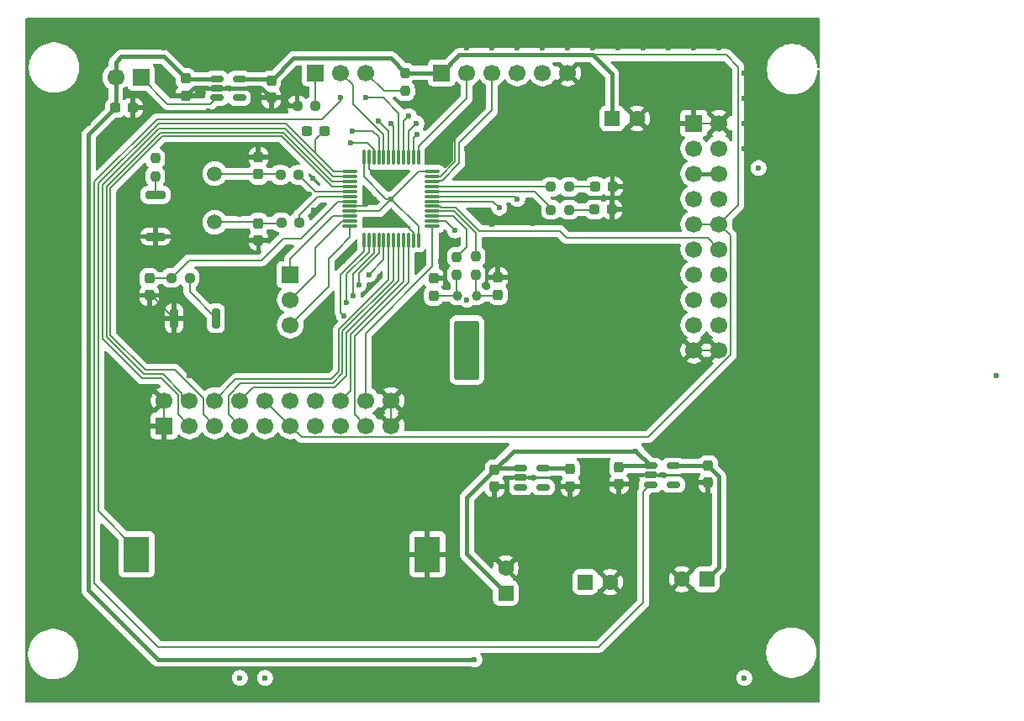
<source format=gbr>
%TF.GenerationSoftware,KiCad,Pcbnew,9.0.4*%
%TF.CreationDate,2025-09-21T18:36:08+05:30*%
%TF.ProjectId,l4_dev_board,6c345f64-6576-45f6-926f-6172642e6b69,rev?*%
%TF.SameCoordinates,Original*%
%TF.FileFunction,Copper,L1,Top*%
%TF.FilePolarity,Positive*%
%FSLAX46Y46*%
G04 Gerber Fmt 4.6, Leading zero omitted, Abs format (unit mm)*
G04 Created by KiCad (PCBNEW 9.0.4) date 2025-09-21 18:36:08*
%MOMM*%
%LPD*%
G01*
G04 APERTURE LIST*
G04 Aperture macros list*
%AMRoundRect*
0 Rectangle with rounded corners*
0 $1 Rounding radius*
0 $2 $3 $4 $5 $6 $7 $8 $9 X,Y pos of 4 corners*
0 Add a 4 corners polygon primitive as box body*
4,1,4,$2,$3,$4,$5,$6,$7,$8,$9,$2,$3,0*
0 Add four circle primitives for the rounded corners*
1,1,$1+$1,$2,$3*
1,1,$1+$1,$4,$5*
1,1,$1+$1,$6,$7*
1,1,$1+$1,$8,$9*
0 Add four rect primitives between the rounded corners*
20,1,$1+$1,$2,$3,$4,$5,0*
20,1,$1+$1,$4,$5,$6,$7,0*
20,1,$1+$1,$6,$7,$8,$9,0*
20,1,$1+$1,$8,$9,$2,$3,0*%
G04 Aperture macros list end*
%TA.AperFunction,SMDPad,CuDef*%
%ADD10RoundRect,0.237500X0.237500X-0.300000X0.237500X0.300000X-0.237500X0.300000X-0.237500X-0.300000X0*%
%TD*%
%TA.AperFunction,SMDPad,CuDef*%
%ADD11RoundRect,0.237500X-0.300000X-0.237500X0.300000X-0.237500X0.300000X0.237500X-0.300000X0.237500X0*%
%TD*%
%TA.AperFunction,SMDPad,CuDef*%
%ADD12RoundRect,0.150000X-0.512500X-0.150000X0.512500X-0.150000X0.512500X0.150000X-0.512500X0.150000X0*%
%TD*%
%TA.AperFunction,SMDPad,CuDef*%
%ADD13R,2.600000X3.600000*%
%TD*%
%TA.AperFunction,SMDPad,CuDef*%
%ADD14RoundRect,0.237500X-0.237500X0.300000X-0.237500X-0.300000X0.237500X-0.300000X0.237500X0.300000X0*%
%TD*%
%TA.AperFunction,SMDPad,CuDef*%
%ADD15RoundRect,0.237500X0.237500X-0.250000X0.237500X0.250000X-0.237500X0.250000X-0.237500X-0.250000X0*%
%TD*%
%TA.AperFunction,SMDPad,CuDef*%
%ADD16RoundRect,0.237500X-0.237500X0.250000X-0.237500X-0.250000X0.237500X-0.250000X0.237500X0.250000X0*%
%TD*%
%TA.AperFunction,ComponentPad*%
%ADD17RoundRect,0.250000X0.550000X-0.550000X0.550000X0.550000X-0.550000X0.550000X-0.550000X-0.550000X0*%
%TD*%
%TA.AperFunction,ComponentPad*%
%ADD18C,1.600000*%
%TD*%
%TA.AperFunction,SMDPad,CuDef*%
%ADD19RoundRect,0.237500X-0.250000X-0.237500X0.250000X-0.237500X0.250000X0.237500X-0.250000X0.237500X0*%
%TD*%
%TA.AperFunction,ComponentPad*%
%ADD20R,1.700000X1.700000*%
%TD*%
%TA.AperFunction,ComponentPad*%
%ADD21C,1.700000*%
%TD*%
%TA.AperFunction,ComponentPad*%
%ADD22C,1.000000*%
%TD*%
%TA.AperFunction,SMDPad,CuDef*%
%ADD23RoundRect,0.250000X-1.000000X-2.750000X1.000000X-2.750000X1.000000X2.750000X-1.000000X2.750000X0*%
%TD*%
%TA.AperFunction,SMDPad,CuDef*%
%ADD24RoundRect,0.237500X0.287500X0.237500X-0.287500X0.237500X-0.287500X-0.237500X0.287500X-0.237500X0*%
%TD*%
%TA.AperFunction,ComponentPad*%
%ADD25RoundRect,0.250000X-0.550000X-0.550000X0.550000X-0.550000X0.550000X0.550000X-0.550000X0.550000X0*%
%TD*%
%TA.AperFunction,ComponentPad*%
%ADD26C,1.500000*%
%TD*%
%TA.AperFunction,SMDPad,CuDef*%
%ADD27RoundRect,0.075000X-0.662500X-0.075000X0.662500X-0.075000X0.662500X0.075000X-0.662500X0.075000X0*%
%TD*%
%TA.AperFunction,SMDPad,CuDef*%
%ADD28RoundRect,0.075000X-0.075000X-0.662500X0.075000X-0.662500X0.075000X0.662500X-0.075000X0.662500X0*%
%TD*%
%TA.AperFunction,SMDPad,CuDef*%
%ADD29RoundRect,0.200000X-0.200000X-0.800000X0.200000X-0.800000X0.200000X0.800000X-0.200000X0.800000X0*%
%TD*%
%TA.AperFunction,SMDPad,CuDef*%
%ADD30RoundRect,0.200000X-0.800000X0.200000X-0.800000X-0.200000X0.800000X-0.200000X0.800000X0.200000X0*%
%TD*%
%TA.AperFunction,SMDPad,CuDef*%
%ADD31RoundRect,0.237500X0.300000X0.237500X-0.300000X0.237500X-0.300000X-0.237500X0.300000X-0.237500X0*%
%TD*%
%TA.AperFunction,ComponentPad*%
%ADD32RoundRect,0.250000X0.550000X0.550000X-0.550000X0.550000X-0.550000X-0.550000X0.550000X-0.550000X0*%
%TD*%
%TA.AperFunction,ViaPad*%
%ADD33C,0.600000*%
%TD*%
%TA.AperFunction,Conductor*%
%ADD34C,0.400000*%
%TD*%
%TA.AperFunction,Conductor*%
%ADD35C,0.200000*%
%TD*%
G04 APERTURE END LIST*
D10*
%TO.P,C2,1*%
%TO.N,Net-(C2-Pad1)*%
X166963479Y-43247766D03*
%TO.P,C2,2*%
%TO.N,AGND*%
X166963479Y-41522766D03*
%TD*%
D11*
%TO.P,C10,1*%
%TO.N,VIN*%
X152575353Y-36543220D03*
%TO.P,C10,2*%
%TO.N,AGND*%
X154300353Y-36543220D03*
%TD*%
D12*
%TO.P,U3,1,IN*%
%TO.N,VIN*%
X193386172Y-72866999D03*
%TO.P,U3,2,GND*%
%TO.N,AGND*%
X193386172Y-73816999D03*
%TO.P,U3,3,EN*%
%TO.N,P2PWR*%
X193386172Y-74766999D03*
%TO.P,U3,4,NC*%
%TO.N,unconnected-(U3-NC-Pad4)*%
X195661172Y-74766999D03*
%TO.P,U3,5,OUT*%
%TO.N,P2_POUT*%
X195661172Y-72866999D03*
%TD*%
D13*
%TO.P,BT1,1,+*%
%TO.N,Net-(BT1-+)*%
X154689228Y-81527847D03*
%TO.P,BT1,2,-*%
%TO.N,AGND*%
X183989228Y-81527847D03*
%TD*%
D14*
%TO.P,C16,1*%
%TO.N,P2_POUT*%
X198384673Y-72955286D03*
%TO.P,C16,2*%
%TO.N,AGND*%
X198384673Y-74680286D03*
%TD*%
D15*
%TO.P,R91,1*%
%TO.N,Net-(C3-Pad1)*%
X188858946Y-53363869D03*
%TO.P,R91,2*%
%TO.N,OSC32_OUT*%
X188858946Y-51538869D03*
%TD*%
D10*
%TO.P,C3,1*%
%TO.N,Net-(C3-Pad1)*%
X191091438Y-55369383D03*
%TO.P,C3,2*%
%TO.N,AGND*%
X191091438Y-53644383D03*
%TD*%
D14*
%TO.P,C12,1*%
%TO.N,VIN*%
X203280033Y-72721290D03*
%TO.P,C12,2*%
%TO.N,AGND*%
X203280033Y-74446290D03*
%TD*%
D16*
%TO.P,R3,1*%
%TO.N,SW1*%
X156588296Y-41641858D03*
%TO.P,R3,2*%
%TO.N,Net-(SW2A-C)*%
X156588296Y-43466858D03*
%TD*%
D17*
%TO.P,C11,1*%
%TO.N,VIN*%
X191872415Y-85433311D03*
D18*
%TO.P,C11,2*%
%TO.N,AGND*%
X191872415Y-82933311D03*
%TD*%
D14*
%TO.P,C13,1*%
%TO.N,P1_POUT*%
X212261135Y-72587207D03*
%TO.P,C13,2*%
%TO.N,AGND*%
X212261135Y-74312207D03*
%TD*%
D19*
%TO.P,R4,1*%
%TO.N,NRST*%
X158216368Y-53670357D03*
%TO.P,R4,2*%
%TO.N,Net-(SW1A-D)*%
X160041368Y-53670357D03*
%TD*%
D20*
%TO.P,J1,1,Pin_1*%
%TO.N,+3.3V*%
X185420000Y-33020000D03*
D21*
%TO.P,J1,2,Pin_2*%
%TO.N,SW-*%
X187960000Y-33020000D03*
%TO.P,J1,3,Pin_3*%
%TO.N,SW+*%
X190500000Y-33020000D03*
%TO.P,J1,4,Pin_4*%
%TO.N,UART1_TX*%
X193040000Y-33020000D03*
%TO.P,J1,5,Pin_5*%
%TO.N,UART1_RX*%
X195580000Y-33020000D03*
%TO.P,J1,6,Pin_6*%
%TO.N,AGND*%
X198120000Y-33020000D03*
%TD*%
D19*
%TO.P,R26,1*%
%TO.N,AGND*%
X170877691Y-36329070D03*
%TO.P,R26,2*%
%TO.N,Net-(J11-Pin_1)*%
X172702691Y-36329070D03*
%TD*%
%TO.P,R88,1*%
%TO.N,Net-(C2-Pad1)*%
X169197637Y-43298110D03*
%TO.P,R88,2*%
%TO.N,OSC_IN*%
X171022637Y-43298110D03*
%TD*%
D22*
%TO.P,Y4,1,1*%
%TO.N,Net-(C4-Pad1)*%
X187010000Y-55460000D03*
%TO.P,Y4,2,2*%
%TO.N,Net-(C3-Pad1)*%
X188910000Y-55460000D03*
D23*
%TO.P,Y4,3*%
%TO.N,N/C*%
X187960000Y-60960000D03*
%TD*%
D24*
%TO.P,D1,1,K*%
%TO.N,AGND*%
X202590909Y-46785503D03*
%TO.P,D1,2,A*%
%TO.N,Net-(D1-A)*%
X200840909Y-46785503D03*
%TD*%
D25*
%TO.P,C8,1*%
%TO.N,+3.3V*%
X202589374Y-37618139D03*
D18*
%TO.P,C8,2*%
%TO.N,AGND*%
X205089374Y-37618139D03*
%TD*%
D26*
%TO.P,Y3,1,1*%
%TO.N,Net-(C1-Pad1)*%
X162560000Y-48080000D03*
%TO.P,Y3,2,2*%
%TO.N,Net-(C2-Pad1)*%
X162560000Y-43180000D03*
%TD*%
D27*
%TO.P,U1,1,VBAT*%
%TO.N,Net-(BT1-+)*%
X176177500Y-42970000D03*
%TO.P,U1,2,PC13*%
%TO.N,Net-(J3-Pin_3)*%
X176177500Y-43470000D03*
%TO.P,U1,3,PC14*%
%TO.N,Net-(J3-Pin_4)*%
X176177500Y-43970000D03*
%TO.P,U1,4,PC15*%
%TO.N,Net-(J3-Pin_5)*%
X176177500Y-44470000D03*
%TO.P,U1,5,PH0*%
%TO.N,OSC_IN*%
X176177500Y-44970000D03*
%TO.P,U1,6,PH1*%
%TO.N,OSC_OUT*%
X176177500Y-45470000D03*
%TO.P,U1,7,NRST*%
%TO.N,NRST*%
X176177500Y-45970000D03*
%TO.P,U1,8,VSSA*%
%TO.N,AGND*%
X176177500Y-46470000D03*
%TO.P,U1,9,VDDA*%
%TO.N,+3.3V*%
X176177500Y-46970000D03*
%TO.P,U1,10,PA0*%
%TO.N,Net-(J4-Pin_1)*%
X176177500Y-47470000D03*
%TO.P,U1,11,PA1*%
%TO.N,Net-(J4-Pin_2)*%
X176177500Y-47970000D03*
%TO.P,U1,12,PA2*%
%TO.N,Net-(J4-Pin_3)*%
X176177500Y-48470000D03*
D28*
%TO.P,U1,13,PA3*%
%TO.N,Net-(J5-Pin_17)*%
X177590000Y-49882500D03*
%TO.P,U1,14,PA4*%
%TO.N,Net-(J5-Pin_16)*%
X178090000Y-49882500D03*
%TO.P,U1,15,PA5*%
%TO.N,Net-(J5-Pin_15)*%
X178590000Y-49882500D03*
%TO.P,U1,16,PA6*%
%TO.N,Net-(J5-Pin_14)*%
X179090000Y-49882500D03*
%TO.P,U1,17,PA7*%
%TO.N,Net-(J5-Pin_13)*%
X179590000Y-49882500D03*
%TO.P,U1,18,PB0*%
%TO.N,Net-(J3-Pin_6)*%
X180090000Y-49882500D03*
%TO.P,U1,19,PB1*%
%TO.N,Net-(J3-Pin_7)*%
X180590000Y-49882500D03*
%TO.P,U1,20,PB2*%
%TO.N,Net-(J3-Pin_8)*%
X181090000Y-49882500D03*
%TO.P,U1,21,PB10*%
%TO.N,Net-(J3-Pin_16)*%
X181590000Y-49882500D03*
%TO.P,U1,22,PB11*%
%TO.N,Net-(J3-Pin_17)*%
X182090000Y-49882500D03*
%TO.P,U1,23,VSS*%
%TO.N,AGND*%
X182590000Y-49882500D03*
%TO.P,U1,24,VDD*%
%TO.N,+3.3V*%
X183090000Y-49882500D03*
D27*
%TO.P,U1,25,PB12*%
%TO.N,Net-(J3-Pin_18)*%
X184502500Y-48470000D03*
%TO.P,U1,26,PB13*%
%TO.N,PB13*%
X184502500Y-47970000D03*
%TO.P,U1,27,PB14*%
%TO.N,OSC32_IN*%
X184502500Y-47470000D03*
%TO.P,U1,28,PB15*%
%TO.N,OSC32_OUT*%
X184502500Y-46970000D03*
%TO.P,U1,29,PA8*%
%TO.N,Net-(J5-Pin_12)*%
X184502500Y-46470000D03*
%TO.P,U1,30,PA9*%
%TO.N,UART1_TX*%
X184502500Y-45970000D03*
%TO.P,U1,31,PA10*%
%TO.N,UART1_RX*%
X184502500Y-45470000D03*
%TO.P,U1,32,PA11*%
%TO.N,LEDG*%
X184502500Y-44970000D03*
%TO.P,U1,33,PA12*%
%TO.N,LEDR*%
X184502500Y-44470000D03*
%TO.P,U1,34,PA13*%
%TO.N,SW+*%
X184502500Y-43970000D03*
%TO.P,U1,35,VSS*%
%TO.N,AGND*%
X184502500Y-43470000D03*
%TO.P,U1,36,VDD*%
%TO.N,+3.3V*%
X184502500Y-42970000D03*
D28*
%TO.P,U1,37,PA14*%
%TO.N,SW-*%
X183090000Y-41557500D03*
%TO.P,U1,38,PA15*%
%TO.N,SW1*%
X182590000Y-41557500D03*
%TO.P,U1,39,PB3*%
%TO.N,Net-(J3-Pin_9)*%
X182090000Y-41557500D03*
%TO.P,U1,40,PB4*%
%TO.N,Net-(J3-Pin_12)*%
X181590000Y-41557500D03*
%TO.P,U1,41,PB5*%
%TO.N,P1PWR*%
X181090000Y-41557500D03*
%TO.P,U1,42,PB6*%
%TO.N,Net-(J3-Pin_13)*%
X180590000Y-41557500D03*
%TO.P,U1,43,PB7*%
%TO.N,Net-(J3-Pin_14)*%
X180090000Y-41557500D03*
%TO.P,U1,44,PH3*%
%TO.N,BOOT0*%
X179590000Y-41557500D03*
%TO.P,U1,45,PB8*%
%TO.N,Net-(J3-Pin_15)*%
X179090000Y-41557500D03*
%TO.P,U1,46,PB9*%
%TO.N,P2PWR*%
X178590000Y-41557500D03*
%TO.P,U1,47,VSS*%
%TO.N,AGND*%
X178090000Y-41557500D03*
%TO.P,U1,48,VDD*%
%TO.N,+3.3V*%
X177590000Y-41557500D03*
%TD*%
D25*
%TO.P,C17,1*%
%TO.N,P2_POUT*%
X199880677Y-84323293D03*
D18*
%TO.P,C17,2*%
%TO.N,AGND*%
X202380677Y-84323293D03*
%TD*%
D20*
%TO.P,J2,1,Pin_1*%
%TO.N,BPWR*%
X155135693Y-33478957D03*
D21*
%TO.P,J2,2,Pin_2*%
%TO.N,VIN*%
X152595693Y-33478957D03*
%TD*%
D14*
%TO.P,C15,1*%
%TO.N,VIN*%
X190750133Y-73011660D03*
%TO.P,C15,2*%
%TO.N,AGND*%
X190750133Y-74736660D03*
%TD*%
D19*
%TO.P,R90,1*%
%TO.N,Net-(C1-Pad1)*%
X169267500Y-48098191D03*
%TO.P,R90,2*%
%TO.N,OSC_OUT*%
X171092500Y-48098191D03*
%TD*%
D16*
%TO.P,R27,1*%
%TO.N,+3.3V*%
X181755320Y-33015447D03*
%TO.P,R27,2*%
%TO.N,Net-(J11-Pin_3)*%
X181755320Y-34840447D03*
%TD*%
D20*
%TO.P,J11,1,Pin_1*%
%TO.N,Net-(J11-Pin_1)*%
X172720000Y-33020000D03*
D21*
%TO.P,J11,2,Pin_2*%
%TO.N,BOOT0*%
X175260000Y-33020000D03*
%TO.P,J11,3,Pin_3*%
%TO.N,Net-(J11-Pin_3)*%
X177800000Y-33020000D03*
%TD*%
D10*
%TO.P,C4,1*%
%TO.N,Net-(C4-Pad1)*%
X184627717Y-55461942D03*
%TO.P,C4,2*%
%TO.N,AGND*%
X184627717Y-53736942D03*
%TD*%
D29*
%TO.P,SW1,1,C*%
%TO.N,AGND*%
X158481523Y-57743775D03*
%TO.P,SW1,2,D*%
%TO.N,Net-(SW1A-D)*%
X162681523Y-57743775D03*
%TD*%
D20*
%TO.P,J5,1,Pin_1*%
%TO.N,AGND*%
X210820000Y-38100000D03*
D21*
%TO.P,J5,2,Pin_2*%
X213360000Y-38100000D03*
%TO.P,J5,3,Pin_3*%
%TO.N,P2_POUT*%
X210820000Y-40640000D03*
%TO.P,J5,4,Pin_4*%
X213360000Y-40640000D03*
%TO.P,J5,5,Pin_5*%
%TO.N,P1_POUT*%
X210820000Y-43180000D03*
%TO.P,J5,6,Pin_6*%
X213360000Y-43180000D03*
%TO.P,J5,7,Pin_7*%
%TO.N,VIN*%
X210820000Y-45720000D03*
%TO.P,J5,8,Pin_8*%
X213360000Y-45720000D03*
%TO.P,J5,9,Pin_9*%
%TO.N,+3.3V*%
X210820000Y-48260000D03*
%TO.P,J5,10,Pin_10*%
X213360000Y-48260000D03*
%TO.P,J5,11,Pin_11*%
%TO.N,PB13*%
X210820000Y-50800000D03*
%TO.P,J5,12,Pin_12*%
%TO.N,Net-(J5-Pin_12)*%
X213360000Y-50800000D03*
%TO.P,J5,13,Pin_13*%
%TO.N,Net-(J5-Pin_13)*%
X210820000Y-53340000D03*
%TO.P,J5,14,Pin_14*%
%TO.N,Net-(J5-Pin_14)*%
X213360000Y-53340000D03*
%TO.P,J5,15,Pin_15*%
%TO.N,Net-(J5-Pin_15)*%
X210820000Y-55880000D03*
%TO.P,J5,16,Pin_16*%
%TO.N,Net-(J5-Pin_16)*%
X213360000Y-55880000D03*
%TO.P,J5,17,Pin_17*%
%TO.N,Net-(J5-Pin_17)*%
X210820000Y-58420000D03*
%TO.P,J5,18,Pin_18*%
%TO.N,LEDG*%
X213360000Y-58420000D03*
%TO.P,J5,19,Pin_19*%
%TO.N,AGND*%
X210820000Y-60960000D03*
%TO.P,J5,20,Pin_20*%
X213360000Y-60960000D03*
%TD*%
D30*
%TO.P,SW2,1,C*%
%TO.N,Net-(SW2A-C)*%
X156613587Y-45322651D03*
%TO.P,SW2,2,D*%
%TO.N,AGND*%
X156613587Y-49522651D03*
%TD*%
D12*
%TO.P,U2,1,IN*%
%TO.N,VIN*%
X206481532Y-72610746D03*
%TO.P,U2,2,GND*%
%TO.N,AGND*%
X206481532Y-73560746D03*
%TO.P,U2,3,EN*%
%TO.N,P1PWR*%
X206481532Y-74510746D03*
%TO.P,U2,4,NC*%
%TO.N,unconnected-(U2-NC-Pad4)*%
X208756532Y-74510746D03*
%TO.P,U2,5,OUT*%
%TO.N,P1_POUT*%
X208756532Y-72610746D03*
%TD*%
D14*
%TO.P,C7,1*%
%TO.N,NRST*%
X155982547Y-53717447D03*
%TO.P,C7,2*%
%TO.N,AGND*%
X155982547Y-55442447D03*
%TD*%
D20*
%TO.P,J4,1,Pin_1*%
%TO.N,Net-(J4-Pin_1)*%
X170180000Y-53340000D03*
D21*
%TO.P,J4,2,Pin_2*%
%TO.N,Net-(J4-Pin_2)*%
X170180000Y-55880000D03*
%TO.P,J4,3,Pin_3*%
%TO.N,Net-(J4-Pin_3)*%
X170180000Y-58420000D03*
%TD*%
D14*
%TO.P,C1,1*%
%TO.N,Net-(C1-Pad1)*%
X166977178Y-48166489D03*
%TO.P,C1,2*%
%TO.N,AGND*%
X166977178Y-49891489D03*
%TD*%
D31*
%TO.P,C51,1*%
%TO.N,Net-(BT1-+)*%
X173600066Y-38862756D03*
%TO.P,C51,2*%
%TO.N,AGND*%
X171875066Y-38862756D03*
%TD*%
D15*
%TO.P,R89,1*%
%TO.N,Net-(C4-Pad1)*%
X186957602Y-53378495D03*
%TO.P,R89,2*%
%TO.N,OSC32_IN*%
X186957602Y-51553495D03*
%TD*%
D14*
%TO.P,C5,1*%
%TO.N,VIN*%
X159646559Y-33590979D03*
%TO.P,C5,2*%
%TO.N,AGND*%
X159646559Y-35315979D03*
%TD*%
D19*
%TO.P,R1,1*%
%TO.N,LEDG*%
X196427133Y-46813329D03*
%TO.P,R1,2*%
%TO.N,Net-(D1-A)*%
X198252133Y-46813329D03*
%TD*%
D32*
%TO.P,C14,1*%
%TO.N,P1_POUT*%
X212108582Y-84045297D03*
D18*
%TO.P,C14,2*%
%TO.N,AGND*%
X209608582Y-84045297D03*
%TD*%
D24*
%TO.P,D2,1,K*%
%TO.N,AGND*%
X202627568Y-44478301D03*
%TO.P,D2,2,A*%
%TO.N,Net-(D2-A)*%
X200877568Y-44478301D03*
%TD*%
D20*
%TO.P,J3,1,Pin_1*%
%TO.N,AGND*%
X157480000Y-68580000D03*
D21*
%TO.P,J3,2,Pin_2*%
X157480000Y-66040000D03*
%TO.P,J3,3,Pin_3*%
%TO.N,Net-(J3-Pin_3)*%
X160020000Y-68580000D03*
%TO.P,J3,4,Pin_4*%
%TO.N,Net-(J3-Pin_4)*%
X160020000Y-66040000D03*
%TO.P,J3,5,Pin_5*%
%TO.N,Net-(J3-Pin_5)*%
X162560000Y-68580000D03*
%TO.P,J3,6,Pin_6*%
%TO.N,Net-(J3-Pin_6)*%
X162560000Y-66040000D03*
%TO.P,J3,7,Pin_7*%
%TO.N,Net-(J3-Pin_7)*%
X165100000Y-68580000D03*
%TO.P,J3,8,Pin_8*%
%TO.N,Net-(J3-Pin_8)*%
X165100000Y-66040000D03*
%TO.P,J3,9,Pin_9*%
%TO.N,Net-(J3-Pin_9)*%
X167640000Y-68580000D03*
%TO.P,J3,10,Pin_10*%
%TO.N,+3.3V*%
X167640000Y-66040000D03*
%TO.P,J3,11,Pin_11*%
X170180000Y-68580000D03*
%TO.P,J3,12,Pin_12*%
%TO.N,Net-(J3-Pin_12)*%
X170180000Y-66040000D03*
%TO.P,J3,13,Pin_13*%
%TO.N,Net-(J3-Pin_13)*%
X172720000Y-68580000D03*
%TO.P,J3,14,Pin_14*%
%TO.N,Net-(J3-Pin_14)*%
X172720000Y-66040000D03*
%TO.P,J3,15,Pin_15*%
%TO.N,Net-(J3-Pin_15)*%
X175260000Y-68580000D03*
%TO.P,J3,16,Pin_16*%
%TO.N,Net-(J3-Pin_16)*%
X175260000Y-66040000D03*
%TO.P,J3,17,Pin_17*%
%TO.N,Net-(J3-Pin_17)*%
X177800000Y-68580000D03*
%TO.P,J3,18,Pin_18*%
%TO.N,Net-(J3-Pin_18)*%
X177800000Y-66040000D03*
%TO.P,J3,19,Pin_19*%
%TO.N,AGND*%
X180340000Y-68580000D03*
%TO.P,J3,20,Pin_20*%
X180340000Y-66040000D03*
%TD*%
D12*
%TO.P,U4,1,IN*%
%TO.N,VIN*%
X162771005Y-33633002D03*
%TO.P,U4,2,GND*%
%TO.N,AGND*%
X162771005Y-34583002D03*
%TO.P,U4,3,EN*%
%TO.N,BPWR*%
X162771005Y-35533002D03*
%TO.P,U4,4,NC*%
%TO.N,unconnected-(U4-NC-Pad4)*%
X165046005Y-35533002D03*
%TO.P,U4,5,OUT*%
%TO.N,+3.3V*%
X165046005Y-33633002D03*
%TD*%
D14*
%TO.P,C6,1*%
%TO.N,+3.3V*%
X168254733Y-33819580D03*
%TO.P,C6,2*%
%TO.N,AGND*%
X168254733Y-35544580D03*
%TD*%
D19*
%TO.P,R2,1*%
%TO.N,LEDR*%
X196427133Y-44506699D03*
%TO.P,R2,2*%
%TO.N,Net-(D2-A)*%
X198252133Y-44506699D03*
%TD*%
D33*
%TO.N,*%
X167640000Y-93980000D03*
X215900000Y-93980000D03*
X241300000Y-63500000D03*
X187960000Y-55880000D03*
X217345581Y-42609340D03*
X165100000Y-93980000D03*
%TO.N,AGND*%
X220980000Y-81280000D03*
X203200000Y-86360000D03*
X180340000Y-83820000D03*
X147320000Y-60960000D03*
X171528671Y-62428358D03*
X147320000Y-81280000D03*
X177800000Y-83820000D03*
X198120000Y-66040000D03*
X177800000Y-81280000D03*
X203723759Y-79786152D03*
X157480000Y-30480000D03*
X205740000Y-40640000D03*
X200660000Y-53340000D03*
X182880000Y-73660000D03*
X220980000Y-83820000D03*
X193040000Y-43180000D03*
X200660000Y-58420000D03*
X187960000Y-40640000D03*
X198120000Y-35560000D03*
X166898676Y-45805395D03*
X208280000Y-91440000D03*
X149860000Y-30480000D03*
X218440000Y-83820000D03*
X167640000Y-88900000D03*
X185420000Y-88900000D03*
X147320000Y-53340000D03*
X180340000Y-78740000D03*
X152400000Y-38100000D03*
X191091438Y-53644383D03*
X190500000Y-88900000D03*
X208280000Y-53340000D03*
X155457343Y-29525216D03*
X203200000Y-53340000D03*
X195580000Y-68580000D03*
X168448436Y-49482588D03*
X165100000Y-73660000D03*
X177800000Y-78740000D03*
X205740000Y-55880000D03*
X157480000Y-88900000D03*
X215900000Y-76200000D03*
X210820000Y-93980000D03*
X167640000Y-81280000D03*
X177800000Y-93980000D03*
X175260000Y-81280000D03*
X165100000Y-81280000D03*
X198120000Y-86360000D03*
X175260000Y-76200000D03*
X153386120Y-54750448D03*
X187960000Y-30480000D03*
X193040000Y-93980000D03*
X147320000Y-43180000D03*
X190500000Y-43180000D03*
X187960000Y-68580000D03*
X149860000Y-33020000D03*
X198120000Y-38100000D03*
X208280000Y-81280000D03*
X188156130Y-36844583D03*
X220980000Y-58420000D03*
X165100000Y-76200000D03*
X155982547Y-55442447D03*
X149860000Y-88900000D03*
X177550533Y-30479999D03*
X164990257Y-48958621D03*
X166963479Y-41522766D03*
X166594413Y-36878749D03*
X205740000Y-53340000D03*
X213360000Y-88900000D03*
X183010698Y-52454278D03*
X218440000Y-38100000D03*
X162560000Y-93980000D03*
X162560000Y-86360000D03*
X198120000Y-88900000D03*
X193040000Y-38100000D03*
X156290015Y-36656352D03*
X210820000Y-68580000D03*
X147320000Y-40640000D03*
X170061657Y-45772447D03*
X147320000Y-38100000D03*
X210820000Y-35560000D03*
X180340000Y-88900000D03*
X170180000Y-86360000D03*
X205740000Y-66040000D03*
X147320000Y-58420000D03*
X157480000Y-78740000D03*
X168019739Y-62428358D03*
X203200000Y-91440000D03*
X147320000Y-76200000D03*
X182880000Y-58420000D03*
X157480000Y-83820000D03*
X170180000Y-93980000D03*
X190500000Y-68580000D03*
X180340000Y-71120000D03*
X154300353Y-36543220D03*
X213360000Y-33020000D03*
X144780000Y-35560000D03*
X152400000Y-83820000D03*
X147320000Y-50800000D03*
X203200000Y-40640000D03*
X195580000Y-30480000D03*
X220980000Y-43180000D03*
X220980000Y-73660000D03*
X213360000Y-30480000D03*
X187960000Y-43180000D03*
X203200000Y-58420000D03*
X203200000Y-93980000D03*
X218440000Y-76200000D03*
X190500000Y-60960000D03*
X172720000Y-83820000D03*
X156613587Y-49522651D03*
X160020000Y-81280000D03*
X195580000Y-81280000D03*
X208280000Y-86360000D03*
X190500000Y-66040000D03*
X165100000Y-53340000D03*
X144780000Y-50800000D03*
X172720000Y-76200000D03*
X162560000Y-71120000D03*
X152400000Y-91440000D03*
X163977256Y-49028484D03*
X170180000Y-83820000D03*
X178615000Y-48260000D03*
X147320000Y-45720000D03*
X152400000Y-76200000D03*
X177800000Y-86360000D03*
X203200000Y-55880000D03*
X203200000Y-81280000D03*
X215900000Y-83820000D03*
X182880000Y-88900000D03*
X160020000Y-88900000D03*
X162560000Y-30480000D03*
X165100000Y-71120000D03*
X153330521Y-49357318D03*
X215900000Y-35560000D03*
X208280000Y-30480000D03*
X205740000Y-35560000D03*
X147320000Y-35560000D03*
X198120000Y-83820000D03*
X147320000Y-68580000D03*
X203200000Y-48260000D03*
X153441719Y-44631380D03*
X147320000Y-48260000D03*
X147320000Y-83820000D03*
X165100000Y-88900000D03*
X162615599Y-49968910D03*
X202590909Y-46785503D03*
X175260000Y-86360000D03*
X214722312Y-68290581D03*
X160020000Y-78740000D03*
X178615000Y-45720000D03*
X160020000Y-73660000D03*
X200660000Y-30480000D03*
X187960000Y-88900000D03*
X185420000Y-58420000D03*
X195629316Y-94073149D03*
X218440000Y-40640000D03*
X220980000Y-35560000D03*
X154940000Y-38100000D03*
X149860000Y-38100000D03*
X210820000Y-30480000D03*
X152639568Y-29641653D03*
X193040000Y-78740000D03*
X180340000Y-81280000D03*
X170180000Y-73660000D03*
X185420000Y-30480000D03*
X205740000Y-33020000D03*
X190500000Y-38100000D03*
X182880000Y-30480000D03*
X144780000Y-66040000D03*
X220980000Y-60960000D03*
X193040000Y-50800000D03*
X154940000Y-68580000D03*
X162560000Y-78740000D03*
X185420000Y-73660000D03*
X193040000Y-55880000D03*
X208280000Y-35560000D03*
X147320000Y-71120000D03*
X163845827Y-46767932D03*
X200660000Y-86360000D03*
X152400000Y-81280000D03*
X149860000Y-91440000D03*
X215900000Y-30480000D03*
X182880000Y-93980000D03*
X215900000Y-78740000D03*
X172720000Y-30480000D03*
X200660000Y-50800000D03*
X190500000Y-40640000D03*
X162560000Y-63500000D03*
X220980000Y-63500000D03*
X177800000Y-88900000D03*
X147320000Y-66040000D03*
X190500000Y-78740000D03*
X200660000Y-88900000D03*
X220980000Y-68580000D03*
X220980000Y-76200000D03*
X193040000Y-58420000D03*
X220980000Y-55880000D03*
X193040000Y-53340000D03*
X195580000Y-78740000D03*
X165060120Y-47246998D03*
X215955599Y-73856130D03*
X198120000Y-50800000D03*
X175260000Y-78740000D03*
X175260000Y-93980000D03*
X177800000Y-73660000D03*
X154940000Y-93980000D03*
X177800000Y-71120000D03*
X172720000Y-93980000D03*
X162560000Y-81280000D03*
X170180000Y-30480000D03*
X203200000Y-66040000D03*
X213360000Y-35560000D03*
X172720000Y-86360000D03*
X198120000Y-53340000D03*
X200660000Y-55880000D03*
X180340000Y-30480000D03*
X198120000Y-40640000D03*
X152400000Y-66040000D03*
X185420000Y-93980000D03*
X215900000Y-40640000D03*
X167640000Y-53340000D03*
X195580000Y-66040000D03*
X167640000Y-86360000D03*
X160020000Y-71120000D03*
X147320000Y-55880000D03*
X208280000Y-38100000D03*
X208280000Y-43180000D03*
X193040000Y-68580000D03*
X208280000Y-33020000D03*
X154940000Y-60960000D03*
X205740000Y-48260000D03*
X160020000Y-60960000D03*
X152400000Y-93980000D03*
X144780000Y-81280000D03*
X178615000Y-43210000D03*
X185420000Y-71120000D03*
X160020000Y-76200000D03*
X193040000Y-66040000D03*
X186640362Y-39522803D03*
X218440000Y-81280000D03*
X193040000Y-88900000D03*
X212261135Y-74312207D03*
X215900000Y-88900000D03*
X167640000Y-83820000D03*
X193040000Y-60960000D03*
X154940000Y-71120000D03*
X165100000Y-83820000D03*
X210820000Y-91440000D03*
X154940000Y-76200000D03*
X147320000Y-63500000D03*
X167640000Y-76200000D03*
X160020000Y-83820000D03*
X215900000Y-38100000D03*
X210820000Y-81280000D03*
X185420000Y-66040000D03*
X215900000Y-33020000D03*
X153274921Y-46688553D03*
X165100000Y-55880000D03*
X208280000Y-66040000D03*
X172415590Y-43647421D03*
X182880000Y-76200000D03*
X205740000Y-91440000D03*
X218440000Y-35560000D03*
X185420000Y-76200000D03*
X157480000Y-60960000D03*
X170180000Y-88900000D03*
X200660000Y-81280000D03*
X208280000Y-93980000D03*
X175260000Y-83820000D03*
X190500000Y-50800000D03*
X175260000Y-30480000D03*
X160020000Y-93980000D03*
X165100000Y-86360000D03*
X190500000Y-58420000D03*
X205740000Y-30480000D03*
X220980000Y-45720000D03*
X215900000Y-81280000D03*
X190750133Y-74736660D03*
X194624516Y-48194104D03*
X153330521Y-51914885D03*
X215900000Y-86360000D03*
X182880000Y-86360000D03*
X172099002Y-45223202D03*
X182880000Y-60960000D03*
X170180000Y-78740000D03*
X163799253Y-44485767D03*
X203200000Y-30480000D03*
X162560000Y-88900000D03*
X170180000Y-76200000D03*
X198120000Y-93980000D03*
X195580000Y-55880000D03*
X152400000Y-68580000D03*
X198120000Y-55880000D03*
X220980000Y-71120000D03*
X172487126Y-46822270D03*
X185420000Y-60960000D03*
X195580000Y-88900000D03*
X213360000Y-91440000D03*
X200660000Y-93980000D03*
X218440000Y-88900000D03*
X179229947Y-53529197D03*
X213360000Y-86360000D03*
X208280000Y-88900000D03*
X198384673Y-74680286D03*
X172720000Y-81280000D03*
X172720000Y-88900000D03*
X153386120Y-57808408D03*
X167640000Y-58420000D03*
X218440000Y-73660000D03*
X193040000Y-30480000D03*
X162560000Y-83820000D03*
X205740000Y-88900000D03*
X193040000Y-40640000D03*
X190500000Y-30480000D03*
X218440000Y-78740000D03*
X198120000Y-58420000D03*
X152400000Y-40640000D03*
X200660000Y-60960000D03*
X187960000Y-71120000D03*
X203200000Y-68580000D03*
X208280000Y-40640000D03*
X210820000Y-86360000D03*
X157480000Y-81280000D03*
X190500000Y-93980000D03*
X149860000Y-35560000D03*
X165100000Y-78740000D03*
X208280000Y-48260000D03*
X162560000Y-76200000D03*
X168727885Y-41413505D03*
X198120000Y-68580000D03*
X208280000Y-45720000D03*
X200660000Y-35560000D03*
X220980000Y-66040000D03*
X182880000Y-35560000D03*
X160892021Y-45576568D03*
X147320000Y-73660000D03*
X198120000Y-60960000D03*
X165060120Y-44033337D03*
X218440000Y-86360000D03*
X175260000Y-71120000D03*
X193040000Y-35560000D03*
X160020000Y-63500000D03*
X220980000Y-48260000D03*
X205087475Y-61624291D03*
X200660000Y-66040000D03*
X187960000Y-66040000D03*
X185420000Y-35560000D03*
X157480000Y-71120000D03*
X152400000Y-73660000D03*
X185420000Y-68580000D03*
X157200551Y-94024901D03*
X165129982Y-42251851D03*
X205740000Y-45720000D03*
X185299191Y-51986117D03*
X195580000Y-60960000D03*
X172720000Y-78740000D03*
X187960000Y-93980000D03*
X210820000Y-33020000D03*
X180340000Y-86360000D03*
X213360000Y-66040000D03*
X165100000Y-30480000D03*
X159646559Y-35315979D03*
X161961141Y-36841683D03*
X167640000Y-55880000D03*
X147320000Y-78740000D03*
X182880000Y-55880000D03*
X220980000Y-38100000D03*
X162560000Y-73660000D03*
X180340000Y-58420000D03*
X149860000Y-93980000D03*
X213360000Y-93980000D03*
X152400000Y-63500000D03*
X147320000Y-86360000D03*
X154940000Y-73660000D03*
X172720000Y-71120000D03*
X220980000Y-40640000D03*
X158556852Y-40294637D03*
X167640000Y-30480000D03*
X205740000Y-93980000D03*
X195580000Y-50800000D03*
X165100000Y-58420000D03*
X154940000Y-86360000D03*
X215900000Y-91440000D03*
X180340000Y-76200000D03*
X203280033Y-74446290D03*
X205740000Y-68580000D03*
X183989228Y-81527847D03*
X175507107Y-51975695D03*
X154940000Y-66040000D03*
X195580000Y-53340000D03*
X184627717Y-53736942D03*
X195580000Y-58420000D03*
X167640000Y-78740000D03*
X162504400Y-40961829D03*
X198120000Y-30480000D03*
X154940000Y-58420000D03*
X200660000Y-68580000D03*
X152400000Y-71120000D03*
X177800000Y-76200000D03*
X166977178Y-49891489D03*
X198120000Y-78740000D03*
X180340000Y-93980000D03*
X162560000Y-60960000D03*
X220980000Y-86360000D03*
X220980000Y-50800000D03*
X220980000Y-53340000D03*
X199072457Y-48622424D03*
X190500000Y-48260000D03*
X160020000Y-30480000D03*
X171875066Y-38862756D03*
X175260000Y-88900000D03*
%TO.N,VIN*%
X204990786Y-71120000D03*
X188720823Y-92142324D03*
%TO.N,+3.3V*%
X180340000Y-45720000D03*
%TO.N,P1_POUT*%
X212237596Y-72610746D03*
%TO.N,P2_POUT*%
X198384673Y-72955286D03*
%TO.N,UART1_TX*%
X191230457Y-46606430D03*
%TO.N,UART1_RX*%
X193040000Y-45720000D03*
%TO.N,Net-(J3-Pin_14)*%
X179071415Y-37881113D03*
%TO.N,Net-(J3-Pin_15)*%
X176400525Y-38882113D03*
%TO.N,Net-(J3-Pin_13)*%
X180297881Y-38142119D03*
%TO.N,Net-(J3-Pin_12)*%
X182118124Y-37374404D03*
%TO.N,Net-(J3-Pin_9)*%
X182880000Y-38100000D03*
%TO.N,Net-(J5-Pin_13)*%
X178089184Y-53350320D03*
%TO.N,Net-(J5-Pin_16)*%
X175860000Y-56161351D03*
%TO.N,Net-(J5-Pin_15)*%
X176464385Y-55491063D03*
%TO.N,PB13*%
X186775343Y-48895592D03*
%TO.N,Net-(J5-Pin_14)*%
X177064385Y-54363825D03*
%TO.N,Net-(J5-Pin_17)*%
X175602415Y-57500655D03*
%TO.N,LEDG*%
X196427133Y-46813329D03*
%TO.N,SW1*%
X182952559Y-39236766D03*
X156588296Y-41641858D03*
%TO.N,P1PWR*%
X177800000Y-35545580D03*
X175274420Y-35545580D03*
%TO.N,P2PWR*%
X176215099Y-40111699D03*
X193400367Y-74781119D03*
%TD*%
D34*
%TO.N,VIN*%
X190894794Y-72866999D02*
X193096850Y-72866999D01*
X190750133Y-73011660D02*
X190894794Y-72866999D01*
D35*
%TO.N,Net-(BT1-+)*%
X169689290Y-38100000D02*
X172689863Y-41100573D01*
X172689863Y-39772959D02*
X172689863Y-41100573D01*
X150860000Y-77200000D02*
X150860000Y-44152900D01*
X172689863Y-41100573D02*
X174559290Y-42970000D01*
X150860000Y-44152900D02*
X156912900Y-38100000D01*
X173600066Y-38862756D02*
X172689863Y-39772959D01*
X156912900Y-38100000D02*
X169689290Y-38100000D01*
X154689228Y-81527847D02*
X154689228Y-81029228D01*
X174559290Y-42970000D02*
X176177500Y-42970000D01*
X154689228Y-81029228D02*
X150860000Y-77200000D01*
%TO.N,AGND*%
X155982547Y-55442447D02*
X155803184Y-55442447D01*
X169544755Y-35545580D02*
X169284121Y-35545580D01*
D34*
X167293155Y-34583002D02*
X168254733Y-35544580D01*
D35*
X178615000Y-48260000D02*
X181738824Y-48260000D01*
D34*
X159646559Y-35315979D02*
X160379536Y-34583002D01*
D35*
X180340000Y-66040000D02*
X180340000Y-68580000D01*
D34*
X160379536Y-34583002D02*
X162771005Y-34583002D01*
D35*
X202627568Y-44478301D02*
X202627568Y-46748844D01*
X170877691Y-36329070D02*
X170328245Y-36329070D01*
X184551500Y-43421000D02*
X184502500Y-43470000D01*
X186640362Y-39522803D02*
X186790231Y-39672672D01*
D34*
X162771005Y-34583002D02*
X167293155Y-34583002D01*
D35*
X185273824Y-43470000D02*
X184502500Y-43470000D01*
X157480000Y-66040000D02*
X157480000Y-68580000D01*
X210820000Y-38100000D02*
X213360000Y-38100000D01*
X178041000Y-41508500D02*
X178090000Y-41557500D01*
X169283121Y-35544580D02*
X168254733Y-35544580D01*
X186790231Y-39672672D02*
X186790231Y-41953593D01*
X182590000Y-49111176D02*
X182590000Y-49882500D01*
X176177500Y-46470000D02*
X177865000Y-46470000D01*
X177865000Y-46470000D02*
X178615000Y-45720000D01*
X170328245Y-36329070D02*
X169544755Y-35545580D01*
X202627568Y-46748844D02*
X202590909Y-46785503D01*
X181738824Y-48260000D02*
X182590000Y-49111176D01*
X186790231Y-41953593D02*
X185273824Y-43470000D01*
X156180195Y-55442447D02*
X158481523Y-57743775D01*
X169284121Y-35545580D02*
X169283121Y-35544580D01*
X210820000Y-60960000D02*
X213360000Y-60960000D01*
X178090000Y-42685000D02*
X178615000Y-43210000D01*
X155982547Y-55442447D02*
X156180195Y-55442447D01*
X178090000Y-41557500D02*
X178090000Y-42685000D01*
%TO.N,Net-(C1-Pad1)*%
X162560000Y-48080000D02*
X166890689Y-48080000D01*
X166890689Y-48080000D02*
X166977178Y-48166489D01*
X169199202Y-48166489D02*
X169267500Y-48098191D01*
X166977178Y-48166489D02*
X167045476Y-48098191D01*
X166977178Y-48166489D02*
X169199202Y-48166489D01*
%TO.N,Net-(C2-Pad1)*%
X169430700Y-43247766D02*
X169488934Y-43306000D01*
X166963479Y-43247766D02*
X169147293Y-43247766D01*
X166895713Y-43180000D02*
X166963479Y-43247766D01*
X169147293Y-43247766D02*
X169197637Y-43298110D01*
X162560000Y-43180000D02*
X166895713Y-43180000D01*
%TO.N,Net-(C3-Pad1)*%
X191000821Y-55460000D02*
X191091438Y-55369383D01*
X188858946Y-55408946D02*
X188910000Y-55460000D01*
X188910000Y-55460000D02*
X191000821Y-55460000D01*
X188996670Y-55373330D02*
X188910000Y-55460000D01*
X188858946Y-53363869D02*
X188858946Y-55408946D01*
%TO.N,Net-(C4-Pad1)*%
X187008058Y-55461942D02*
X187010000Y-55460000D01*
X186957602Y-55407602D02*
X187010000Y-55460000D01*
X186997947Y-55472053D02*
X187010000Y-55460000D01*
X184627717Y-55461942D02*
X187008058Y-55461942D01*
X186957602Y-53378495D02*
X186957602Y-55407602D01*
D34*
%TO.N,VIN*%
X152595693Y-31974691D02*
X153175660Y-31394724D01*
X204990786Y-71120000D02*
X206481532Y-72610746D01*
X203399231Y-72610746D02*
X206481532Y-72610746D01*
X149860000Y-39258573D02*
X152575353Y-36543220D01*
X187960000Y-81520896D02*
X191872415Y-85433311D01*
X157450304Y-31394724D02*
X159646559Y-33590979D01*
X152595693Y-33478957D02*
X152595693Y-31974691D01*
X149860000Y-85159826D02*
X149860000Y-39258573D01*
X190750133Y-73011660D02*
X192641793Y-71120000D01*
X162771005Y-33633002D02*
X159688582Y-33633002D01*
X188720823Y-92142324D02*
X156842498Y-92142324D01*
X190750133Y-73011660D02*
X187960000Y-75801793D01*
X192641793Y-71120000D02*
X204990786Y-71120000D01*
X187960000Y-75801793D02*
X187960000Y-81520896D01*
X153175660Y-31394724D02*
X157450304Y-31394724D01*
D35*
X152595693Y-36522880D02*
X152575353Y-36543220D01*
X159688582Y-33633002D02*
X159646559Y-33590979D01*
X203216637Y-72793340D02*
X203399231Y-72610746D01*
D34*
X156842498Y-92142324D02*
X149860000Y-85159826D01*
X152595693Y-33478957D02*
X152595693Y-36522880D01*
D35*
X193241511Y-73011660D02*
X193386172Y-72866999D01*
%TO.N,+3.3V*%
X183090000Y-48470000D02*
X180340000Y-45720000D01*
X171331000Y-69731000D02*
X170180000Y-68580000D01*
X213360000Y-48260000D02*
X214511000Y-49411000D01*
X180340000Y-45720000D02*
X179090000Y-46970000D01*
X167640000Y-66040000D02*
X170180000Y-68580000D01*
X177590000Y-41557500D02*
X177590000Y-43467776D01*
X210820000Y-48260000D02*
X213360000Y-48260000D01*
D34*
X202589374Y-37618139D02*
X202589374Y-33160136D01*
D35*
X179842224Y-45720000D02*
X180340000Y-45720000D01*
X183090000Y-49882500D02*
X183090000Y-48470000D01*
D34*
X165046005Y-33633002D02*
X168068155Y-33633002D01*
X187209238Y-31230762D02*
X200660000Y-31230762D01*
D35*
X183090000Y-42970000D02*
X180340000Y-45720000D01*
X214511000Y-61436760D02*
X206216760Y-69731000D01*
X200660000Y-31230762D02*
X214110762Y-31230762D01*
X179090000Y-46970000D02*
X176177500Y-46970000D01*
X168068155Y-33633002D02*
X168254733Y-33819580D01*
X206216760Y-69731000D02*
X171331000Y-69731000D01*
X214511000Y-49411000D02*
X214511000Y-61436760D01*
X215299000Y-46321000D02*
X213360000Y-48260000D01*
D34*
X168254733Y-33819580D02*
X170524834Y-31549479D01*
X170524834Y-31549479D02*
X180289352Y-31549479D01*
X202589374Y-33160136D02*
X200660000Y-31230762D01*
D35*
X214110762Y-31230762D02*
X215299000Y-32419000D01*
D34*
X180289352Y-31549479D02*
X181755320Y-33015447D01*
D35*
X215299000Y-32419000D02*
X215299000Y-46321000D01*
X184502500Y-42970000D02*
X183090000Y-42970000D01*
X177590000Y-43467776D02*
X179842224Y-45720000D01*
D34*
X185420000Y-33020000D02*
X181759873Y-33020000D01*
D35*
X181759873Y-33020000D02*
X181755320Y-33015447D01*
D34*
X185420000Y-33020000D02*
X187209238Y-31230762D01*
D35*
%TO.N,NRST*%
X159980666Y-51906059D02*
X158216368Y-53670357D01*
X155982547Y-53717447D02*
X158169278Y-53717447D01*
X167296034Y-51906059D02*
X159980666Y-51906059D01*
X158169278Y-53717447D02*
X158216368Y-53670357D01*
X171227500Y-49752500D02*
X169449593Y-49752500D01*
X169449593Y-49752500D02*
X167296034Y-51906059D01*
X176177500Y-45970000D02*
X175010000Y-45970000D01*
X175010000Y-45970000D02*
X171227500Y-49752500D01*
D34*
%TO.N,P1_POUT*%
X208756532Y-72610746D02*
X212237596Y-72610746D01*
X213360000Y-82793879D02*
X212108582Y-84045297D01*
X213360000Y-73686072D02*
X213360000Y-82793879D01*
X213360000Y-43180000D02*
X210820000Y-43180000D01*
X212261135Y-72587207D02*
X213360000Y-73686072D01*
D35*
X212237596Y-72610746D02*
X212261135Y-72587207D01*
%TO.N,P2_POUT*%
X198296386Y-72866999D02*
X198384673Y-72955286D01*
D34*
X195661172Y-72866999D02*
X198296386Y-72866999D01*
D35*
%TO.N,Net-(D1-A)*%
X200813083Y-46813329D02*
X200840909Y-46785503D01*
X198252133Y-46813329D02*
X200813083Y-46813329D01*
%TO.N,Net-(D2-A)*%
X200849170Y-44506699D02*
X200877568Y-44478301D01*
X198252133Y-44506699D02*
X200849170Y-44506699D01*
%TO.N,SW-*%
X183090000Y-40430000D02*
X187960000Y-35560000D01*
X187960000Y-35560000D02*
X187960000Y-33020000D01*
X183090000Y-41557500D02*
X183090000Y-40430000D01*
%TO.N,UART1_TX*%
X184502500Y-45970000D02*
X190594027Y-45970000D01*
X190594027Y-45970000D02*
X191230457Y-46606430D01*
%TO.N,UART1_RX*%
X184502500Y-45470000D02*
X192790000Y-45470000D01*
X192790000Y-45470000D02*
X193040000Y-45720000D01*
%TO.N,SW+*%
X187191231Y-42119693D02*
X187191231Y-40121666D01*
X184502500Y-43970000D02*
X184502500Y-43921000D01*
X184502500Y-43921000D02*
X185322824Y-43921000D01*
X187191231Y-40121666D02*
X190500000Y-36812897D01*
X185372824Y-43871000D02*
X185439924Y-43871000D01*
X185322824Y-43921000D02*
X185372824Y-43871000D01*
X190500000Y-36812897D02*
X190500000Y-33020000D01*
X185439924Y-43871000D02*
X187191231Y-42119693D01*
%TO.N,BPWR*%
X162149528Y-36154479D02*
X162771005Y-35533002D01*
X157811215Y-36154479D02*
X162149528Y-36154479D01*
X155135693Y-33478957D02*
X157811215Y-36154479D01*
%TO.N,Net-(J3-Pin_5)*%
X155555750Y-62981550D02*
X152063000Y-59488800D01*
X169319306Y-39431316D02*
X174357990Y-44470000D01*
X176177500Y-44470000D02*
X176177500Y-44421000D01*
X157282884Y-39431316D02*
X169319306Y-39431316D01*
X161409000Y-65801240D02*
X158589310Y-62981550D01*
X152063000Y-44651200D02*
X157282884Y-39431316D01*
X174357990Y-44470000D02*
X176177500Y-44470000D01*
X162560000Y-68580000D02*
X161409000Y-67429000D01*
X158589310Y-62981550D02*
X155555750Y-62981550D01*
X152063000Y-59488800D02*
X152063000Y-44651200D01*
X161409000Y-67429000D02*
X161409000Y-65801240D01*
%TO.N,Net-(J3-Pin_14)*%
X179071415Y-37881113D02*
X180090000Y-38899698D01*
X180090000Y-38899698D02*
X180090000Y-41557500D01*
%TO.N,Net-(J3-Pin_16)*%
X176248000Y-59404900D02*
X176248000Y-65052000D01*
X181590000Y-49882500D02*
X181590000Y-54062900D01*
X176248000Y-65052000D02*
X175260000Y-66040000D01*
X181590000Y-54062900D02*
X176248000Y-59404900D01*
%TO.N,Net-(J3-Pin_15)*%
X179090000Y-39505251D02*
X178466862Y-38882113D01*
X178466862Y-38882113D02*
X176400525Y-38882113D01*
X179090000Y-41557500D02*
X179090000Y-39505251D01*
%TO.N,Net-(J3-Pin_13)*%
X180590000Y-38434237D02*
X180297881Y-38142119D01*
X180590000Y-41557500D02*
X180590000Y-38434237D01*
%TO.N,Net-(J3-Pin_4)*%
X169485406Y-39030316D02*
X174425090Y-43970000D01*
X151662000Y-44485100D02*
X157116784Y-39030316D01*
X160020000Y-66040000D02*
X159270000Y-66040000D01*
X159270000Y-65290000D02*
X157362550Y-63382550D01*
X176177500Y-43970000D02*
X176177500Y-43921000D01*
X155389650Y-63382550D02*
X151662000Y-59654900D01*
X157362550Y-63382550D02*
X155389650Y-63382550D01*
X174425090Y-43970000D02*
X176177500Y-43970000D01*
X159270000Y-66040000D02*
X159270000Y-65290000D01*
X157116784Y-39030316D02*
X169485406Y-39030316D01*
X151662000Y-59654900D02*
X151662000Y-44485100D01*
%TO.N,Net-(J3-Pin_12)*%
X181590000Y-37902528D02*
X182118124Y-37374404D01*
X181590000Y-41557500D02*
X181590000Y-37902528D01*
%TO.N,Net-(J3-Pin_9)*%
X182090000Y-38890000D02*
X182090000Y-41557500D01*
X182090000Y-38890000D02*
X182880000Y-38100000D01*
%TO.N,Net-(J3-Pin_7)*%
X175446000Y-63314000D02*
X174446043Y-64313957D01*
X163949000Y-65563240D02*
X163949000Y-67429000D01*
X180590000Y-49882500D02*
X180590000Y-53928700D01*
X163949000Y-67429000D02*
X165100000Y-68580000D01*
X180590000Y-53928700D02*
X175446000Y-59072700D01*
X174446043Y-64313957D02*
X165198283Y-64313957D01*
X175446000Y-59072700D02*
X175446000Y-63314000D01*
X165198283Y-64313957D02*
X163949000Y-65563240D01*
%TO.N,Net-(J3-Pin_3)*%
X151261000Y-59821000D02*
X151261000Y-44319000D01*
X155223550Y-63783550D02*
X151261000Y-59821000D01*
X151261000Y-44319000D02*
X156950684Y-38629316D01*
X158869000Y-65456100D02*
X157196450Y-63783550D01*
X169651506Y-38629316D02*
X174492190Y-43470000D01*
X176177500Y-43470000D02*
X176128500Y-43421000D01*
X156950684Y-38629316D02*
X169651506Y-38629316D01*
X158869000Y-67429000D02*
X158869000Y-65456100D01*
X160020000Y-68580000D02*
X158869000Y-67429000D01*
X157196450Y-63783550D02*
X155223550Y-63783550D01*
X174492190Y-43470000D02*
X176177500Y-43470000D01*
%TO.N,Net-(J3-Pin_8)*%
X166425043Y-64714957D02*
X165100000Y-66040000D01*
X174632043Y-64714957D02*
X166425043Y-64714957D01*
X181090000Y-53995800D02*
X175847000Y-59238800D01*
X181090000Y-49882500D02*
X181090000Y-53995800D01*
X175847000Y-59238800D02*
X175847000Y-63500000D01*
X175847000Y-63500000D02*
X174632043Y-64714957D01*
%TO.N,Net-(J3-Pin_6)*%
X174279943Y-63912957D02*
X175045000Y-63147900D01*
X175045000Y-63147900D02*
X175045000Y-58906600D01*
X162560000Y-66040000D02*
X164687043Y-63912957D01*
X175045000Y-58906600D02*
X180090000Y-53861600D01*
X180090000Y-53861600D02*
X180090000Y-49882500D01*
X164687043Y-63912957D02*
X174279943Y-63912957D01*
%TO.N,Net-(J3-Pin_18)*%
X184502500Y-52556525D02*
X177800000Y-59259025D01*
X184502500Y-48470000D02*
X184502500Y-52556525D01*
X177800000Y-59259025D02*
X177800000Y-66040000D01*
%TO.N,Net-(J3-Pin_17)*%
X177800000Y-68580000D02*
X176649000Y-67429000D01*
X176649000Y-59571000D02*
X182090000Y-54130000D01*
X182090000Y-54130000D02*
X182090000Y-49882500D01*
X176649000Y-67429000D02*
X176649000Y-59571000D01*
%TO.N,Net-(J5-Pin_13)*%
X179590000Y-51849504D02*
X178089184Y-53350320D01*
X179590000Y-49882500D02*
X179590000Y-51849504D01*
X179590000Y-49882500D02*
X179541000Y-49931500D01*
%TO.N,Net-(J5-Pin_12)*%
X184551500Y-46519000D02*
X185322824Y-46519000D01*
X185372824Y-46569000D02*
X186836100Y-46569000D01*
X212209000Y-49649000D02*
X213360000Y-50800000D01*
X198007170Y-49649000D02*
X212209000Y-49649000D01*
X184502500Y-46470000D02*
X184551500Y-46519000D01*
X185322824Y-46519000D02*
X185372824Y-46569000D01*
X186836100Y-46569000D02*
X189231424Y-48964324D01*
X197322494Y-48964324D02*
X198007170Y-49649000D01*
X189231424Y-48964324D02*
X197322494Y-48964324D01*
%TO.N,Net-(J5-Pin_16)*%
X175860000Y-56161351D02*
X175864385Y-56156966D01*
X178090000Y-51077100D02*
X178090000Y-49882500D01*
X175864385Y-53302715D02*
X178090000Y-51077100D01*
X175864385Y-56156966D02*
X175864385Y-53302715D01*
%TO.N,Net-(J5-Pin_15)*%
X176464385Y-53269815D02*
X178590000Y-51144200D01*
X178590000Y-51144200D02*
X178590000Y-49882500D01*
X176464385Y-55491063D02*
X176464385Y-53269815D01*
%TO.N,PB13*%
X184502500Y-47970000D02*
X185849751Y-47970000D01*
X185849751Y-47970000D02*
X186775343Y-48895592D01*
%TO.N,Net-(J5-Pin_14)*%
X177064385Y-54363825D02*
X177064385Y-53236916D01*
X177064385Y-53236916D02*
X179090000Y-51211301D01*
X179090000Y-51211301D02*
X179090000Y-49882500D01*
%TO.N,Net-(J5-Pin_17)*%
X175260000Y-53340000D02*
X177590000Y-51010000D01*
X175260000Y-57158240D02*
X175260000Y-53340000D01*
X177590000Y-51010000D02*
X177590000Y-49882500D01*
X175602415Y-57500655D02*
X175260000Y-57158240D01*
%TO.N,Net-(J11-Pin_3)*%
X179620447Y-34840447D02*
X181755320Y-34840447D01*
X177800000Y-33020000D02*
X179620447Y-34840447D01*
%TO.N,BOOT0*%
X179590000Y-39248227D02*
X179590000Y-41557500D01*
X176494758Y-36152985D02*
X179590000Y-39248227D01*
X175260000Y-33020000D02*
X176494758Y-34254758D01*
X176494758Y-34254758D02*
X176494758Y-36152985D01*
%TO.N,Net-(J11-Pin_1)*%
X172720000Y-33020000D02*
X172720000Y-36311761D01*
X172701271Y-33038729D02*
X172720000Y-33020000D01*
X172720000Y-36311761D02*
X172702691Y-36329070D01*
%TO.N,LEDG*%
X184502500Y-44970000D02*
X194830000Y-44970000D01*
X194830000Y-44970000D02*
X196427133Y-46567133D01*
X196427133Y-46567133D02*
X196427133Y-46813329D01*
%TO.N,LEDR*%
X184502500Y-44470000D02*
X196390434Y-44470000D01*
X196390434Y-44470000D02*
X196427133Y-44506699D01*
%TO.N,SW1*%
X182590000Y-41557500D02*
X182590000Y-39599325D01*
X182590000Y-39599325D02*
X182952559Y-39236766D01*
%TO.N,OSC_IN*%
X171022637Y-43298110D02*
X172694527Y-44970000D01*
X172694527Y-44970000D02*
X176177500Y-44970000D01*
%TO.N,OSC32_IN*%
X184502500Y-47470000D02*
X186602900Y-47470000D01*
X186602900Y-47470000D02*
X187960000Y-48827100D01*
X187960000Y-48827100D02*
X187960000Y-50551097D01*
X186957602Y-51553494D02*
X186957602Y-51553495D01*
X187960000Y-50551097D02*
X186957602Y-51553495D01*
%TO.N,OSC_OUT*%
X172970000Y-45470000D02*
X176177500Y-45470000D01*
X171092500Y-47347500D02*
X172970000Y-45470000D01*
X171092500Y-48098191D02*
X171092500Y-47347500D01*
%TO.N,OSC32_OUT*%
X184502500Y-46970000D02*
X186670000Y-46970000D01*
X188858946Y-49158946D02*
X188858946Y-51538869D01*
X186670000Y-46970000D02*
X188858946Y-49158946D01*
%TO.N,Net-(J4-Pin_2)*%
X172720000Y-50656176D02*
X175406176Y-47970000D01*
X172720000Y-53340000D02*
X172720000Y-50656176D01*
X175406176Y-47970000D02*
X176177500Y-47970000D01*
X170180000Y-55880000D02*
X172720000Y-53340000D01*
%TO.N,P1PWR*%
X173395635Y-37699000D02*
X156746800Y-37699000D01*
X181090000Y-37090015D02*
X181090000Y-41557500D01*
X175274420Y-35820215D02*
X173395635Y-37699000D01*
X150459000Y-84419000D02*
X156891657Y-90851657D01*
X179545565Y-35545580D02*
X181090000Y-37090015D01*
X205740000Y-86360000D02*
X205740000Y-75252278D01*
X156891657Y-90851657D02*
X201248343Y-90851657D01*
X156746800Y-37699000D02*
X150459000Y-43986800D01*
X201248343Y-90851657D02*
X205740000Y-86360000D01*
X175274420Y-35545580D02*
X175274420Y-35820215D01*
X150459000Y-43986800D02*
X150459000Y-84419000D01*
X205740000Y-75252278D02*
X206481532Y-74510746D01*
X177800000Y-35545580D02*
X179545565Y-35545580D01*
%TO.N,Net-(J4-Pin_3)*%
X174030184Y-54569816D02*
X170180000Y-58420000D01*
X174859000Y-50917450D02*
X174859000Y-50919239D01*
X176177500Y-49598950D02*
X174859000Y-50917450D01*
X174030184Y-51748055D02*
X174030184Y-54569816D01*
X176177500Y-48470000D02*
X176177500Y-49598950D01*
X174859000Y-50919239D02*
X174030184Y-51748055D01*
%TO.N,P2PWR*%
X178590000Y-40786176D02*
X178590000Y-41557500D01*
X177915523Y-40111699D02*
X178590000Y-40786176D01*
X176215099Y-40111699D02*
X177915523Y-40111699D01*
%TO.N,Net-(SW2A-C)*%
X156588296Y-43466858D02*
X156588296Y-45297360D01*
X156588296Y-45297360D02*
X156613587Y-45322651D01*
%TO.N,Net-(SW1A-D)*%
X160041368Y-55103620D02*
X162681523Y-57743775D01*
X160041368Y-53670357D02*
X160041368Y-55103620D01*
%TO.N,Net-(J4-Pin_1)*%
X176177500Y-47470000D02*
X174458089Y-47470000D01*
X170180000Y-51748089D02*
X170180000Y-53340000D01*
X174458089Y-47470000D02*
X170180000Y-51748089D01*
%TD*%
%TA.AperFunction,Conductor*%
%TO.N,AGND*%
G36*
X197089436Y-49584509D02*
G01*
X197110078Y-49601143D01*
X197522309Y-50013374D01*
X197522319Y-50013385D01*
X197526649Y-50017715D01*
X197526650Y-50017716D01*
X197638454Y-50129520D01*
X197718365Y-50175656D01*
X197775385Y-50208577D01*
X197928113Y-50249500D01*
X198086227Y-50249500D01*
X209408198Y-50249500D01*
X209475237Y-50269185D01*
X209520992Y-50321989D01*
X209530936Y-50391147D01*
X209526130Y-50411812D01*
X209522609Y-50422650D01*
X209502753Y-50483760D01*
X209469500Y-50693713D01*
X209469500Y-50906286D01*
X209491897Y-51047699D01*
X209502754Y-51116243D01*
X209558548Y-51287959D01*
X209568444Y-51318414D01*
X209664951Y-51507820D01*
X209789890Y-51679786D01*
X209940213Y-51830109D01*
X210112182Y-51955050D01*
X210120946Y-51959516D01*
X210171742Y-52007491D01*
X210188536Y-52075312D01*
X210165998Y-52141447D01*
X210120946Y-52180484D01*
X210112182Y-52184949D01*
X209940213Y-52309890D01*
X209789890Y-52460213D01*
X209664951Y-52632179D01*
X209568444Y-52821585D01*
X209568443Y-52821587D01*
X209568443Y-52821588D01*
X209557751Y-52854494D01*
X209502753Y-53023760D01*
X209469500Y-53233713D01*
X209469500Y-53446286D01*
X209501943Y-53651126D01*
X209502754Y-53656243D01*
X209556131Y-53820521D01*
X209568444Y-53858414D01*
X209664951Y-54047820D01*
X209789890Y-54219786D01*
X209940213Y-54370109D01*
X210112182Y-54495050D01*
X210120946Y-54499516D01*
X210171742Y-54547491D01*
X210188536Y-54615312D01*
X210165998Y-54681447D01*
X210120946Y-54720484D01*
X210112182Y-54724949D01*
X209940213Y-54849890D01*
X209789890Y-55000213D01*
X209664951Y-55172179D01*
X209568444Y-55361585D01*
X209502753Y-55563760D01*
X209488413Y-55654299D01*
X209469500Y-55773713D01*
X209469500Y-55986287D01*
X209502754Y-56196243D01*
X209568002Y-56397056D01*
X209568444Y-56398414D01*
X209664951Y-56587820D01*
X209789890Y-56759786D01*
X209940213Y-56910109D01*
X210112182Y-57035050D01*
X210120946Y-57039516D01*
X210171742Y-57087491D01*
X210188536Y-57155312D01*
X210165998Y-57221447D01*
X210120946Y-57260484D01*
X210112182Y-57264949D01*
X209940213Y-57389890D01*
X209789890Y-57540213D01*
X209664951Y-57712179D01*
X209568444Y-57901585D01*
X209502753Y-58103760D01*
X209493847Y-58159991D01*
X209469500Y-58313713D01*
X209469500Y-58526287D01*
X209471337Y-58537884D01*
X209493024Y-58674815D01*
X209502754Y-58736243D01*
X209534316Y-58833381D01*
X209568444Y-58938414D01*
X209664951Y-59127820D01*
X209789890Y-59299786D01*
X209940213Y-59450109D01*
X210112179Y-59575048D01*
X210112181Y-59575049D01*
X210112184Y-59575051D01*
X210121493Y-59579794D01*
X210172290Y-59627766D01*
X210189087Y-59695587D01*
X210166552Y-59761722D01*
X210121505Y-59800760D01*
X210112446Y-59805376D01*
X210112440Y-59805380D01*
X210058282Y-59844727D01*
X210058282Y-59844728D01*
X210690591Y-60477037D01*
X210627007Y-60494075D01*
X210512993Y-60559901D01*
X210419901Y-60652993D01*
X210354075Y-60767007D01*
X210337037Y-60830591D01*
X209704728Y-60198282D01*
X209704727Y-60198282D01*
X209665380Y-60252439D01*
X209568904Y-60441782D01*
X209503242Y-60643869D01*
X209503242Y-60643872D01*
X209470000Y-60853753D01*
X209470000Y-61066246D01*
X209503242Y-61276127D01*
X209503242Y-61276130D01*
X209568904Y-61478217D01*
X209665375Y-61667550D01*
X209704728Y-61721716D01*
X210337037Y-61089408D01*
X210354075Y-61152993D01*
X210419901Y-61267007D01*
X210512993Y-61360099D01*
X210627007Y-61425925D01*
X210690590Y-61442962D01*
X210058282Y-62075269D01*
X210058282Y-62075270D01*
X210112449Y-62114624D01*
X210301782Y-62211095D01*
X210503870Y-62276757D01*
X210713754Y-62310000D01*
X210926246Y-62310000D01*
X211136127Y-62276757D01*
X211136130Y-62276757D01*
X211338217Y-62211095D01*
X211527554Y-62114622D01*
X211581716Y-62075270D01*
X211581717Y-62075270D01*
X210949408Y-61442962D01*
X211012993Y-61425925D01*
X211127007Y-61360099D01*
X211220099Y-61267007D01*
X211285925Y-61152993D01*
X211302962Y-61089408D01*
X211935270Y-61721717D01*
X211935270Y-61721716D01*
X211974622Y-61667554D01*
X211979514Y-61657954D01*
X212027488Y-61607157D01*
X212095308Y-61590361D01*
X212161444Y-61612897D01*
X212200486Y-61657954D01*
X212205375Y-61667550D01*
X212244728Y-61721716D01*
X212877037Y-61089408D01*
X212894075Y-61152993D01*
X212959901Y-61267007D01*
X213052993Y-61360099D01*
X213167007Y-61425925D01*
X213230589Y-61442962D01*
X212598282Y-62075269D01*
X212598282Y-62075270D01*
X212652449Y-62114624D01*
X212719952Y-62149019D01*
X212770748Y-62196994D01*
X212787543Y-62264815D01*
X212765006Y-62330950D01*
X212751338Y-62347185D01*
X206004344Y-69094181D01*
X205943021Y-69127666D01*
X205916663Y-69130500D01*
X181751277Y-69130500D01*
X181684238Y-69110815D01*
X181638483Y-69058011D01*
X181628539Y-68988853D01*
X181633346Y-68968182D01*
X181656757Y-68896130D01*
X181656757Y-68896127D01*
X181690000Y-68686246D01*
X181690000Y-68473753D01*
X181656757Y-68263872D01*
X181656757Y-68263869D01*
X181591095Y-68061782D01*
X181494624Y-67872449D01*
X181455270Y-67818282D01*
X181455269Y-67818282D01*
X180822962Y-68450589D01*
X180805925Y-68387007D01*
X180740099Y-68272993D01*
X180647007Y-68179901D01*
X180532993Y-68114075D01*
X180469409Y-68097037D01*
X181101716Y-67464728D01*
X181047550Y-67425375D01*
X181037954Y-67420486D01*
X180987157Y-67372512D01*
X180970361Y-67304692D01*
X180992897Y-67238556D01*
X181037954Y-67199514D01*
X181047554Y-67194622D01*
X181101716Y-67155270D01*
X181101717Y-67155270D01*
X180469408Y-66522962D01*
X180532993Y-66505925D01*
X180647007Y-66440099D01*
X180740099Y-66347007D01*
X180805925Y-66232993D01*
X180822962Y-66169408D01*
X181455270Y-66801717D01*
X181455270Y-66801716D01*
X181494622Y-66747554D01*
X181591095Y-66558217D01*
X181656757Y-66356130D01*
X181656757Y-66356127D01*
X181690000Y-66146246D01*
X181690000Y-65933753D01*
X181656757Y-65723872D01*
X181656757Y-65723869D01*
X181591095Y-65521782D01*
X181494624Y-65332449D01*
X181455270Y-65278282D01*
X181455269Y-65278282D01*
X180822962Y-65910590D01*
X180805925Y-65847007D01*
X180740099Y-65732993D01*
X180647007Y-65639901D01*
X180532993Y-65574075D01*
X180469409Y-65557037D01*
X181101716Y-64924728D01*
X181047550Y-64885375D01*
X180858217Y-64788904D01*
X180656129Y-64723242D01*
X180446246Y-64690000D01*
X180233754Y-64690000D01*
X180023872Y-64723242D01*
X180023869Y-64723242D01*
X179821782Y-64788904D01*
X179632439Y-64885380D01*
X179578282Y-64924727D01*
X179578282Y-64924728D01*
X180210591Y-65557037D01*
X180147007Y-65574075D01*
X180032993Y-65639901D01*
X179939901Y-65732993D01*
X179874075Y-65847007D01*
X179857037Y-65910591D01*
X179224728Y-65278282D01*
X179224727Y-65278282D01*
X179185380Y-65332440D01*
X179185376Y-65332446D01*
X179180760Y-65341505D01*
X179132781Y-65392297D01*
X179064959Y-65409087D01*
X178998826Y-65386543D01*
X178959794Y-65341493D01*
X178955051Y-65332184D01*
X178955049Y-65332181D01*
X178955048Y-65332179D01*
X178830109Y-65160213D01*
X178679786Y-65009890D01*
X178507815Y-64884948D01*
X178507814Y-64884947D01*
X178468205Y-64864765D01*
X178417409Y-64816791D01*
X178400500Y-64754281D01*
X178400500Y-59559121D01*
X178420185Y-59492082D01*
X178436814Y-59471445D01*
X179748276Y-58159983D01*
X186209500Y-58159983D01*
X186209500Y-63760001D01*
X186209501Y-63760018D01*
X186220000Y-63862796D01*
X186220001Y-63862799D01*
X186275185Y-64029331D01*
X186275186Y-64029334D01*
X186367288Y-64178656D01*
X186491344Y-64302712D01*
X186640666Y-64394814D01*
X186807203Y-64449999D01*
X186909991Y-64460500D01*
X189010008Y-64460499D01*
X189112797Y-64449999D01*
X189279334Y-64394814D01*
X189428656Y-64302712D01*
X189552712Y-64178656D01*
X189644814Y-64029334D01*
X189699999Y-63862797D01*
X189710500Y-63760009D01*
X189710499Y-58159992D01*
X189699999Y-58057203D01*
X189644814Y-57890666D01*
X189552712Y-57741344D01*
X189428656Y-57617288D01*
X189279334Y-57525186D01*
X189112797Y-57470001D01*
X189112795Y-57470000D01*
X189010010Y-57459500D01*
X186909998Y-57459500D01*
X186909981Y-57459501D01*
X186807203Y-57470000D01*
X186807200Y-57470001D01*
X186640668Y-57525185D01*
X186640663Y-57525187D01*
X186491342Y-57617289D01*
X186367289Y-57741342D01*
X186275187Y-57890663D01*
X186275186Y-57890666D01*
X186220001Y-58057203D01*
X186220001Y-58057204D01*
X186220000Y-58057204D01*
X186209500Y-58159983D01*
X179748276Y-58159983D01*
X183545432Y-54362826D01*
X183563518Y-54352950D01*
X183578749Y-54339061D01*
X183593562Y-54336545D01*
X183606751Y-54329344D01*
X183627309Y-54330814D01*
X183647632Y-54327363D01*
X183661455Y-54333256D01*
X183676443Y-54334328D01*
X183692943Y-54346680D01*
X183711905Y-54354764D01*
X183727279Y-54372384D01*
X183732376Y-54376200D01*
X183735688Y-54380842D01*
X183836597Y-54529420D01*
X183843841Y-54551957D01*
X183855184Y-54572730D01*
X183854334Y-54584603D01*
X183857978Y-54595938D01*
X183851888Y-54618811D01*
X183850200Y-54642422D01*
X183842351Y-54654634D01*
X183840003Y-54663456D01*
X183831979Y-54670773D01*
X183821701Y-54686767D01*
X183807378Y-54701090D01*
X183716810Y-54847923D01*
X183716808Y-54847928D01*
X183712330Y-54861442D01*
X183662543Y-55011689D01*
X183662543Y-55011690D01*
X183662542Y-55011690D01*
X183652217Y-55112757D01*
X183652217Y-55811111D01*
X183652218Y-55811129D01*
X183662542Y-55912194D01*
X183686137Y-55983396D01*
X183716809Y-56075958D01*
X183807377Y-56222792D01*
X183929367Y-56344782D01*
X184076201Y-56435350D01*
X184239964Y-56489616D01*
X184341040Y-56499942D01*
X184914393Y-56499941D01*
X184914401Y-56499940D01*
X184914404Y-56499940D01*
X184969747Y-56494286D01*
X185015470Y-56489616D01*
X185179233Y-56435350D01*
X185326067Y-56344782D01*
X185448057Y-56222792D01*
X185468754Y-56189236D01*
X185510631Y-56121345D01*
X185562579Y-56074620D01*
X185616169Y-56062442D01*
X186146158Y-56062442D01*
X186213197Y-56082127D01*
X186233839Y-56098761D01*
X186372214Y-56237136D01*
X186372218Y-56237139D01*
X186536079Y-56346628D01*
X186536092Y-56346635D01*
X186682753Y-56407383D01*
X186718165Y-56422051D01*
X186718169Y-56422051D01*
X186718170Y-56422052D01*
X186911456Y-56460500D01*
X186911459Y-56460500D01*
X187108543Y-56460500D01*
X187293661Y-56423677D01*
X187363253Y-56429904D01*
X187405534Y-56457613D01*
X187449707Y-56501786D01*
X187449711Y-56501789D01*
X187580814Y-56589390D01*
X187580827Y-56589397D01*
X187726498Y-56649735D01*
X187726503Y-56649737D01*
X187881153Y-56680499D01*
X187881156Y-56680500D01*
X187881158Y-56680500D01*
X188038844Y-56680500D01*
X188038845Y-56680499D01*
X188193497Y-56649737D01*
X188339179Y-56589394D01*
X188470289Y-56501789D01*
X188514464Y-56457613D01*
X188575786Y-56424128D01*
X188626336Y-56423677D01*
X188811454Y-56460499D01*
X188811457Y-56460500D01*
X188811459Y-56460500D01*
X189008543Y-56460500D01*
X189138582Y-56434632D01*
X189201835Y-56422051D01*
X189383914Y-56346632D01*
X189547782Y-56237139D01*
X189588682Y-56196239D01*
X189688103Y-56096819D01*
X189749426Y-56063334D01*
X189775784Y-56060500D01*
X190158880Y-56060500D01*
X190225919Y-56080185D01*
X190264417Y-56119402D01*
X190271098Y-56130233D01*
X190393088Y-56252223D01*
X190539922Y-56342791D01*
X190703685Y-56397057D01*
X190804761Y-56407383D01*
X191378114Y-56407382D01*
X191378122Y-56407381D01*
X191378125Y-56407381D01*
X191433468Y-56401727D01*
X191479191Y-56397057D01*
X191642954Y-56342791D01*
X191789788Y-56252223D01*
X191911778Y-56130233D01*
X192002346Y-55983399D01*
X192056612Y-55819636D01*
X192066938Y-55718560D01*
X192066937Y-55020207D01*
X192066604Y-55016950D01*
X192056612Y-54919130D01*
X192030329Y-54839815D01*
X192002346Y-54755367D01*
X191911778Y-54608533D01*
X191897455Y-54594210D01*
X191863970Y-54532887D01*
X191868954Y-54463195D01*
X191897459Y-54418843D01*
X191911385Y-54404918D01*
X192001886Y-54258194D01*
X192001891Y-54258183D01*
X192056118Y-54094535D01*
X192066437Y-53993537D01*
X192066438Y-53993524D01*
X192066438Y-53894383D01*
X190116439Y-53894383D01*
X190116439Y-53993537D01*
X190126757Y-54094535D01*
X190180984Y-54258183D01*
X190180989Y-54258194D01*
X190271490Y-54404917D01*
X190271493Y-54404921D01*
X190285420Y-54418848D01*
X190318905Y-54480171D01*
X190313921Y-54549863D01*
X190285422Y-54594208D01*
X190271099Y-54608531D01*
X190180531Y-54755364D01*
X190180529Y-54755369D01*
X190174189Y-54774504D01*
X190134416Y-54831949D01*
X190069900Y-54858772D01*
X190056483Y-54859500D01*
X189775784Y-54859500D01*
X189708745Y-54839815D01*
X189688103Y-54823181D01*
X189547783Y-54682861D01*
X189514553Y-54660657D01*
X189509463Y-54654566D01*
X189502243Y-54651269D01*
X189487379Y-54628141D01*
X189469749Y-54607044D01*
X189467797Y-54597670D01*
X189464469Y-54592491D01*
X189459446Y-54557556D01*
X189459446Y-54326269D01*
X189479131Y-54259230D01*
X189518347Y-54220732D01*
X189557296Y-54196709D01*
X189679286Y-54074719D01*
X189769854Y-53927885D01*
X189824120Y-53764122D01*
X189834446Y-53663046D01*
X189834445Y-53295228D01*
X190116438Y-53295228D01*
X190116438Y-53394383D01*
X190841438Y-53394383D01*
X191341438Y-53394383D01*
X192066437Y-53394383D01*
X192066437Y-53295243D01*
X192066436Y-53295228D01*
X192056118Y-53194230D01*
X192001891Y-53030582D01*
X192001886Y-53030571D01*
X191911385Y-52883848D01*
X191911382Y-52883844D01*
X191789476Y-52761938D01*
X191789472Y-52761935D01*
X191642749Y-52671434D01*
X191642738Y-52671429D01*
X191479090Y-52617202D01*
X191378092Y-52606883D01*
X191341438Y-52606883D01*
X191341438Y-53394383D01*
X190841438Y-53394383D01*
X190841438Y-52606883D01*
X190804799Y-52606883D01*
X190804781Y-52606884D01*
X190703785Y-52617202D01*
X190540137Y-52671429D01*
X190540126Y-52671434D01*
X190393403Y-52761935D01*
X190393399Y-52761938D01*
X190271493Y-52883844D01*
X190271490Y-52883848D01*
X190180989Y-53030571D01*
X190180984Y-53030582D01*
X190126757Y-53194230D01*
X190116438Y-53295228D01*
X189834445Y-53295228D01*
X189834445Y-53064693D01*
X189830959Y-53030571D01*
X189824120Y-52963616D01*
X189812041Y-52927165D01*
X189769854Y-52799853D01*
X189679286Y-52653019D01*
X189565317Y-52539050D01*
X189531832Y-52477727D01*
X189536816Y-52408035D01*
X189565317Y-52363688D01*
X189621215Y-52307790D01*
X189679286Y-52249719D01*
X189769854Y-52102885D01*
X189824120Y-51939122D01*
X189834446Y-51838046D01*
X189834445Y-51239693D01*
X189826642Y-51163310D01*
X189824120Y-51138616D01*
X189818117Y-51120500D01*
X189769854Y-50974853D01*
X189679286Y-50828019D01*
X189557296Y-50706029D01*
X189557295Y-50706028D01*
X189518348Y-50682005D01*
X189471624Y-50630056D01*
X189459446Y-50576467D01*
X189459446Y-49688824D01*
X189479131Y-49621785D01*
X189531935Y-49576030D01*
X189583446Y-49564824D01*
X197022397Y-49564824D01*
X197089436Y-49584509D01*
G37*
%TD.AperFunction*%
%TA.AperFunction,Conductor*%
G36*
X179874075Y-66232993D02*
G01*
X179939901Y-66347007D01*
X180032993Y-66440099D01*
X180147007Y-66505925D01*
X180210591Y-66522962D01*
X179609971Y-67123581D01*
X179688711Y-67240895D01*
X179689920Y-67244729D01*
X179692844Y-67247491D01*
X179700343Y-67277778D01*
X179709727Y-67307529D01*
X179708671Y-67311408D01*
X179709638Y-67315312D01*
X179699573Y-67344844D01*
X179691383Y-67374947D01*
X179688397Y-67377640D01*
X179687100Y-67381447D01*
X179642051Y-67420483D01*
X179632440Y-67425380D01*
X179578282Y-67464727D01*
X179578282Y-67464728D01*
X180210591Y-68097037D01*
X180147007Y-68114075D01*
X180032993Y-68179901D01*
X179939901Y-68272993D01*
X179874075Y-68387007D01*
X179857037Y-68450591D01*
X179224728Y-67818282D01*
X179224727Y-67818282D01*
X179185380Y-67872440D01*
X179185376Y-67872446D01*
X179180760Y-67881505D01*
X179132781Y-67932297D01*
X179064959Y-67949087D01*
X178998826Y-67926543D01*
X178959794Y-67881493D01*
X178955051Y-67872184D01*
X178955049Y-67872181D01*
X178955048Y-67872179D01*
X178830109Y-67700213D01*
X178679786Y-67549890D01*
X178507820Y-67424951D01*
X178507115Y-67424591D01*
X178499054Y-67420485D01*
X178448259Y-67372512D01*
X178431463Y-67304692D01*
X178453999Y-67238556D01*
X178499054Y-67199515D01*
X178507816Y-67195051D01*
X178606187Y-67123581D01*
X178679786Y-67070109D01*
X178679788Y-67070106D01*
X178679792Y-67070104D01*
X178830104Y-66919792D01*
X178830106Y-66919788D01*
X178830109Y-66919786D01*
X178915890Y-66801717D01*
X178955051Y-66747816D01*
X178959793Y-66738508D01*
X179007763Y-66687711D01*
X179075583Y-66670911D01*
X179141719Y-66693445D01*
X179180763Y-66738500D01*
X179185373Y-66747547D01*
X179224728Y-66801716D01*
X179857037Y-66169408D01*
X179874075Y-66232993D01*
G37*
%TD.AperFunction*%
%TA.AperFunction,Conductor*%
G36*
X169086248Y-40051501D02*
G01*
X169106890Y-40068135D01*
X171149684Y-42110929D01*
X171183169Y-42172252D01*
X171178185Y-42241944D01*
X171136313Y-42297877D01*
X171070849Y-42322294D01*
X171062003Y-42322610D01*
X170723468Y-42322610D01*
X170723449Y-42322611D01*
X170622384Y-42332935D01*
X170458621Y-42387202D01*
X170458618Y-42387203D01*
X170311785Y-42477771D01*
X170197818Y-42591739D01*
X170136495Y-42625224D01*
X170066803Y-42620240D01*
X170022456Y-42591739D01*
X169908488Y-42477771D01*
X169908487Y-42477770D01*
X169808230Y-42415931D01*
X169761655Y-42387203D01*
X169761650Y-42387201D01*
X169708232Y-42369500D01*
X169597890Y-42332936D01*
X169597888Y-42332935D01*
X169496815Y-42322610D01*
X168898467Y-42322610D01*
X168898449Y-42322611D01*
X168797384Y-42332935D01*
X168633621Y-42387202D01*
X168633618Y-42387203D01*
X168486785Y-42477771D01*
X168364796Y-42599760D01*
X168364464Y-42600181D01*
X168364162Y-42600394D01*
X168359690Y-42604867D01*
X168358925Y-42604102D01*
X168307441Y-42640555D01*
X168267201Y-42647266D01*
X167951931Y-42647266D01*
X167945001Y-42645231D01*
X167937887Y-42646468D01*
X167911924Y-42635518D01*
X167884892Y-42627581D01*
X167878588Y-42621459D01*
X167873508Y-42619317D01*
X167857135Y-42600626D01*
X167849624Y-42593332D01*
X167847943Y-42590877D01*
X167783819Y-42486916D01*
X167761365Y-42464462D01*
X167754870Y-42454978D01*
X167747466Y-42432248D01*
X167736011Y-42411270D01*
X167736843Y-42399635D01*
X167733230Y-42388544D01*
X167739289Y-42365419D01*
X167740995Y-42341578D01*
X167748665Y-42329642D01*
X167750942Y-42320957D01*
X167759020Y-42313531D01*
X167769500Y-42297226D01*
X167783426Y-42283301D01*
X167873927Y-42136577D01*
X167873932Y-42136566D01*
X167928159Y-41972918D01*
X167938478Y-41871920D01*
X167938479Y-41871907D01*
X167938479Y-41772766D01*
X165988480Y-41772766D01*
X165988480Y-41871920D01*
X165998798Y-41972918D01*
X166053025Y-42136566D01*
X166053030Y-42136577D01*
X166143531Y-42283300D01*
X166143534Y-42283304D01*
X166157460Y-42297230D01*
X166190945Y-42358553D01*
X166185961Y-42428245D01*
X166168971Y-42459321D01*
X166163677Y-42466377D01*
X166143139Y-42486916D01*
X166119405Y-42525394D01*
X166116018Y-42529910D01*
X166092369Y-42547575D01*
X166070416Y-42567322D01*
X166063978Y-42568784D01*
X166060043Y-42571725D01*
X166046989Y-42572645D01*
X166016826Y-42579500D01*
X163732596Y-42579500D01*
X163665557Y-42559815D01*
X163632278Y-42528386D01*
X163619664Y-42511024D01*
X163513828Y-42365354D01*
X163374646Y-42226172D01*
X163215405Y-42110476D01*
X163192974Y-42099047D01*
X163040029Y-42021117D01*
X162852826Y-41960290D01*
X162658422Y-41929500D01*
X162658417Y-41929500D01*
X162461583Y-41929500D01*
X162461578Y-41929500D01*
X162267173Y-41960290D01*
X162079970Y-42021117D01*
X161904594Y-42110476D01*
X161850338Y-42149896D01*
X161745354Y-42226172D01*
X161745352Y-42226174D01*
X161745351Y-42226174D01*
X161606174Y-42365351D01*
X161606174Y-42365352D01*
X161606172Y-42365354D01*
X161560479Y-42428245D01*
X161490476Y-42524594D01*
X161401117Y-42699970D01*
X161340290Y-42887173D01*
X161309500Y-43081577D01*
X161309500Y-43278422D01*
X161340290Y-43472826D01*
X161401117Y-43660029D01*
X161472603Y-43800328D01*
X161490476Y-43835405D01*
X161606172Y-43994646D01*
X161745354Y-44133828D01*
X161904595Y-44249524D01*
X161981746Y-44288834D01*
X162079970Y-44338882D01*
X162079972Y-44338882D01*
X162079975Y-44338884D01*
X162173228Y-44369184D01*
X162267173Y-44399709D01*
X162461578Y-44430500D01*
X162461583Y-44430500D01*
X162658422Y-44430500D01*
X162852826Y-44399709D01*
X163040025Y-44338884D01*
X163215405Y-44249524D01*
X163374646Y-44133828D01*
X163513828Y-43994646D01*
X163629524Y-43835405D01*
X163629524Y-43835403D01*
X163632278Y-43831614D01*
X163687608Y-43788949D01*
X163732596Y-43780500D01*
X165936096Y-43780500D01*
X166003135Y-43800185D01*
X166048890Y-43852989D01*
X166051124Y-43858677D01*
X166052572Y-43861784D01*
X166073321Y-43895423D01*
X166143139Y-44008616D01*
X166265129Y-44130606D01*
X166411963Y-44221174D01*
X166575726Y-44275440D01*
X166676802Y-44285766D01*
X167250155Y-44285765D01*
X167250163Y-44285764D01*
X167250166Y-44285764D01*
X167305509Y-44280110D01*
X167351232Y-44275440D01*
X167514995Y-44221174D01*
X167661829Y-44130606D01*
X167783819Y-44008616D01*
X167807023Y-43970996D01*
X167846393Y-43907169D01*
X167898341Y-43860444D01*
X167951931Y-43848266D01*
X168204184Y-43848266D01*
X168271223Y-43867951D01*
X168309721Y-43907168D01*
X168328429Y-43937498D01*
X168363678Y-43994647D01*
X168364797Y-43996460D01*
X168486787Y-44118450D01*
X168633621Y-44209018D01*
X168797384Y-44263284D01*
X168898460Y-44273610D01*
X169496813Y-44273609D01*
X169496821Y-44273608D01*
X169496824Y-44273608D01*
X169552167Y-44267954D01*
X169597890Y-44263284D01*
X169761653Y-44209018D01*
X169908487Y-44118450D01*
X170022456Y-44004481D01*
X170083779Y-43970996D01*
X170153471Y-43975980D01*
X170197818Y-44004481D01*
X170311787Y-44118450D01*
X170458621Y-44209018D01*
X170622384Y-44263284D01*
X170723460Y-44273610D01*
X171097538Y-44273609D01*
X171164577Y-44293293D01*
X171185219Y-44309928D01*
X172145346Y-45270055D01*
X172178831Y-45331378D01*
X172173847Y-45401070D01*
X172145346Y-45445417D01*
X170723786Y-46866978D01*
X170611981Y-46978782D01*
X170611979Y-46978784D01*
X170575078Y-47042700D01*
X170575075Y-47042704D01*
X170572193Y-47047698D01*
X170532923Y-47115715D01*
X170520863Y-47160721D01*
X170516483Y-47170257D01*
X170500154Y-47189016D01*
X170487211Y-47210251D01*
X170471148Y-47222340D01*
X170470611Y-47222959D01*
X170470149Y-47223093D01*
X170468901Y-47224033D01*
X170381650Y-47277850D01*
X170381649Y-47277851D01*
X170267681Y-47391820D01*
X170206358Y-47425305D01*
X170136666Y-47420321D01*
X170092319Y-47391820D01*
X169978351Y-47277852D01*
X169978350Y-47277851D01*
X169853886Y-47201081D01*
X169831518Y-47187284D01*
X169831513Y-47187282D01*
X169830069Y-47186803D01*
X169667753Y-47133017D01*
X169667751Y-47133016D01*
X169566678Y-47122691D01*
X168968330Y-47122691D01*
X168968312Y-47122692D01*
X168867247Y-47133016D01*
X168703484Y-47187283D01*
X168703481Y-47187284D01*
X168556648Y-47277852D01*
X168434661Y-47399839D01*
X168418954Y-47425305D01*
X168375409Y-47495903D01*
X168368511Y-47507086D01*
X168316563Y-47553810D01*
X168262972Y-47565989D01*
X167965630Y-47565989D01*
X167898591Y-47546304D01*
X167860092Y-47507086D01*
X167797520Y-47405642D01*
X167797517Y-47405638D01*
X167675529Y-47283650D01*
X167675528Y-47283649D01*
X167541664Y-47201081D01*
X167528696Y-47193082D01*
X167528691Y-47193080D01*
X167468866Y-47173256D01*
X167364931Y-47138815D01*
X167364929Y-47138814D01*
X167263856Y-47128489D01*
X166690508Y-47128489D01*
X166690490Y-47128490D01*
X166589425Y-47138814D01*
X166425662Y-47193081D01*
X166425659Y-47193082D01*
X166278826Y-47283650D01*
X166156837Y-47405639D01*
X166147611Y-47420598D01*
X166095663Y-47467322D01*
X166042073Y-47479500D01*
X163732596Y-47479500D01*
X163665557Y-47459815D01*
X163632278Y-47428386D01*
X163626620Y-47420598D01*
X163513828Y-47265354D01*
X163374646Y-47126172D01*
X163215405Y-47010476D01*
X163185644Y-46995312D01*
X163040029Y-46921117D01*
X162852826Y-46860290D01*
X162658422Y-46829500D01*
X162658417Y-46829500D01*
X162461583Y-46829500D01*
X162461578Y-46829500D01*
X162267173Y-46860290D01*
X162079970Y-46921117D01*
X161904594Y-47010476D01*
X161834440Y-47061447D01*
X161745354Y-47126172D01*
X161745352Y-47126174D01*
X161745351Y-47126174D01*
X161606174Y-47265351D01*
X161606174Y-47265352D01*
X161606172Y-47265354D01*
X161556485Y-47333741D01*
X161490476Y-47424594D01*
X161401117Y-47599970D01*
X161340290Y-47787173D01*
X161309500Y-47981577D01*
X161309500Y-48178422D01*
X161340290Y-48372826D01*
X161401117Y-48560029D01*
X161481252Y-48717302D01*
X161490476Y-48735405D01*
X161606172Y-48894646D01*
X161745354Y-49033828D01*
X161904595Y-49149524D01*
X161968883Y-49182280D01*
X162079970Y-49238882D01*
X162079972Y-49238882D01*
X162079975Y-49238884D01*
X162163638Y-49266068D01*
X162267173Y-49299709D01*
X162461578Y-49330500D01*
X162461583Y-49330500D01*
X162658422Y-49330500D01*
X162852826Y-49299709D01*
X162855464Y-49298852D01*
X163040025Y-49238884D01*
X163215405Y-49149524D01*
X163374646Y-49033828D01*
X163513828Y-48894646D01*
X163629524Y-48735405D01*
X163629524Y-48735403D01*
X163632278Y-48731614D01*
X163687608Y-48688949D01*
X163732596Y-48680500D01*
X165943590Y-48680500D01*
X166010629Y-48700185D01*
X166056384Y-48752989D01*
X166061295Y-48765493D01*
X166066269Y-48780503D01*
X166066270Y-48780505D01*
X166151405Y-48918531D01*
X166156839Y-48927340D01*
X166171160Y-48941661D01*
X166204645Y-49002984D01*
X166199661Y-49072676D01*
X166171163Y-49117021D01*
X166157230Y-49130954D01*
X166066729Y-49277677D01*
X166066724Y-49277688D01*
X166012497Y-49441336D01*
X166002178Y-49542334D01*
X166002178Y-49641489D01*
X167952177Y-49641489D01*
X167952177Y-49542349D01*
X167952176Y-49542334D01*
X167941858Y-49441336D01*
X167887631Y-49277688D01*
X167887626Y-49277677D01*
X167797125Y-49130954D01*
X167797122Y-49130950D01*
X167783195Y-49117023D01*
X167749710Y-49055700D01*
X167754694Y-48986008D01*
X167768569Y-48959275D01*
X167775060Y-48949796D01*
X167797518Y-48927339D01*
X167861648Y-48823367D01*
X167863323Y-48820922D01*
X167888187Y-48800621D01*
X167912040Y-48779167D01*
X167915400Y-48778403D01*
X167917445Y-48776734D01*
X167928082Y-48775521D01*
X167965630Y-48766989D01*
X168353746Y-48766989D01*
X168420785Y-48786674D01*
X168441427Y-48803308D01*
X168556650Y-48918531D01*
X168703484Y-49009099D01*
X168867247Y-49063365D01*
X168968323Y-49073691D01*
X168979799Y-49073690D01*
X169001046Y-49079928D01*
X169023137Y-49081508D01*
X169033916Y-49089577D01*
X169046836Y-49093370D01*
X169061339Y-49110105D01*
X169079071Y-49123379D01*
X169083776Y-49135995D01*
X169092595Y-49146171D01*
X169095748Y-49168091D01*
X169103488Y-49188843D01*
X169100625Y-49202000D01*
X169102543Y-49215329D01*
X169093343Y-49235476D01*
X169088636Y-49257116D01*
X169075370Y-49274838D01*
X169073522Y-49278886D01*
X169067486Y-49285371D01*
X168969073Y-49383784D01*
X168969072Y-49383784D01*
X168969071Y-49383785D01*
X168163859Y-50188998D01*
X168102536Y-50222483D01*
X168032844Y-50217499D01*
X167976911Y-50175627D01*
X167971316Y-50160627D01*
X167952178Y-50141489D01*
X167227178Y-50141489D01*
X167227178Y-50928988D01*
X167237842Y-50939652D01*
X167271327Y-51000975D01*
X167266343Y-51070667D01*
X167237843Y-51115014D01*
X167190786Y-51162072D01*
X167083616Y-51269241D01*
X167022296Y-51302725D01*
X166995937Y-51305559D01*
X160059723Y-51305559D01*
X159901609Y-51305559D01*
X159748881Y-51346482D01*
X159748880Y-51346482D01*
X159748878Y-51346483D01*
X159748875Y-51346484D01*
X159709906Y-51368984D01*
X159709904Y-51368985D01*
X159611956Y-51425534D01*
X159611948Y-51425540D01*
X159500144Y-51537345D01*
X158378950Y-52658538D01*
X158317627Y-52692023D01*
X158291269Y-52694857D01*
X157917198Y-52694857D01*
X157917180Y-52694858D01*
X157816115Y-52705182D01*
X157652352Y-52759449D01*
X157652349Y-52759450D01*
X157505516Y-52850018D01*
X157383528Y-52972006D01*
X157383525Y-52972010D01*
X157330459Y-53058044D01*
X157278511Y-53104769D01*
X157224921Y-53116947D01*
X156970999Y-53116947D01*
X156903960Y-53097262D01*
X156865461Y-53058044D01*
X156802889Y-52956600D01*
X156802886Y-52956596D01*
X156680898Y-52834608D01*
X156680897Y-52834607D01*
X156563077Y-52761935D01*
X156534065Y-52744040D01*
X156534060Y-52744038D01*
X156532616Y-52743559D01*
X156370300Y-52689773D01*
X156370298Y-52689772D01*
X156269225Y-52679447D01*
X155695877Y-52679447D01*
X155695859Y-52679448D01*
X155594794Y-52689772D01*
X155431031Y-52744039D01*
X155431028Y-52744040D01*
X155284195Y-52834608D01*
X155162208Y-52956595D01*
X155071640Y-53103428D01*
X155071638Y-53103433D01*
X155063636Y-53127583D01*
X155017373Y-53267194D01*
X155017373Y-53267195D01*
X155017372Y-53267195D01*
X155007047Y-53368262D01*
X155007047Y-54066616D01*
X155007048Y-54066634D01*
X155017372Y-54167699D01*
X155034945Y-54220729D01*
X155071612Y-54331383D01*
X155071639Y-54331462D01*
X155071640Y-54331465D01*
X155084047Y-54351579D01*
X155140231Y-54442669D01*
X155162208Y-54478298D01*
X155176529Y-54492619D01*
X155210014Y-54553942D01*
X155205030Y-54623634D01*
X155176532Y-54667979D01*
X155162599Y-54681912D01*
X155072098Y-54828635D01*
X155072093Y-54828646D01*
X155017866Y-54992294D01*
X155007547Y-55093292D01*
X155007547Y-55192447D01*
X156957546Y-55192447D01*
X156957546Y-55093307D01*
X156957545Y-55093292D01*
X156947227Y-54992294D01*
X156893000Y-54828646D01*
X156892995Y-54828635D01*
X156802494Y-54681912D01*
X156802491Y-54681908D01*
X156788564Y-54667981D01*
X156755079Y-54606658D01*
X156760063Y-54536966D01*
X156773938Y-54510233D01*
X156780429Y-54500754D01*
X156802887Y-54478297D01*
X156867017Y-54374325D01*
X156868692Y-54371880D01*
X156893556Y-54351579D01*
X156917409Y-54330125D01*
X156920769Y-54329361D01*
X156922814Y-54327692D01*
X156933451Y-54326479D01*
X156970999Y-54317947D01*
X157283359Y-54317947D01*
X157350398Y-54337632D01*
X157380623Y-54365034D01*
X157383525Y-54368704D01*
X157383528Y-54368707D01*
X157505518Y-54490697D01*
X157652352Y-54581265D01*
X157816115Y-54635531D01*
X157917191Y-54645857D01*
X158515544Y-54645856D01*
X158515552Y-54645855D01*
X158515555Y-54645855D01*
X158570898Y-54640201D01*
X158616621Y-54635531D01*
X158780384Y-54581265D01*
X158927218Y-54490697D01*
X159041187Y-54376728D01*
X159045306Y-54374478D01*
X159047852Y-54370535D01*
X159075684Y-54357890D01*
X159102510Y-54343243D01*
X159107190Y-54343577D01*
X159111465Y-54341636D01*
X159141714Y-54346046D01*
X159172202Y-54348227D01*
X159177247Y-54351227D01*
X159180603Y-54351717D01*
X159195498Y-54362081D01*
X159210257Y-54370858D01*
X159213502Y-54373681D01*
X159330518Y-54490697D01*
X159390604Y-54527758D01*
X159398257Y-54534416D01*
X159411835Y-54555637D01*
X159428689Y-54574374D01*
X159431368Y-54586164D01*
X159435914Y-54593269D01*
X159435888Y-54606055D01*
X159440868Y-54627967D01*
X159440868Y-55016950D01*
X159440867Y-55016968D01*
X159440867Y-55182674D01*
X159440866Y-55182674D01*
X159481791Y-55335405D01*
X159496908Y-55361588D01*
X159496907Y-55361588D01*
X159496908Y-55361589D01*
X159560843Y-55472329D01*
X159560849Y-55472337D01*
X159679717Y-55591205D01*
X159679723Y-55591210D01*
X161744704Y-57656191D01*
X161778189Y-57717514D01*
X161781023Y-57743872D01*
X161781023Y-58600388D01*
X161787436Y-58670967D01*
X161838045Y-58833381D01*
X161926053Y-58978963D01*
X162046334Y-59099244D01*
X162046336Y-59099245D01*
X162046338Y-59099247D01*
X162191917Y-59187253D01*
X162354327Y-59237861D01*
X162424907Y-59244275D01*
X162424910Y-59244275D01*
X162938136Y-59244275D01*
X162938139Y-59244275D01*
X163008719Y-59237861D01*
X163171129Y-59187253D01*
X163316708Y-59099247D01*
X163436995Y-58978960D01*
X163525001Y-58833381D01*
X163575609Y-58670971D01*
X163582023Y-58600391D01*
X163582023Y-56887159D01*
X163575609Y-56816579D01*
X163525001Y-56654169D01*
X163436995Y-56508590D01*
X163436993Y-56508588D01*
X163436992Y-56508586D01*
X163316711Y-56388305D01*
X163244712Y-56344780D01*
X163171129Y-56300297D01*
X163008719Y-56249689D01*
X163008717Y-56249688D01*
X163008715Y-56249688D01*
X162959301Y-56245198D01*
X162938139Y-56243275D01*
X162424907Y-56243275D01*
X162405668Y-56245023D01*
X162354330Y-56249688D01*
X162352738Y-56250184D01*
X162191917Y-56300297D01*
X162191915Y-56300298D01*
X162184756Y-56302529D01*
X162183841Y-56299594D01*
X162128486Y-56307193D01*
X162065116Y-56277763D01*
X162059234Y-56272251D01*
X160678187Y-54891204D01*
X160663483Y-54864276D01*
X160646891Y-54838458D01*
X160645999Y-54832257D01*
X160644702Y-54829881D01*
X160641868Y-54803523D01*
X160641868Y-54627967D01*
X160661553Y-54560928D01*
X160700769Y-54522430D01*
X160752218Y-54490697D01*
X160874208Y-54368707D01*
X160964776Y-54221873D01*
X161019042Y-54058110D01*
X161029368Y-53957034D01*
X161029367Y-53383681D01*
X161019469Y-53286789D01*
X161019042Y-53282604D01*
X160998273Y-53219928D01*
X160964776Y-53118841D01*
X160874208Y-52972007D01*
X160752218Y-52850017D01*
X160660997Y-52793752D01*
X160605386Y-52759450D01*
X160605381Y-52759448D01*
X160602442Y-52758474D01*
X160571630Y-52748264D01*
X160514187Y-52708492D01*
X160487364Y-52643976D01*
X160499679Y-52575200D01*
X160547222Y-52524001D01*
X160610636Y-52506559D01*
X167209365Y-52506559D01*
X167209381Y-52506560D01*
X167216977Y-52506560D01*
X167375088Y-52506560D01*
X167375091Y-52506560D01*
X167527819Y-52465636D01*
X167577938Y-52436698D01*
X167664750Y-52386579D01*
X167776554Y-52274775D01*
X167776554Y-52274773D01*
X167786762Y-52264566D01*
X167786763Y-52264563D01*
X169662009Y-50389319D01*
X169723332Y-50355834D01*
X169749690Y-50353000D01*
X170426492Y-50353000D01*
X170493531Y-50372685D01*
X170539286Y-50425489D01*
X170549230Y-50494647D01*
X170520205Y-50558203D01*
X170514176Y-50564677D01*
X170160184Y-50918669D01*
X169811286Y-51267567D01*
X169699481Y-51379371D01*
X169699479Y-51379374D01*
X169681819Y-51409963D01*
X169666252Y-51436927D01*
X169649361Y-51466183D01*
X169649359Y-51466185D01*
X169620425Y-51516298D01*
X169620424Y-51516299D01*
X169614785Y-51537345D01*
X169579499Y-51669032D01*
X169579499Y-51669034D01*
X169579499Y-51837135D01*
X169579500Y-51837148D01*
X169579500Y-51865500D01*
X169559815Y-51932539D01*
X169507011Y-51978294D01*
X169455501Y-51989500D01*
X169282130Y-51989500D01*
X169282123Y-51989501D01*
X169222516Y-51995908D01*
X169087671Y-52046202D01*
X169087664Y-52046206D01*
X168972455Y-52132452D01*
X168972452Y-52132455D01*
X168886206Y-52247664D01*
X168886202Y-52247671D01*
X168835908Y-52382517D01*
X168829501Y-52442116D01*
X168829501Y-52442123D01*
X168829500Y-52442135D01*
X168829500Y-54237870D01*
X168829501Y-54237876D01*
X168835908Y-54297483D01*
X168886202Y-54432328D01*
X168886206Y-54432335D01*
X168972452Y-54547544D01*
X168972455Y-54547547D01*
X169087664Y-54633793D01*
X169087671Y-54633797D01*
X169219082Y-54682810D01*
X169275016Y-54724681D01*
X169299433Y-54790145D01*
X169284582Y-54858418D01*
X169263431Y-54886673D01*
X169149889Y-55000215D01*
X169024951Y-55172179D01*
X168928444Y-55361585D01*
X168862753Y-55563760D01*
X168848413Y-55654299D01*
X168829500Y-55773713D01*
X168829500Y-55986287D01*
X168862754Y-56196243D01*
X168928002Y-56397056D01*
X168928444Y-56398414D01*
X169024951Y-56587820D01*
X169149890Y-56759786D01*
X169300213Y-56910109D01*
X169472182Y-57035050D01*
X169480946Y-57039516D01*
X169531742Y-57087491D01*
X169548536Y-57155312D01*
X169525998Y-57221447D01*
X169480946Y-57260484D01*
X169472182Y-57264949D01*
X169300213Y-57389890D01*
X169149890Y-57540213D01*
X169024951Y-57712179D01*
X168928444Y-57901585D01*
X168862753Y-58103760D01*
X168853847Y-58159991D01*
X168829500Y-58313713D01*
X168829500Y-58526287D01*
X168831337Y-58537884D01*
X168853024Y-58674815D01*
X168862754Y-58736243D01*
X168894316Y-58833381D01*
X168928444Y-58938414D01*
X169024951Y-59127820D01*
X169149890Y-59299786D01*
X169300213Y-59450109D01*
X169472179Y-59575048D01*
X169472181Y-59575049D01*
X169472184Y-59575051D01*
X169661588Y-59671557D01*
X169863757Y-59737246D01*
X170073713Y-59770500D01*
X170073714Y-59770500D01*
X170286286Y-59770500D01*
X170286287Y-59770500D01*
X170496243Y-59737246D01*
X170698412Y-59671557D01*
X170887816Y-59575051D01*
X171002014Y-59492082D01*
X171059786Y-59450109D01*
X171059788Y-59450106D01*
X171059792Y-59450104D01*
X171210104Y-59299792D01*
X171210106Y-59299788D01*
X171210109Y-59299786D01*
X171335048Y-59127820D01*
X171335047Y-59127820D01*
X171335051Y-59127816D01*
X171431557Y-58938412D01*
X171497246Y-58736243D01*
X171530500Y-58526287D01*
X171530500Y-58313713D01*
X171497246Y-58103757D01*
X171483506Y-58061473D01*
X171481512Y-57991635D01*
X171513755Y-57935478D01*
X174398897Y-55050337D01*
X174398900Y-55050336D01*
X174447821Y-55001415D01*
X174488669Y-54979111D01*
X174509142Y-54967932D01*
X174509143Y-54967932D01*
X174509145Y-54967931D01*
X174551467Y-54970958D01*
X174578834Y-54972916D01*
X174578835Y-54972916D01*
X174578837Y-54972917D01*
X174616903Y-55001415D01*
X174634767Y-55014788D01*
X174634769Y-55014790D01*
X174647671Y-55049385D01*
X174659184Y-55080252D01*
X174659500Y-55089098D01*
X174659500Y-57071570D01*
X174659499Y-57071588D01*
X174659499Y-57237294D01*
X174659498Y-57237294D01*
X174666908Y-57264949D01*
X174700423Y-57390025D01*
X174700424Y-57390027D01*
X174700423Y-57390027D01*
X174717234Y-57419142D01*
X174717441Y-57419500D01*
X174779480Y-57526956D01*
X174781379Y-57528855D01*
X174786726Y-57538000D01*
X174790155Y-57551807D01*
X174801297Y-57576394D01*
X174832676Y-57734146D01*
X174832679Y-57734156D01*
X174893017Y-57879827D01*
X174893024Y-57879840D01*
X174968466Y-57992746D01*
X174989344Y-58059424D01*
X174970860Y-58126804D01*
X174953045Y-58149318D01*
X174676286Y-58426078D01*
X174564481Y-58537882D01*
X174564479Y-58537884D01*
X174539113Y-58581820D01*
X174528392Y-58600391D01*
X174485423Y-58674815D01*
X174444499Y-58827543D01*
X174444499Y-58827545D01*
X174444499Y-58995646D01*
X174444500Y-58995659D01*
X174444500Y-62847803D01*
X174424815Y-62914842D01*
X174408181Y-62935484D01*
X174067527Y-63276138D01*
X174006204Y-63309623D01*
X173979846Y-63312457D01*
X164607986Y-63312457D01*
X164455256Y-63353380D01*
X164409699Y-63379684D01*
X164409698Y-63379684D01*
X164318330Y-63432434D01*
X164318325Y-63432438D01*
X164206521Y-63544243D01*
X163044522Y-64706241D01*
X162983199Y-64739726D01*
X162918523Y-64736491D01*
X162876245Y-64722754D01*
X162736272Y-64700584D01*
X162666287Y-64689500D01*
X162453713Y-64689500D01*
X162405042Y-64697208D01*
X162243760Y-64722753D01*
X162041585Y-64788444D01*
X161852179Y-64884951D01*
X161680211Y-65009892D01*
X161680202Y-65009899D01*
X161661225Y-65028876D01*
X161599901Y-65062358D01*
X161530209Y-65057371D01*
X161485867Y-65028872D01*
X159076900Y-62619905D01*
X159076898Y-62619902D01*
X158958027Y-62501031D01*
X158958026Y-62501030D01*
X158871214Y-62450910D01*
X158871214Y-62450909D01*
X158871210Y-62450908D01*
X158821095Y-62421973D01*
X158668367Y-62381049D01*
X158510253Y-62381049D01*
X158502657Y-62381049D01*
X158502641Y-62381050D01*
X155855847Y-62381050D01*
X155788808Y-62361365D01*
X155768166Y-62344731D01*
X152699819Y-59276384D01*
X152666334Y-59215061D01*
X152663500Y-59188703D01*
X152663500Y-58600357D01*
X157581524Y-58600357D01*
X157587931Y-58670877D01*
X157587932Y-58670882D01*
X157638504Y-58833171D01*
X157726450Y-58978652D01*
X157846645Y-59098847D01*
X157992127Y-59186794D01*
X157992126Y-59186794D01*
X158154417Y-59237365D01*
X158154416Y-59237365D01*
X158224931Y-59243773D01*
X158224949Y-59243774D01*
X158731523Y-59243774D01*
X158738104Y-59243774D01*
X158808625Y-59237366D01*
X158808630Y-59237365D01*
X158970919Y-59186793D01*
X159116400Y-59098847D01*
X159236595Y-58978652D01*
X159324542Y-58833170D01*
X159375113Y-58670881D01*
X159381523Y-58600347D01*
X159381523Y-57993775D01*
X158731523Y-57993775D01*
X158731523Y-59243774D01*
X158224949Y-59243774D01*
X158231522Y-59243773D01*
X158231523Y-59243773D01*
X158231523Y-57993775D01*
X157581524Y-57993775D01*
X157581524Y-58600357D01*
X152663500Y-58600357D01*
X152663500Y-56887202D01*
X157581523Y-56887202D01*
X157581523Y-57493775D01*
X158231523Y-57493775D01*
X158731523Y-57493775D01*
X159381522Y-57493775D01*
X159381522Y-56887192D01*
X159375114Y-56816672D01*
X159375113Y-56816667D01*
X159324541Y-56654378D01*
X159236595Y-56508897D01*
X159116400Y-56388702D01*
X158970918Y-56300755D01*
X158970919Y-56300755D01*
X158808628Y-56250184D01*
X158808629Y-56250184D01*
X158738095Y-56243775D01*
X158731523Y-56243775D01*
X158731523Y-57493775D01*
X158231523Y-57493775D01*
X158231523Y-56243775D01*
X158231522Y-56243774D01*
X158224959Y-56243775D01*
X158224940Y-56243776D01*
X158154420Y-56250183D01*
X158154415Y-56250184D01*
X157992126Y-56300756D01*
X157846645Y-56388702D01*
X157726450Y-56508897D01*
X157638503Y-56654379D01*
X157587932Y-56816668D01*
X157581523Y-56887202D01*
X152663500Y-56887202D01*
X152663500Y-55791601D01*
X155007548Y-55791601D01*
X155017866Y-55892599D01*
X155072093Y-56056247D01*
X155072098Y-56056258D01*
X155162599Y-56202981D01*
X155162602Y-56202985D01*
X155284508Y-56324891D01*
X155284512Y-56324894D01*
X155431235Y-56415395D01*
X155431246Y-56415400D01*
X155594894Y-56469627D01*
X155695899Y-56479946D01*
X155732547Y-56479946D01*
X156232547Y-56479946D01*
X156269187Y-56479946D01*
X156269201Y-56479945D01*
X156370199Y-56469627D01*
X156533847Y-56415400D01*
X156533858Y-56415395D01*
X156680581Y-56324894D01*
X156680585Y-56324891D01*
X156802491Y-56202985D01*
X156802494Y-56202981D01*
X156892995Y-56056258D01*
X156893000Y-56056247D01*
X156947227Y-55892599D01*
X156957546Y-55791601D01*
X156957547Y-55791588D01*
X156957547Y-55692447D01*
X156232547Y-55692447D01*
X156232547Y-56479946D01*
X155732547Y-56479946D01*
X155732547Y-55692447D01*
X155007548Y-55692447D01*
X155007548Y-55791601D01*
X152663500Y-55791601D01*
X152663500Y-49779233D01*
X155113588Y-49779233D01*
X155119995Y-49849753D01*
X155119996Y-49849758D01*
X155170568Y-50012047D01*
X155258514Y-50157528D01*
X155378709Y-50277723D01*
X155524191Y-50365670D01*
X155524190Y-50365670D01*
X155686481Y-50416241D01*
X155686480Y-50416241D01*
X155757014Y-50422650D01*
X156363586Y-50422650D01*
X156863587Y-50422650D01*
X157470168Y-50422650D01*
X157540689Y-50416242D01*
X157540694Y-50416241D01*
X157702983Y-50365669D01*
X157848464Y-50277723D01*
X157885544Y-50240643D01*
X166002179Y-50240643D01*
X166012497Y-50341641D01*
X166066724Y-50505289D01*
X166066729Y-50505300D01*
X166157230Y-50652023D01*
X166157233Y-50652027D01*
X166279139Y-50773933D01*
X166279143Y-50773936D01*
X166425866Y-50864437D01*
X166425877Y-50864442D01*
X166589525Y-50918669D01*
X166690530Y-50928988D01*
X166727178Y-50928988D01*
X166727178Y-50141489D01*
X166002179Y-50141489D01*
X166002179Y-50240643D01*
X157885544Y-50240643D01*
X157968659Y-50157528D01*
X158048185Y-50025977D01*
X158048185Y-50025976D01*
X158056605Y-50012048D01*
X158056606Y-50012047D01*
X158107177Y-49849757D01*
X158113587Y-49779223D01*
X158113587Y-49772651D01*
X156863587Y-49772651D01*
X156863587Y-50422650D01*
X156363586Y-50422650D01*
X156363587Y-50422649D01*
X156363587Y-49772651D01*
X155113588Y-49772651D01*
X155113588Y-49779233D01*
X152663500Y-49779233D01*
X152663500Y-49266078D01*
X155113587Y-49266078D01*
X155113587Y-49272651D01*
X156363587Y-49272651D01*
X156863587Y-49272651D01*
X158113586Y-49272651D01*
X158113586Y-49266068D01*
X158107178Y-49195548D01*
X158107177Y-49195543D01*
X158056605Y-49033254D01*
X157968659Y-48887773D01*
X157848464Y-48767578D01*
X157702982Y-48679631D01*
X157702983Y-48679631D01*
X157540692Y-48629060D01*
X157540693Y-48629060D01*
X157470159Y-48622651D01*
X156863587Y-48622651D01*
X156863587Y-49272651D01*
X156363587Y-49272651D01*
X156363587Y-48622651D01*
X155757004Y-48622651D01*
X155686484Y-48629059D01*
X155686479Y-48629060D01*
X155524190Y-48679632D01*
X155378709Y-48767578D01*
X155258514Y-48887773D01*
X155170567Y-49033255D01*
X155119996Y-49195544D01*
X155113587Y-49266078D01*
X152663500Y-49266078D01*
X152663500Y-44951297D01*
X152683185Y-44884258D01*
X152699819Y-44863616D01*
X154067196Y-43496239D01*
X155455635Y-42107799D01*
X155516956Y-42074316D01*
X155586648Y-42079300D01*
X155642581Y-42121172D01*
X155661020Y-42156478D01*
X155677387Y-42205871D01*
X155677389Y-42205876D01*
X155709367Y-42257720D01*
X155767200Y-42351483D01*
X155767957Y-42352709D01*
X155881925Y-42466677D01*
X155915410Y-42528000D01*
X155910426Y-42597692D01*
X155881925Y-42642039D01*
X155767957Y-42756006D01*
X155677389Y-42902839D01*
X155677388Y-42902842D01*
X155623122Y-43066605D01*
X155623122Y-43066606D01*
X155623121Y-43066606D01*
X155612796Y-43167673D01*
X155612796Y-43766027D01*
X155612797Y-43766045D01*
X155623121Y-43867110D01*
X155644497Y-43931616D01*
X155677388Y-44030874D01*
X155755688Y-44157819D01*
X155767957Y-44177709D01*
X155803909Y-44213661D01*
X155837394Y-44274984D01*
X155832410Y-44344676D01*
X155790538Y-44400609D01*
X155727453Y-44424833D01*
X155697913Y-44427517D01*
X155686391Y-44428565D01*
X155578117Y-44462303D01*
X155523980Y-44479173D01*
X155378398Y-44567181D01*
X155258117Y-44687462D01*
X155170109Y-44833044D01*
X155119500Y-44995458D01*
X155117184Y-45020946D01*
X155113087Y-45066035D01*
X155113087Y-45579267D01*
X155113402Y-45582729D01*
X155119500Y-45649843D01*
X155119500Y-45649845D01*
X155119501Y-45649847D01*
X155170109Y-45812257D01*
X155255494Y-45953501D01*
X155258117Y-45957839D01*
X155378398Y-46078120D01*
X155378400Y-46078121D01*
X155378402Y-46078123D01*
X155523981Y-46166129D01*
X155686391Y-46216737D01*
X155756971Y-46223151D01*
X155756974Y-46223151D01*
X157470200Y-46223151D01*
X157470203Y-46223151D01*
X157540783Y-46216737D01*
X157703193Y-46166129D01*
X157848772Y-46078123D01*
X157969059Y-45957836D01*
X158057065Y-45812257D01*
X158107673Y-45649847D01*
X158114087Y-45579267D01*
X158114087Y-45066035D01*
X158107673Y-44995455D01*
X158057065Y-44833045D01*
X157969059Y-44687466D01*
X157969057Y-44687464D01*
X157969056Y-44687462D01*
X157848775Y-44567181D01*
X157703193Y-44479173D01*
X157540783Y-44428565D01*
X157540781Y-44428564D01*
X157540779Y-44428564D01*
X157491365Y-44424074D01*
X157470203Y-44422151D01*
X157470200Y-44422151D01*
X157463555Y-44422151D01*
X157396516Y-44402466D01*
X157350761Y-44349662D01*
X157340817Y-44280504D01*
X157369842Y-44216948D01*
X157375874Y-44210470D01*
X157391108Y-44195236D01*
X157408636Y-44177708D01*
X157499204Y-44030874D01*
X157553470Y-43867111D01*
X157563796Y-43766035D01*
X157563795Y-43167682D01*
X157558886Y-43119629D01*
X157553470Y-43066605D01*
X157535188Y-43011434D01*
X157499204Y-42902842D01*
X157408636Y-42756008D01*
X157294667Y-42642039D01*
X157261182Y-42580716D01*
X157266166Y-42511024D01*
X157294667Y-42466677D01*
X157351259Y-42410085D01*
X157408636Y-42352708D01*
X157499204Y-42205874D01*
X157553470Y-42042111D01*
X157563796Y-41941035D01*
X157563795Y-41342682D01*
X157553470Y-41241605D01*
X157530939Y-41173611D01*
X165988479Y-41173611D01*
X165988479Y-41272766D01*
X166713479Y-41272766D01*
X167213479Y-41272766D01*
X167938478Y-41272766D01*
X167938478Y-41173626D01*
X167938477Y-41173611D01*
X167928159Y-41072613D01*
X167873932Y-40908965D01*
X167873927Y-40908954D01*
X167783426Y-40762231D01*
X167783423Y-40762227D01*
X167661517Y-40640321D01*
X167661513Y-40640318D01*
X167514790Y-40549817D01*
X167514779Y-40549812D01*
X167351131Y-40495585D01*
X167250133Y-40485266D01*
X167213479Y-40485266D01*
X167213479Y-41272766D01*
X166713479Y-41272766D01*
X166713479Y-40485266D01*
X166676840Y-40485266D01*
X166676822Y-40485267D01*
X166575826Y-40495585D01*
X166412178Y-40549812D01*
X166412167Y-40549817D01*
X166265444Y-40640318D01*
X166265440Y-40640321D01*
X166143534Y-40762227D01*
X166143531Y-40762231D01*
X166053030Y-40908954D01*
X166053025Y-40908965D01*
X165998798Y-41072613D01*
X165988479Y-41173611D01*
X157530939Y-41173611D01*
X157499204Y-41077842D01*
X157408636Y-40931008D01*
X157286646Y-40809018D01*
X157168567Y-40736186D01*
X157139814Y-40718451D01*
X157139813Y-40718450D01*
X157139812Y-40718450D01*
X157122671Y-40712770D01*
X157109192Y-40708303D01*
X157051748Y-40668530D01*
X157024926Y-40604014D01*
X157037242Y-40535238D01*
X157060513Y-40502921D01*
X157495301Y-40068135D01*
X157556624Y-40034650D01*
X157582982Y-40031816D01*
X169019209Y-40031816D01*
X169086248Y-40051501D01*
G37*
%TD.AperFunction*%
%TA.AperFunction,Conductor*%
G36*
X212161444Y-59073999D02*
G01*
X212200486Y-59119056D01*
X212204951Y-59127820D01*
X212329890Y-59299786D01*
X212480213Y-59450109D01*
X212652179Y-59575048D01*
X212652181Y-59575049D01*
X212652184Y-59575051D01*
X212661493Y-59579794D01*
X212712290Y-59627766D01*
X212729087Y-59695587D01*
X212706552Y-59761722D01*
X212661505Y-59800760D01*
X212652446Y-59805376D01*
X212652440Y-59805380D01*
X212598282Y-59844727D01*
X212598282Y-59844728D01*
X213230591Y-60477037D01*
X213167007Y-60494075D01*
X213052993Y-60559901D01*
X212959901Y-60652993D01*
X212894075Y-60767007D01*
X212877037Y-60830590D01*
X212244728Y-60198282D01*
X212244727Y-60198282D01*
X212205380Y-60252440D01*
X212200483Y-60262051D01*
X212152506Y-60312845D01*
X212084684Y-60329638D01*
X212018550Y-60307098D01*
X211979516Y-60262048D01*
X211974626Y-60252452D01*
X211935270Y-60198282D01*
X211935269Y-60198282D01*
X211302962Y-60830590D01*
X211285925Y-60767007D01*
X211220099Y-60652993D01*
X211127007Y-60559901D01*
X211012993Y-60494075D01*
X210949409Y-60477037D01*
X211581716Y-59844728D01*
X211527547Y-59805373D01*
X211527547Y-59805372D01*
X211518500Y-59800763D01*
X211467706Y-59752788D01*
X211450912Y-59684966D01*
X211473451Y-59618832D01*
X211518508Y-59579793D01*
X211527816Y-59575051D01*
X211642014Y-59492082D01*
X211699786Y-59450109D01*
X211699788Y-59450106D01*
X211699792Y-59450104D01*
X211850104Y-59299792D01*
X211850106Y-59299788D01*
X211850109Y-59299786D01*
X211975048Y-59127820D01*
X211975047Y-59127820D01*
X211975051Y-59127816D01*
X211979514Y-59119054D01*
X212027488Y-59068259D01*
X212095308Y-59051463D01*
X212161444Y-59073999D01*
G37*
%TD.AperFunction*%
%TA.AperFunction,Conductor*%
G36*
X179408834Y-52982419D02*
G01*
X179464767Y-53024291D01*
X179489184Y-53089755D01*
X179489500Y-53098601D01*
X179489500Y-53561502D01*
X179469815Y-53628541D01*
X179453181Y-53649183D01*
X177476566Y-55625798D01*
X177415243Y-55659283D01*
X177345551Y-55654299D01*
X177289618Y-55612427D01*
X177265201Y-55546963D01*
X177264885Y-55538117D01*
X177264885Y-55412218D01*
X177236040Y-55267210D01*
X177242267Y-55197618D01*
X177285130Y-55142441D01*
X177310193Y-55128462D01*
X177443564Y-55073219D01*
X177574674Y-54985614D01*
X177686174Y-54874114D01*
X177773779Y-54743004D01*
X177785937Y-54713653D01*
X177799086Y-54681908D01*
X177834122Y-54597322D01*
X177864885Y-54442667D01*
X177864885Y-54284983D01*
X177864885Y-54278891D01*
X177866052Y-54278891D01*
X177877904Y-54216376D01*
X177925967Y-54165664D01*
X177993817Y-54148986D01*
X178004274Y-54150252D01*
X178004277Y-54150223D01*
X178010340Y-54150820D01*
X178010342Y-54150820D01*
X178168028Y-54150820D01*
X178168029Y-54150819D01*
X178322681Y-54120057D01*
X178468363Y-54059714D01*
X178599473Y-53972109D01*
X178710973Y-53860609D01*
X178798578Y-53729499D01*
X178858921Y-53583817D01*
X178878297Y-53486405D01*
X178889822Y-53428470D01*
X178922207Y-53366559D01*
X178923702Y-53365036D01*
X179277819Y-53010920D01*
X179339142Y-52977435D01*
X179408834Y-52982419D01*
G37*
%TD.AperFunction*%
%TA.AperFunction,Conductor*%
G36*
X185853667Y-48823151D02*
G01*
X185940768Y-48910252D01*
X185974253Y-48971575D01*
X185974704Y-48973741D01*
X186005604Y-49129083D01*
X186005607Y-49129093D01*
X186065945Y-49274764D01*
X186065952Y-49274777D01*
X186153553Y-49405880D01*
X186153556Y-49405884D01*
X186265050Y-49517378D01*
X186265054Y-49517381D01*
X186396157Y-49604982D01*
X186396170Y-49604989D01*
X186541841Y-49665327D01*
X186541846Y-49665329D01*
X186659963Y-49688824D01*
X186696496Y-49696091D01*
X186696499Y-49696092D01*
X186696501Y-49696092D01*
X186854187Y-49696092D01*
X186854188Y-49696091D01*
X187008840Y-49665329D01*
X187154522Y-49604986D01*
X187158681Y-49602206D01*
X187166608Y-49596911D01*
X187233285Y-49576032D01*
X187300665Y-49594516D01*
X187347356Y-49646494D01*
X187359500Y-49700012D01*
X187359500Y-50250999D01*
X187339815Y-50318038D01*
X187323181Y-50338680D01*
X187132685Y-50529176D01*
X187071362Y-50562661D01*
X187045004Y-50565495D01*
X186670932Y-50565495D01*
X186670914Y-50565496D01*
X186569849Y-50575820D01*
X186406086Y-50630087D01*
X186406083Y-50630088D01*
X186259250Y-50720656D01*
X186137263Y-50842643D01*
X186046695Y-50989476D01*
X186046693Y-50989481D01*
X186036115Y-51021403D01*
X185992428Y-51153242D01*
X185992428Y-51153243D01*
X185992427Y-51153243D01*
X185982102Y-51254310D01*
X185982102Y-51852664D01*
X185982103Y-51852682D01*
X185992427Y-51953747D01*
X186019421Y-52035207D01*
X186042479Y-52104792D01*
X186046694Y-52117510D01*
X186046695Y-52117513D01*
X186072619Y-52159542D01*
X186128241Y-52249720D01*
X186137263Y-52264346D01*
X186251231Y-52378314D01*
X186284716Y-52439637D01*
X186279732Y-52509329D01*
X186251231Y-52553676D01*
X186137263Y-52667643D01*
X186046695Y-52814476D01*
X186046693Y-52814481D01*
X186044339Y-52821585D01*
X185992428Y-52978242D01*
X185992428Y-52978243D01*
X185992427Y-52978243D01*
X185982102Y-53079310D01*
X185982102Y-53677664D01*
X185982103Y-53677682D01*
X185992427Y-53778747D01*
X186004506Y-53815198D01*
X186041847Y-53927885D01*
X186046694Y-53942510D01*
X186046695Y-53942513D01*
X186074099Y-53986942D01*
X186137262Y-54089345D01*
X186259252Y-54211335D01*
X186298199Y-54235357D01*
X186344922Y-54287302D01*
X186357102Y-54340895D01*
X186357102Y-54646614D01*
X186348457Y-54676054D01*
X186341934Y-54706041D01*
X186338179Y-54711056D01*
X186337417Y-54713653D01*
X186320783Y-54734295D01*
X186229955Y-54825123D01*
X186168632Y-54858608D01*
X186142274Y-54861442D01*
X185616169Y-54861442D01*
X185549130Y-54841757D01*
X185510631Y-54802539D01*
X185448059Y-54701095D01*
X185448056Y-54701091D01*
X185433734Y-54686769D01*
X185400249Y-54625446D01*
X185405233Y-54555754D01*
X185433738Y-54511402D01*
X185447664Y-54497477D01*
X185538165Y-54350753D01*
X185538170Y-54350742D01*
X185592397Y-54187094D01*
X185602716Y-54086096D01*
X185602717Y-54086083D01*
X185602717Y-53986942D01*
X184751717Y-53986942D01*
X184684678Y-53967257D01*
X184638923Y-53914453D01*
X184627717Y-53862942D01*
X184627717Y-53610942D01*
X184647402Y-53543903D01*
X184700206Y-53498148D01*
X184751717Y-53486942D01*
X185602716Y-53486942D01*
X185602716Y-53387802D01*
X185602715Y-53387787D01*
X185592397Y-53286789D01*
X185538170Y-53123141D01*
X185538165Y-53123130D01*
X185447664Y-52976407D01*
X185447661Y-52976403D01*
X185325755Y-52854497D01*
X185325751Y-52854494D01*
X185179023Y-52763990D01*
X185173871Y-52761588D01*
X185121432Y-52715416D01*
X185102280Y-52648222D01*
X185103000Y-52637870D01*
X185103000Y-49242373D01*
X185122685Y-49175334D01*
X185175489Y-49129579D01*
X185210813Y-49119434D01*
X185315236Y-49105687D01*
X185455233Y-49047698D01*
X185575451Y-48955451D01*
X185667612Y-48835343D01*
X185724038Y-48794143D01*
X185793784Y-48789988D01*
X185853667Y-48823151D01*
G37*
%TD.AperFunction*%
%TA.AperFunction,Conductor*%
G36*
X183854652Y-50794713D02*
G01*
X183895180Y-50851627D01*
X183902000Y-50892184D01*
X183902000Y-52256428D01*
X183882315Y-52323467D01*
X183865681Y-52344109D01*
X182902181Y-53307609D01*
X182840858Y-53341094D01*
X182771166Y-53336110D01*
X182715233Y-53294238D01*
X182690816Y-53228774D01*
X182690500Y-53219928D01*
X182690500Y-51230349D01*
X182690716Y-51229611D01*
X182690509Y-51228872D01*
X182700540Y-51196156D01*
X182710185Y-51163310D01*
X182710765Y-51162806D01*
X182710991Y-51162072D01*
X182737140Y-51139952D01*
X182762989Y-51117555D01*
X182763943Y-51117280D01*
X182764336Y-51116949D01*
X182798316Y-51107410D01*
X182822731Y-51104196D01*
X182856470Y-51106406D01*
X182856705Y-51104626D01*
X182864763Y-51105686D01*
X182864764Y-51105687D01*
X182977280Y-51120500D01*
X182977287Y-51120500D01*
X183202713Y-51120500D01*
X183202720Y-51120500D01*
X183315236Y-51105687D01*
X183455233Y-51047698D01*
X183575451Y-50955451D01*
X183667698Y-50835233D01*
X183667700Y-50835229D01*
X183670613Y-50830184D01*
X183721180Y-50781968D01*
X183789787Y-50768745D01*
X183854652Y-50794713D01*
G37*
%TD.AperFunction*%
%TA.AperFunction,Conductor*%
G36*
X176892151Y-49845430D02*
G01*
X176932680Y-49902343D01*
X176939500Y-49942901D01*
X176939500Y-50582727D01*
X176945736Y-50630087D01*
X176954112Y-50693713D01*
X176954313Y-50695235D01*
X176956417Y-50703087D01*
X176953707Y-50703812D01*
X176959720Y-50759725D01*
X176928446Y-50822205D01*
X176925371Y-50825391D01*
X174891286Y-52859478D01*
X174842365Y-52908399D01*
X174781042Y-52941884D01*
X174711350Y-52936900D01*
X174655417Y-52895028D01*
X174631000Y-52829564D01*
X174630684Y-52820718D01*
X174630684Y-52048151D01*
X174650369Y-51981112D01*
X174666999Y-51960474D01*
X175217506Y-51409966D01*
X175217511Y-51409963D01*
X175227714Y-51399759D01*
X175227716Y-51399759D01*
X175339520Y-51287955D01*
X175339525Y-51287944D01*
X175340468Y-51286718D01*
X175351161Y-51274523D01*
X176658020Y-49967666D01*
X176708113Y-49880900D01*
X176758679Y-49832686D01*
X176827286Y-49819462D01*
X176892151Y-49845430D01*
G37*
%TD.AperFunction*%
%TA.AperFunction,Conductor*%
G36*
X213877704Y-31850947D02*
G01*
X213898346Y-31867581D01*
X214662181Y-32631416D01*
X214695666Y-32692739D01*
X214698500Y-32719097D01*
X214698500Y-37263898D01*
X214678815Y-37330937D01*
X214626011Y-37376692D01*
X214556853Y-37386636D01*
X214493297Y-37357611D01*
X214475580Y-37338306D01*
X214475269Y-37338282D01*
X213842962Y-37970590D01*
X213825925Y-37907007D01*
X213760099Y-37792993D01*
X213667007Y-37699901D01*
X213552993Y-37634075D01*
X213489409Y-37617037D01*
X214121716Y-36984728D01*
X214067550Y-36945375D01*
X213878217Y-36848904D01*
X213676129Y-36783242D01*
X213466246Y-36750000D01*
X213253754Y-36750000D01*
X213043872Y-36783242D01*
X213043869Y-36783242D01*
X212841782Y-36848904D01*
X212652439Y-36945380D01*
X212598282Y-36984727D01*
X212598282Y-36984728D01*
X213230591Y-37617037D01*
X213167007Y-37634075D01*
X213052993Y-37699901D01*
X212959901Y-37792993D01*
X212894075Y-37907007D01*
X212877037Y-37970590D01*
X212207642Y-37301196D01*
X212174319Y-37240609D01*
X212135527Y-37067364D01*
X212113354Y-37007913D01*
X212113350Y-37007906D01*
X212027190Y-36892812D01*
X212027187Y-36892809D01*
X211912093Y-36806649D01*
X211912086Y-36806645D01*
X211777379Y-36756403D01*
X211777372Y-36756401D01*
X211717844Y-36750000D01*
X211070000Y-36750000D01*
X211070000Y-37666988D01*
X211012993Y-37634075D01*
X210885826Y-37600000D01*
X210754174Y-37600000D01*
X210627007Y-37634075D01*
X210570000Y-37666988D01*
X210570000Y-36750000D01*
X209922155Y-36750000D01*
X209862627Y-36756401D01*
X209862620Y-36756403D01*
X209727913Y-36806645D01*
X209727906Y-36806649D01*
X209612812Y-36892809D01*
X209612809Y-36892812D01*
X209526649Y-37007906D01*
X209526645Y-37007913D01*
X209476403Y-37142620D01*
X209476401Y-37142627D01*
X209470000Y-37202155D01*
X209470000Y-37850000D01*
X210386988Y-37850000D01*
X210354075Y-37907007D01*
X210320000Y-38034174D01*
X210320000Y-38165826D01*
X210354075Y-38292993D01*
X210386988Y-38350000D01*
X209470000Y-38350000D01*
X209470000Y-38997844D01*
X209476401Y-39057372D01*
X209476403Y-39057379D01*
X209526645Y-39192086D01*
X209526649Y-39192093D01*
X209612809Y-39307187D01*
X209612812Y-39307190D01*
X209727906Y-39393350D01*
X209727913Y-39393354D01*
X209859470Y-39442422D01*
X209915404Y-39484293D01*
X209939821Y-39549758D01*
X209924969Y-39618031D01*
X209903819Y-39646285D01*
X209789889Y-39760215D01*
X209664951Y-39932179D01*
X209568444Y-40121585D01*
X209502753Y-40323760D01*
X209469500Y-40533713D01*
X209469500Y-40746286D01*
X209502753Y-40956239D01*
X209568444Y-41158414D01*
X209664951Y-41347820D01*
X209789890Y-41519786D01*
X209940213Y-41670109D01*
X210112182Y-41795050D01*
X210120946Y-41799516D01*
X210171742Y-41847491D01*
X210188536Y-41915312D01*
X210165998Y-41981447D01*
X210120946Y-42020484D01*
X210112182Y-42024949D01*
X209940213Y-42149890D01*
X209789890Y-42300213D01*
X209664951Y-42472179D01*
X209568444Y-42661585D01*
X209502753Y-42863760D01*
X209481500Y-42997948D01*
X209469500Y-43073713D01*
X209469500Y-43286287D01*
X209502754Y-43496243D01*
X209568076Y-43697284D01*
X209568444Y-43698414D01*
X209664951Y-43887820D01*
X209789890Y-44059786D01*
X209940213Y-44210109D01*
X210112182Y-44335050D01*
X210120946Y-44339516D01*
X210171742Y-44387491D01*
X210188536Y-44455312D01*
X210165998Y-44521447D01*
X210120946Y-44560484D01*
X210112182Y-44564949D01*
X209940213Y-44689890D01*
X209789890Y-44840213D01*
X209664951Y-45012179D01*
X209568444Y-45201585D01*
X209502753Y-45403760D01*
X209481500Y-45537948D01*
X209469500Y-45613713D01*
X209469500Y-45826287D01*
X209472964Y-45848155D01*
X209491558Y-45965558D01*
X209502754Y-46036243D01*
X209567889Y-46236708D01*
X209568444Y-46238414D01*
X209664951Y-46427820D01*
X209789890Y-46599786D01*
X209940213Y-46750109D01*
X210112182Y-46875050D01*
X210120946Y-46879516D01*
X210171742Y-46927491D01*
X210188536Y-46995312D01*
X210165998Y-47061447D01*
X210120946Y-47100484D01*
X210112182Y-47104949D01*
X209940213Y-47229890D01*
X209789890Y-47380213D01*
X209664951Y-47552179D01*
X209568444Y-47741585D01*
X209502753Y-47943760D01*
X209469500Y-48153713D01*
X209469500Y-48366286D01*
X209502753Y-48576239D01*
X209502753Y-48576241D01*
X209502754Y-48576243D01*
X209566232Y-48771608D01*
X209568444Y-48778414D01*
X209614195Y-48868205D01*
X209627091Y-48936874D01*
X209600815Y-49001615D01*
X209543709Y-49041872D01*
X209503710Y-49048500D01*
X198307267Y-49048500D01*
X198240228Y-49028815D01*
X198219586Y-49012181D01*
X197810084Y-48602679D01*
X197810082Y-48602676D01*
X197691211Y-48483805D01*
X197691210Y-48483804D01*
X197604398Y-48433684D01*
X197604398Y-48433683D01*
X197604394Y-48433682D01*
X197554279Y-48404747D01*
X197401551Y-48363823D01*
X197243437Y-48363823D01*
X197235841Y-48363823D01*
X197235825Y-48363824D01*
X189531522Y-48363824D01*
X189464483Y-48344139D01*
X189443841Y-48327505D01*
X188677282Y-47560946D01*
X187898515Y-46782180D01*
X187865031Y-46720858D01*
X187870015Y-46651166D01*
X187911887Y-46595233D01*
X187977351Y-46570816D01*
X187986197Y-46570500D01*
X190293930Y-46570500D01*
X190323370Y-46579144D01*
X190353357Y-46585668D01*
X190358372Y-46589422D01*
X190360969Y-46590185D01*
X190381611Y-46606819D01*
X190395882Y-46621090D01*
X190429367Y-46682413D01*
X190429818Y-46684579D01*
X190460718Y-46839921D01*
X190460721Y-46839931D01*
X190521059Y-46985602D01*
X190521066Y-46985615D01*
X190608667Y-47116718D01*
X190608670Y-47116722D01*
X190720164Y-47228216D01*
X190720168Y-47228219D01*
X190851271Y-47315820D01*
X190851284Y-47315827D01*
X190969626Y-47364845D01*
X190996960Y-47376167D01*
X191145120Y-47405638D01*
X191151610Y-47406929D01*
X191151613Y-47406930D01*
X191151615Y-47406930D01*
X191309301Y-47406930D01*
X191309302Y-47406929D01*
X191463954Y-47376167D01*
X191609636Y-47315824D01*
X191740746Y-47228219D01*
X191852246Y-47116719D01*
X191939851Y-46985609D01*
X191945672Y-46971557D01*
X191983796Y-46879516D01*
X192000194Y-46839927D01*
X192030957Y-46685272D01*
X192030957Y-46527588D01*
X192030957Y-46527585D01*
X192030956Y-46527583D01*
X192023428Y-46489737D01*
X192000194Y-46372933D01*
X191994610Y-46359451D01*
X191945941Y-46241952D01*
X191942433Y-46209326D01*
X191937764Y-46176853D01*
X191938717Y-46174765D01*
X191938472Y-46172483D01*
X191953155Y-46143150D01*
X191966789Y-46113297D01*
X191968721Y-46112055D01*
X191969748Y-46110004D01*
X191997950Y-46093270D01*
X192025567Y-46075523D01*
X192028597Y-46075087D01*
X192029837Y-46074352D01*
X192060502Y-46070500D01*
X192245164Y-46070500D01*
X192312203Y-46090185D01*
X192348266Y-46125609D01*
X192418210Y-46230289D01*
X192529707Y-46341786D01*
X192529711Y-46341789D01*
X192660814Y-46429390D01*
X192660827Y-46429397D01*
X192806498Y-46489735D01*
X192806503Y-46489737D01*
X192961153Y-46520499D01*
X192961156Y-46520500D01*
X192961158Y-46520500D01*
X193118844Y-46520500D01*
X193118845Y-46520499D01*
X193273497Y-46489737D01*
X193419179Y-46429394D01*
X193550289Y-46341789D01*
X193661789Y-46230289D01*
X193749394Y-46099179D01*
X193754247Y-46087464D01*
X193763067Y-46066166D01*
X193809737Y-45953497D01*
X193840500Y-45798842D01*
X193840500Y-45694500D01*
X193860185Y-45627461D01*
X193912989Y-45581706D01*
X193964500Y-45570500D01*
X194529903Y-45570500D01*
X194596942Y-45590185D01*
X194617584Y-45606819D01*
X195406577Y-46395812D01*
X195440062Y-46457135D01*
X195442254Y-46496093D01*
X195439134Y-46526637D01*
X195439133Y-46526657D01*
X195439133Y-47099998D01*
X195439134Y-47100016D01*
X195449458Y-47201081D01*
X195474898Y-47277851D01*
X195494436Y-47336814D01*
X195503725Y-47364844D01*
X195503726Y-47364847D01*
X195520363Y-47391820D01*
X195594293Y-47511679D01*
X195716283Y-47633669D01*
X195863117Y-47724237D01*
X196026880Y-47778503D01*
X196127956Y-47788829D01*
X196726309Y-47788828D01*
X196726317Y-47788827D01*
X196726320Y-47788827D01*
X196781663Y-47783173D01*
X196827386Y-47778503D01*
X196991149Y-47724237D01*
X197137983Y-47633669D01*
X197251952Y-47519700D01*
X197313275Y-47486215D01*
X197382967Y-47491199D01*
X197427314Y-47519700D01*
X197541283Y-47633669D01*
X197688117Y-47724237D01*
X197851880Y-47778503D01*
X197952956Y-47788829D01*
X198551309Y-47788828D01*
X198551317Y-47788827D01*
X198551320Y-47788827D01*
X198606663Y-47783173D01*
X198652386Y-47778503D01*
X198816149Y-47724237D01*
X198962983Y-47633669D01*
X199084973Y-47511679D01*
X199108996Y-47472732D01*
X199160943Y-47426008D01*
X199214534Y-47413829D01*
X199858171Y-47413829D01*
X199925210Y-47433514D01*
X199963708Y-47472730D01*
X199970569Y-47483853D01*
X200092559Y-47605843D01*
X200239393Y-47696411D01*
X200403156Y-47750677D01*
X200504232Y-47761003D01*
X201177585Y-47761002D01*
X201177593Y-47761001D01*
X201177596Y-47761001D01*
X201232939Y-47755347D01*
X201278662Y-47750677D01*
X201442425Y-47696411D01*
X201589259Y-47605843D01*
X201628582Y-47566519D01*
X201689903Y-47533035D01*
X201759594Y-47538019D01*
X201803943Y-47566520D01*
X201842870Y-47605447D01*
X201842874Y-47605450D01*
X201989597Y-47695951D01*
X201989608Y-47695956D01*
X202153256Y-47750183D01*
X202254260Y-47760502D01*
X202840909Y-47760502D01*
X202927549Y-47760502D01*
X202927563Y-47760501D01*
X203028561Y-47750183D01*
X203192209Y-47695956D01*
X203192220Y-47695951D01*
X203338943Y-47605450D01*
X203338947Y-47605447D01*
X203460853Y-47483541D01*
X203460856Y-47483537D01*
X203551357Y-47336814D01*
X203551362Y-47336803D01*
X203605589Y-47173155D01*
X203615908Y-47072157D01*
X203615909Y-47072144D01*
X203615909Y-47035503D01*
X202840909Y-47035503D01*
X202840909Y-47760502D01*
X202254260Y-47760502D01*
X202340909Y-47760501D01*
X202340909Y-46535503D01*
X202840909Y-46535503D01*
X203615908Y-46535503D01*
X203615908Y-46498863D01*
X203615907Y-46498848D01*
X203605589Y-46397850D01*
X203551362Y-46234202D01*
X203551357Y-46234191D01*
X203460856Y-46087468D01*
X203460853Y-46087464D01*
X203338947Y-45965558D01*
X203338943Y-45965555D01*
X203192220Y-45875054D01*
X203192209Y-45875049D01*
X203028561Y-45820822D01*
X202927563Y-45810503D01*
X202840909Y-45810503D01*
X202840909Y-46535503D01*
X202340909Y-46535503D01*
X202340909Y-45810503D01*
X202340908Y-45810502D01*
X202254269Y-45810503D01*
X202254252Y-45810504D01*
X202153256Y-45820822D01*
X201989608Y-45875049D01*
X201989597Y-45875054D01*
X201842874Y-45965555D01*
X201842870Y-45965558D01*
X201803942Y-46004486D01*
X201742619Y-46037971D01*
X201672927Y-46032985D01*
X201628581Y-46004485D01*
X201589260Y-45965164D01*
X201589259Y-45965163D01*
X201487538Y-45902421D01*
X201442427Y-45874596D01*
X201442422Y-45874594D01*
X201390190Y-45857286D01*
X201278662Y-45820329D01*
X201278660Y-45820328D01*
X201177587Y-45810003D01*
X200504239Y-45810003D01*
X200504221Y-45810004D01*
X200403156Y-45820328D01*
X200239393Y-45874595D01*
X200239390Y-45874596D01*
X200092557Y-45965164D01*
X199970569Y-46087152D01*
X199970566Y-46087156D01*
X199929382Y-46153926D01*
X199877434Y-46200651D01*
X199823844Y-46212829D01*
X199214534Y-46212829D01*
X199147495Y-46193144D01*
X199108995Y-46153925D01*
X199084973Y-46114979D01*
X198962984Y-45992990D01*
X198962983Y-45992989D01*
X198816149Y-45902421D01*
X198652386Y-45848155D01*
X198652384Y-45848154D01*
X198551311Y-45837829D01*
X197952963Y-45837829D01*
X197952945Y-45837830D01*
X197851880Y-45848154D01*
X197688117Y-45902421D01*
X197688114Y-45902422D01*
X197541281Y-45992990D01*
X197427314Y-46106958D01*
X197365991Y-46140443D01*
X197296299Y-46135459D01*
X197251952Y-46106958D01*
X197137984Y-45992990D01*
X197137983Y-45992989D01*
X196991149Y-45902421D01*
X196827386Y-45848155D01*
X196827384Y-45848154D01*
X196726317Y-45837829D01*
X196726310Y-45837829D01*
X196598426Y-45837829D01*
X196568985Y-45829184D01*
X196538999Y-45822661D01*
X196533983Y-45818906D01*
X196531387Y-45818144D01*
X196510745Y-45801510D01*
X196403114Y-45693879D01*
X196369629Y-45632556D01*
X196374613Y-45562864D01*
X196416485Y-45506931D01*
X196481949Y-45482514D01*
X196490795Y-45482198D01*
X196726303Y-45482198D01*
X196726309Y-45482198D01*
X196827386Y-45471873D01*
X196991149Y-45417607D01*
X197137983Y-45327039D01*
X197251952Y-45213070D01*
X197313275Y-45179585D01*
X197382967Y-45184569D01*
X197427314Y-45213070D01*
X197541283Y-45327039D01*
X197688117Y-45417607D01*
X197851880Y-45471873D01*
X197952956Y-45482199D01*
X198551309Y-45482198D01*
X198551317Y-45482197D01*
X198551320Y-45482197D01*
X198606663Y-45476543D01*
X198652386Y-45471873D01*
X198816149Y-45417607D01*
X198962983Y-45327039D01*
X199084973Y-45205049D01*
X199108995Y-45166103D01*
X199160943Y-45119378D01*
X199214534Y-45107199D01*
X199895183Y-45107199D01*
X199962222Y-45126884D01*
X200000722Y-45166103D01*
X200007035Y-45176339D01*
X200007228Y-45176651D01*
X200129218Y-45298641D01*
X200276052Y-45389209D01*
X200439815Y-45443475D01*
X200540891Y-45453801D01*
X201214244Y-45453800D01*
X201214252Y-45453799D01*
X201214255Y-45453799D01*
X201269598Y-45448145D01*
X201315321Y-45443475D01*
X201479084Y-45389209D01*
X201625918Y-45298641D01*
X201665241Y-45259317D01*
X201726562Y-45225833D01*
X201796253Y-45230817D01*
X201840602Y-45259318D01*
X201879529Y-45298245D01*
X201879533Y-45298248D01*
X202026256Y-45388749D01*
X202026267Y-45388754D01*
X202189915Y-45442981D01*
X202290919Y-45453300D01*
X202877568Y-45453300D01*
X202964208Y-45453300D01*
X202964222Y-45453299D01*
X203065220Y-45442981D01*
X203228868Y-45388754D01*
X203228879Y-45388749D01*
X203375602Y-45298248D01*
X203375606Y-45298245D01*
X203497512Y-45176339D01*
X203497515Y-45176335D01*
X203588016Y-45029612D01*
X203588021Y-45029601D01*
X203642248Y-44865953D01*
X203652567Y-44764955D01*
X203652568Y-44764942D01*
X203652568Y-44728301D01*
X202877568Y-44728301D01*
X202877568Y-45453300D01*
X202290919Y-45453300D01*
X202377568Y-45453299D01*
X202377568Y-44228301D01*
X202877568Y-44228301D01*
X203652567Y-44228301D01*
X203652567Y-44191661D01*
X203652566Y-44191646D01*
X203642248Y-44090648D01*
X203588021Y-43927000D01*
X203588016Y-43926989D01*
X203497515Y-43780266D01*
X203497512Y-43780262D01*
X203375606Y-43658356D01*
X203375602Y-43658353D01*
X203228879Y-43567852D01*
X203228868Y-43567847D01*
X203065220Y-43513620D01*
X202964222Y-43503301D01*
X202877568Y-43503301D01*
X202877568Y-44228301D01*
X202377568Y-44228301D01*
X202377568Y-43503301D01*
X202377567Y-43503300D01*
X202290928Y-43503301D01*
X202290911Y-43503302D01*
X202189915Y-43513620D01*
X202026267Y-43567847D01*
X202026256Y-43567852D01*
X201879533Y-43658353D01*
X201879529Y-43658356D01*
X201840601Y-43697284D01*
X201779278Y-43730769D01*
X201709586Y-43725783D01*
X201665240Y-43697283D01*
X201625919Y-43657962D01*
X201625918Y-43657961D01*
X201525126Y-43595792D01*
X201479086Y-43567394D01*
X201479081Y-43567392D01*
X201477637Y-43566913D01*
X201315321Y-43513127D01*
X201315319Y-43513126D01*
X201214246Y-43502801D01*
X200540898Y-43502801D01*
X200540880Y-43502802D01*
X200439815Y-43513126D01*
X200276052Y-43567393D01*
X200276049Y-43567394D01*
X200129216Y-43657962D01*
X200007229Y-43779949D01*
X200006889Y-43780500D01*
X199965688Y-43847297D01*
X199913742Y-43894020D01*
X199860151Y-43906199D01*
X199214534Y-43906199D01*
X199147495Y-43886514D01*
X199108995Y-43847295D01*
X199084973Y-43808349D01*
X198962984Y-43686360D01*
X198962983Y-43686359D01*
X198871762Y-43630094D01*
X198816151Y-43595792D01*
X198816146Y-43595790D01*
X198814702Y-43595311D01*
X198652386Y-43541525D01*
X198652384Y-43541524D01*
X198551311Y-43531199D01*
X197952963Y-43531199D01*
X197952945Y-43531200D01*
X197851880Y-43541524D01*
X197688117Y-43595791D01*
X197688114Y-43595792D01*
X197541281Y-43686360D01*
X197427314Y-43800328D01*
X197365991Y-43833813D01*
X197296299Y-43828829D01*
X197251952Y-43800328D01*
X197137984Y-43686360D01*
X197137983Y-43686359D01*
X197046762Y-43630094D01*
X196991151Y-43595792D01*
X196991146Y-43595790D01*
X196989702Y-43595311D01*
X196827386Y-43541525D01*
X196827384Y-43541524D01*
X196726311Y-43531199D01*
X196127963Y-43531199D01*
X196127945Y-43531200D01*
X196026880Y-43541524D01*
X195863117Y-43595791D01*
X195863114Y-43595792D01*
X195716281Y-43686360D01*
X195594292Y-43808349D01*
X195592907Y-43810596D01*
X195591553Y-43811813D01*
X195589812Y-43814016D01*
X195589435Y-43813718D01*
X195540960Y-43857321D01*
X195487368Y-43869500D01*
X186590021Y-43869500D01*
X186522982Y-43849815D01*
X186477227Y-43797011D01*
X186467283Y-43727853D01*
X186496308Y-43664297D01*
X186502340Y-43657819D01*
X186750320Y-43409839D01*
X187549737Y-42610420D01*
X187549742Y-42610417D01*
X187559945Y-42600213D01*
X187559947Y-42600213D01*
X187671751Y-42488409D01*
X187727238Y-42392302D01*
X187727240Y-42392300D01*
X187750805Y-42351483D01*
X187750804Y-42351483D01*
X187750808Y-42351478D01*
X187791731Y-42198750D01*
X187791731Y-42040636D01*
X187791731Y-40421762D01*
X187811416Y-40354723D01*
X187828045Y-40334086D01*
X190858506Y-37303624D01*
X190858511Y-37303621D01*
X190868714Y-37293417D01*
X190868716Y-37293417D01*
X190980520Y-37181613D01*
X191047109Y-37066277D01*
X191059577Y-37044682D01*
X191100501Y-36891954D01*
X191100501Y-36733840D01*
X191100501Y-36726245D01*
X191100500Y-36726227D01*
X191100500Y-34305718D01*
X191120185Y-34238679D01*
X191168207Y-34195233D01*
X191207815Y-34175052D01*
X191207815Y-34175051D01*
X191207816Y-34175051D01*
X191349257Y-34072289D01*
X191379786Y-34050109D01*
X191379788Y-34050106D01*
X191379792Y-34050104D01*
X191530104Y-33899792D01*
X191530106Y-33899788D01*
X191530109Y-33899786D01*
X191646064Y-33740185D01*
X191655051Y-33727816D01*
X191659514Y-33719054D01*
X191707488Y-33668259D01*
X191775308Y-33651463D01*
X191841444Y-33673999D01*
X191880484Y-33719054D01*
X191884175Y-33726297D01*
X191884951Y-33727820D01*
X192009890Y-33899786D01*
X192160213Y-34050109D01*
X192332179Y-34175048D01*
X192332181Y-34175049D01*
X192332184Y-34175051D01*
X192521588Y-34271557D01*
X192723757Y-34337246D01*
X192933713Y-34370500D01*
X192933714Y-34370500D01*
X193146286Y-34370500D01*
X193146287Y-34370500D01*
X193356243Y-34337246D01*
X193558412Y-34271557D01*
X193747816Y-34175051D01*
X193834138Y-34112335D01*
X193919786Y-34050109D01*
X193919788Y-34050106D01*
X193919792Y-34050104D01*
X194070104Y-33899792D01*
X194070106Y-33899788D01*
X194070109Y-33899786D01*
X194186064Y-33740185D01*
X194195051Y-33727816D01*
X194199514Y-33719054D01*
X194247488Y-33668259D01*
X194315308Y-33651463D01*
X194381444Y-33673999D01*
X194420484Y-33719054D01*
X194424175Y-33726297D01*
X194424951Y-33727820D01*
X194549890Y-33899786D01*
X194700213Y-34050109D01*
X194872179Y-34175048D01*
X194872181Y-34175049D01*
X194872184Y-34175051D01*
X195061588Y-34271557D01*
X195263757Y-34337246D01*
X195473713Y-34370500D01*
X195473714Y-34370500D01*
X195686286Y-34370500D01*
X195686287Y-34370500D01*
X195896243Y-34337246D01*
X196098412Y-34271557D01*
X196287816Y-34175051D01*
X196374138Y-34112335D01*
X196459786Y-34050109D01*
X196459788Y-34050106D01*
X196459792Y-34050104D01*
X196610104Y-33899792D01*
X196610106Y-33899788D01*
X196610109Y-33899786D01*
X196695890Y-33781717D01*
X196735051Y-33727816D01*
X196739793Y-33718508D01*
X196787763Y-33667711D01*
X196855583Y-33650911D01*
X196921719Y-33673445D01*
X196960763Y-33718500D01*
X196965373Y-33727547D01*
X197004728Y-33781716D01*
X197637037Y-33149408D01*
X197654075Y-33212993D01*
X197719901Y-33327007D01*
X197812993Y-33420099D01*
X197927007Y-33485925D01*
X197990590Y-33502962D01*
X197358282Y-34135269D01*
X197358282Y-34135270D01*
X197412449Y-34174624D01*
X197601782Y-34271095D01*
X197803870Y-34336757D01*
X198013754Y-34370000D01*
X198226246Y-34370000D01*
X198436127Y-34336757D01*
X198436130Y-34336757D01*
X198638217Y-34271095D01*
X198827554Y-34174622D01*
X198881716Y-34135270D01*
X198881717Y-34135270D01*
X198249408Y-33502962D01*
X198312993Y-33485925D01*
X198427007Y-33420099D01*
X198520099Y-33327007D01*
X198585925Y-33212993D01*
X198602962Y-33149408D01*
X199235270Y-33781717D01*
X199235270Y-33781716D01*
X199274622Y-33727554D01*
X199371095Y-33538217D01*
X199436757Y-33336130D01*
X199436757Y-33336127D01*
X199470000Y-33126246D01*
X199470000Y-32913753D01*
X199436757Y-32703872D01*
X199436757Y-32703869D01*
X199371095Y-32501782D01*
X199274624Y-32312449D01*
X199235270Y-32258282D01*
X199235269Y-32258282D01*
X198602962Y-32890590D01*
X198585925Y-32827007D01*
X198520099Y-32712993D01*
X198427007Y-32619901D01*
X198312993Y-32554075D01*
X198249408Y-32537037D01*
X198818865Y-31967581D01*
X198880188Y-31934096D01*
X198906546Y-31931262D01*
X200318481Y-31931262D01*
X200385520Y-31950947D01*
X200406162Y-31967581D01*
X201852555Y-33413974D01*
X201886040Y-33475297D01*
X201888874Y-33501655D01*
X201888874Y-36237838D01*
X201869189Y-36304877D01*
X201816385Y-36350632D01*
X201803881Y-36355542D01*
X201771336Y-36366327D01*
X201720042Y-36383324D01*
X201720037Y-36383326D01*
X201570716Y-36475428D01*
X201446663Y-36599481D01*
X201354561Y-36748802D01*
X201354559Y-36748807D01*
X201339842Y-36793220D01*
X201299375Y-36915342D01*
X201299375Y-36915343D01*
X201299374Y-36915343D01*
X201288874Y-37018122D01*
X201288874Y-38218140D01*
X201288875Y-38218157D01*
X201299374Y-38320935D01*
X201299375Y-38320938D01*
X201322231Y-38389911D01*
X201354560Y-38487473D01*
X201446662Y-38636795D01*
X201570718Y-38760851D01*
X201720040Y-38852953D01*
X201886577Y-38908138D01*
X201989365Y-38918639D01*
X203189382Y-38918638D01*
X203292171Y-38908138D01*
X203458708Y-38852953D01*
X203608030Y-38760851D01*
X203732086Y-38636795D01*
X203824188Y-38487473D01*
X203847476Y-38417193D01*
X203851484Y-38409189D01*
X203869434Y-38389911D01*
X203884429Y-38368255D01*
X203892869Y-38364745D01*
X203899099Y-38358056D01*
X203924623Y-38351543D01*
X203948945Y-38341431D01*
X203965208Y-38341187D01*
X203966799Y-38340782D01*
X203967897Y-38341147D01*
X203972093Y-38341085D01*
X204009899Y-38344060D01*
X204689374Y-37664585D01*
X204689374Y-37670800D01*
X204716633Y-37772533D01*
X204769294Y-37863745D01*
X204843768Y-37938219D01*
X204934980Y-37990880D01*
X205036713Y-38018139D01*
X205042927Y-38018139D01*
X204363450Y-38697613D01*
X204408024Y-38729998D01*
X204590342Y-38822894D01*
X204784956Y-38886129D01*
X204987057Y-38918139D01*
X205191691Y-38918139D01*
X205393791Y-38886129D01*
X205588405Y-38822894D01*
X205770723Y-38729998D01*
X205815295Y-38697613D01*
X205135821Y-38018139D01*
X205142035Y-38018139D01*
X205243768Y-37990880D01*
X205334980Y-37938219D01*
X205409454Y-37863745D01*
X205462115Y-37772533D01*
X205489374Y-37670800D01*
X205489374Y-37664586D01*
X206168848Y-38344060D01*
X206201233Y-38299488D01*
X206294129Y-38117170D01*
X206357364Y-37922556D01*
X206389374Y-37720456D01*
X206389374Y-37515821D01*
X206357363Y-37313720D01*
X206357363Y-37313717D01*
X206332491Y-37237169D01*
X206294129Y-37119107D01*
X206201233Y-36936789D01*
X206168848Y-36892216D01*
X206168848Y-36892215D01*
X205489374Y-37571690D01*
X205489374Y-37565478D01*
X205462115Y-37463745D01*
X205409454Y-37372533D01*
X205334980Y-37298059D01*
X205243768Y-37245398D01*
X205142035Y-37218139D01*
X205135820Y-37218139D01*
X205815296Y-36538663D01*
X205815295Y-36538662D01*
X205770733Y-36506286D01*
X205770724Y-36506280D01*
X205588405Y-36413383D01*
X205393791Y-36350148D01*
X205191691Y-36318139D01*
X204987057Y-36318139D01*
X204784956Y-36350148D01*
X204590342Y-36413383D01*
X204408018Y-36506282D01*
X204363451Y-36538662D01*
X204363451Y-36538663D01*
X205042928Y-37218139D01*
X205036713Y-37218139D01*
X204934980Y-37245398D01*
X204843768Y-37298059D01*
X204769294Y-37372533D01*
X204716633Y-37463745D01*
X204689374Y-37565478D01*
X204689374Y-37571692D01*
X204009898Y-36892216D01*
X203972093Y-36895192D01*
X203903715Y-36880828D01*
X203853958Y-36831777D01*
X203851484Y-36827088D01*
X203847475Y-36819081D01*
X203824188Y-36748805D01*
X203732086Y-36599483D01*
X203608030Y-36475427D01*
X203458708Y-36383325D01*
X203374869Y-36355543D01*
X203317425Y-36315771D01*
X203290602Y-36251255D01*
X203289874Y-36237838D01*
X203289874Y-33091141D01*
X203289873Y-33091137D01*
X203289446Y-33088989D01*
X203289446Y-33088988D01*
X203289443Y-33088980D01*
X203262954Y-32955808D01*
X203262277Y-32954174D01*
X203210151Y-32828328D01*
X203133486Y-32713590D01*
X203133485Y-32713589D01*
X202462838Y-32042943D01*
X202429353Y-31981620D01*
X202434337Y-31911929D01*
X202476208Y-31855995D01*
X202541673Y-31831578D01*
X202550519Y-31831262D01*
X213810665Y-31831262D01*
X213877704Y-31850947D01*
G37*
%TD.AperFunction*%
%TA.AperFunction,Conductor*%
G36*
X180383333Y-46628414D02*
G01*
X180427680Y-46656915D01*
X182203584Y-48432819D01*
X182237069Y-48494142D01*
X182232085Y-48563834D01*
X182190213Y-48619767D01*
X182124749Y-48644184D01*
X182115903Y-48644500D01*
X181977272Y-48644500D01*
X181890393Y-48655938D01*
X181864764Y-48659313D01*
X181864762Y-48659313D01*
X181856708Y-48660374D01*
X181856316Y-48657399D01*
X181823684Y-48657399D01*
X181823292Y-48660374D01*
X181815237Y-48659313D01*
X181815236Y-48659313D01*
X181786271Y-48655499D01*
X181702727Y-48644500D01*
X181702720Y-48644500D01*
X181477280Y-48644500D01*
X181477272Y-48644500D01*
X181390393Y-48655938D01*
X181364764Y-48659313D01*
X181364762Y-48659313D01*
X181356708Y-48660374D01*
X181356316Y-48657399D01*
X181323684Y-48657399D01*
X181323292Y-48660374D01*
X181315237Y-48659313D01*
X181315236Y-48659313D01*
X181286271Y-48655499D01*
X181202727Y-48644500D01*
X181202720Y-48644500D01*
X180977280Y-48644500D01*
X180977272Y-48644500D01*
X180890393Y-48655938D01*
X180864764Y-48659313D01*
X180864762Y-48659313D01*
X180856708Y-48660374D01*
X180856316Y-48657399D01*
X180823684Y-48657399D01*
X180823292Y-48660374D01*
X180815237Y-48659313D01*
X180815236Y-48659313D01*
X180786271Y-48655499D01*
X180702727Y-48644500D01*
X180702720Y-48644500D01*
X180477280Y-48644500D01*
X180477272Y-48644500D01*
X180390393Y-48655938D01*
X180364764Y-48659313D01*
X180364762Y-48659313D01*
X180356708Y-48660374D01*
X180356316Y-48657399D01*
X180323684Y-48657399D01*
X180323292Y-48660374D01*
X180315237Y-48659313D01*
X180315236Y-48659313D01*
X180286271Y-48655499D01*
X180202727Y-48644500D01*
X180202720Y-48644500D01*
X179977280Y-48644500D01*
X179977272Y-48644500D01*
X179890393Y-48655938D01*
X179864764Y-48659313D01*
X179864762Y-48659313D01*
X179856708Y-48660374D01*
X179856316Y-48657399D01*
X179823684Y-48657399D01*
X179823292Y-48660374D01*
X179815237Y-48659313D01*
X179815236Y-48659313D01*
X179786271Y-48655499D01*
X179702727Y-48644500D01*
X179702720Y-48644500D01*
X179477280Y-48644500D01*
X179477272Y-48644500D01*
X179390393Y-48655938D01*
X179364764Y-48659313D01*
X179364762Y-48659313D01*
X179356708Y-48660374D01*
X179356316Y-48657399D01*
X179323684Y-48657399D01*
X179323292Y-48660374D01*
X179315237Y-48659313D01*
X179315236Y-48659313D01*
X179286271Y-48655499D01*
X179202727Y-48644500D01*
X179202720Y-48644500D01*
X178977280Y-48644500D01*
X178977272Y-48644500D01*
X178890393Y-48655938D01*
X178864764Y-48659313D01*
X178864762Y-48659313D01*
X178856708Y-48660374D01*
X178856316Y-48657399D01*
X178823684Y-48657399D01*
X178823292Y-48660374D01*
X178815237Y-48659313D01*
X178815236Y-48659313D01*
X178786271Y-48655499D01*
X178702727Y-48644500D01*
X178702720Y-48644500D01*
X178477280Y-48644500D01*
X178477272Y-48644500D01*
X178390393Y-48655938D01*
X178364764Y-48659313D01*
X178364762Y-48659313D01*
X178356708Y-48660374D01*
X178356316Y-48657399D01*
X178323684Y-48657399D01*
X178323292Y-48660374D01*
X178315237Y-48659313D01*
X178315236Y-48659313D01*
X178286271Y-48655499D01*
X178202727Y-48644500D01*
X178202720Y-48644500D01*
X177977280Y-48644500D01*
X177977272Y-48644500D01*
X177890393Y-48655938D01*
X177864764Y-48659313D01*
X177864762Y-48659313D01*
X177856708Y-48660374D01*
X177856316Y-48657399D01*
X177823684Y-48657399D01*
X177823292Y-48660374D01*
X177815237Y-48659313D01*
X177815236Y-48659313D01*
X177786271Y-48655499D01*
X177702727Y-48644500D01*
X177702720Y-48644500D01*
X177539500Y-48644500D01*
X177472461Y-48624815D01*
X177426706Y-48572011D01*
X177415500Y-48520500D01*
X177415500Y-48357286D01*
X177415500Y-48357280D01*
X177400687Y-48244764D01*
X177400686Y-48244763D01*
X177399626Y-48236705D01*
X177402689Y-48236301D01*
X177402689Y-48203698D01*
X177399626Y-48203295D01*
X177400687Y-48195236D01*
X177415500Y-48082720D01*
X177415500Y-47857280D01*
X177400687Y-47744764D01*
X177400685Y-47744760D01*
X177399914Y-47738899D01*
X177399853Y-47738767D01*
X177399866Y-47738529D01*
X177399626Y-47736705D01*
X177399970Y-47736659D01*
X177400760Y-47722452D01*
X177399531Y-47703474D01*
X177400615Y-47695408D01*
X177400687Y-47695236D01*
X177402960Y-47677974D01*
X177417076Y-47646301D01*
X177431182Y-47614417D01*
X177431331Y-47614318D01*
X177431404Y-47614156D01*
X177460478Y-47595093D01*
X177489507Y-47575947D01*
X177489733Y-47575913D01*
X177489834Y-47575847D01*
X177490196Y-47575843D01*
X177525854Y-47570500D01*
X179003331Y-47570500D01*
X179003347Y-47570501D01*
X179010943Y-47570501D01*
X179169054Y-47570501D01*
X179169057Y-47570501D01*
X179321785Y-47529577D01*
X179391233Y-47489481D01*
X179458716Y-47450520D01*
X179570520Y-47338716D01*
X179570520Y-47338714D01*
X179580724Y-47328511D01*
X179580727Y-47328506D01*
X180252322Y-46656912D01*
X180313641Y-46623430D01*
X180383333Y-46628414D01*
G37*
%TD.AperFunction*%
%TA.AperFunction,Conductor*%
G36*
X173827941Y-46090185D02*
G01*
X173873696Y-46142989D01*
X173883640Y-46212147D01*
X173854615Y-46275703D01*
X173848583Y-46282181D01*
X172287147Y-47843616D01*
X172225824Y-47877101D01*
X172156132Y-47872117D01*
X172100199Y-47830245D01*
X172076108Y-47768537D01*
X172070174Y-47710438D01*
X172015908Y-47546675D01*
X171963097Y-47461055D01*
X171944657Y-47393665D01*
X171965579Y-47327002D01*
X171980950Y-47308284D01*
X173182416Y-46106819D01*
X173243739Y-46073334D01*
X173270097Y-46070500D01*
X173760902Y-46070500D01*
X173827941Y-46090185D01*
G37*
%TD.AperFunction*%
%TA.AperFunction,Conductor*%
G36*
X177620703Y-44348160D02*
G01*
X177627179Y-44354190D01*
X178392366Y-45119378D01*
X179154195Y-45881207D01*
X179187680Y-45942530D01*
X179182696Y-46012222D01*
X179154195Y-46056569D01*
X178877584Y-46333181D01*
X178816261Y-46366666D01*
X178789903Y-46369500D01*
X177525350Y-46369500D01*
X177524614Y-46369283D01*
X177523877Y-46369491D01*
X177491127Y-46359451D01*
X177458311Y-46349815D01*
X177457810Y-46349237D01*
X177457076Y-46349012D01*
X177434935Y-46322838D01*
X177412556Y-46297011D01*
X177412282Y-46296058D01*
X177411952Y-46295668D01*
X177402411Y-46261688D01*
X177399196Y-46237272D01*
X177401409Y-46203529D01*
X177399626Y-46203295D01*
X177400962Y-46193144D01*
X177415500Y-46082720D01*
X177415500Y-45857280D01*
X177400687Y-45744764D01*
X177400686Y-45744763D01*
X177399626Y-45736705D01*
X177402689Y-45736301D01*
X177402689Y-45703698D01*
X177399626Y-45703295D01*
X177403132Y-45676665D01*
X177415500Y-45582720D01*
X177415500Y-45357280D01*
X177400687Y-45244764D01*
X177400686Y-45244763D01*
X177399626Y-45236705D01*
X177402689Y-45236301D01*
X177402689Y-45203698D01*
X177399626Y-45203295D01*
X177404522Y-45166103D01*
X177415500Y-45082720D01*
X177415500Y-44857280D01*
X177400687Y-44744764D01*
X177400686Y-44744763D01*
X177399626Y-44736705D01*
X177402689Y-44736301D01*
X177402689Y-44703698D01*
X177399626Y-44703295D01*
X177401710Y-44687462D01*
X177415500Y-44582720D01*
X177415500Y-44441873D01*
X177435185Y-44374834D01*
X177487989Y-44329079D01*
X177557147Y-44319135D01*
X177620703Y-44348160D01*
G37*
%TD.AperFunction*%
%TA.AperFunction,Conductor*%
G36*
X178356470Y-42781406D02*
G01*
X178356705Y-42779626D01*
X178364763Y-42780686D01*
X178364764Y-42780687D01*
X178477280Y-42795500D01*
X178477287Y-42795500D01*
X178702713Y-42795500D01*
X178702720Y-42795500D01*
X178815236Y-42780687D01*
X178815236Y-42780686D01*
X178823295Y-42779626D01*
X178823698Y-42782689D01*
X178856302Y-42782689D01*
X178856705Y-42779626D01*
X178864763Y-42780686D01*
X178864764Y-42780687D01*
X178977280Y-42795500D01*
X178977287Y-42795500D01*
X179202713Y-42795500D01*
X179202720Y-42795500D01*
X179315236Y-42780687D01*
X179315236Y-42780686D01*
X179323295Y-42779626D01*
X179323698Y-42782689D01*
X179356302Y-42782689D01*
X179356705Y-42779626D01*
X179364763Y-42780686D01*
X179364764Y-42780687D01*
X179477280Y-42795500D01*
X179477287Y-42795500D01*
X179702713Y-42795500D01*
X179702720Y-42795500D01*
X179815236Y-42780687D01*
X179815236Y-42780686D01*
X179823295Y-42779626D01*
X179823698Y-42782689D01*
X179856302Y-42782689D01*
X179856705Y-42779626D01*
X179864763Y-42780686D01*
X179864764Y-42780687D01*
X179977280Y-42795500D01*
X179977287Y-42795500D01*
X180202713Y-42795500D01*
X180202720Y-42795500D01*
X180315236Y-42780687D01*
X180315236Y-42780686D01*
X180323295Y-42779626D01*
X180323698Y-42782689D01*
X180356302Y-42782689D01*
X180356705Y-42779626D01*
X180364763Y-42780686D01*
X180364764Y-42780687D01*
X180477280Y-42795500D01*
X180477287Y-42795500D01*
X180702713Y-42795500D01*
X180702720Y-42795500D01*
X180815236Y-42780687D01*
X180815236Y-42780686D01*
X180823295Y-42779626D01*
X180823698Y-42782689D01*
X180856302Y-42782689D01*
X180856705Y-42779626D01*
X180864763Y-42780686D01*
X180864764Y-42780687D01*
X180977280Y-42795500D01*
X180977287Y-42795500D01*
X181202713Y-42795500D01*
X181202720Y-42795500D01*
X181315236Y-42780687D01*
X181315236Y-42780686D01*
X181323295Y-42779626D01*
X181323698Y-42782689D01*
X181356302Y-42782689D01*
X181356705Y-42779626D01*
X181364763Y-42780686D01*
X181364764Y-42780687D01*
X181477280Y-42795500D01*
X181477287Y-42795500D01*
X181702713Y-42795500D01*
X181702720Y-42795500D01*
X181815236Y-42780687D01*
X181815236Y-42780686D01*
X181823295Y-42779626D01*
X181823698Y-42782689D01*
X181856302Y-42782689D01*
X181856705Y-42779626D01*
X181864763Y-42780686D01*
X181864764Y-42780687D01*
X181977280Y-42795500D01*
X181977287Y-42795500D01*
X182115902Y-42795500D01*
X182182941Y-42815185D01*
X182228696Y-42867989D01*
X182238640Y-42937147D01*
X182209615Y-43000703D01*
X182203583Y-43007181D01*
X180325339Y-44885425D01*
X180311121Y-44893558D01*
X180301349Y-44904137D01*
X180274618Y-44914439D01*
X180268795Y-44917771D01*
X180262130Y-44919500D01*
X180261158Y-44919500D01*
X180106503Y-44950263D01*
X180044427Y-44975975D01*
X180036074Y-44978142D01*
X180009424Y-44977294D01*
X179982917Y-44980144D01*
X179975042Y-44976201D01*
X179966239Y-44975922D01*
X179944279Y-44960802D01*
X179920439Y-44948868D01*
X179917256Y-44945796D01*
X178226819Y-43255359D01*
X178193334Y-43194036D01*
X178190500Y-43167678D01*
X178190500Y-42905349D01*
X178210185Y-42838310D01*
X178262989Y-42792555D01*
X178298316Y-42782410D01*
X178322731Y-42779196D01*
X178356470Y-42781406D01*
G37*
%TD.AperFunction*%
%TA.AperFunction,Conductor*%
G36*
X172215839Y-43177530D02*
G01*
X172222317Y-43183562D01*
X173196574Y-44157819D01*
X173207186Y-44177255D01*
X173221687Y-44193989D01*
X173223603Y-44207320D01*
X173230059Y-44219142D01*
X173228479Y-44241228D01*
X173231631Y-44263147D01*
X173226035Y-44275398D01*
X173225075Y-44288834D01*
X173211804Y-44306560D01*
X173202606Y-44326703D01*
X173191274Y-44333985D01*
X173183203Y-44344767D01*
X173162457Y-44352504D01*
X173143828Y-44364477D01*
X173121909Y-44367628D01*
X173117739Y-44369184D01*
X173108893Y-44369500D01*
X172994625Y-44369500D01*
X172927586Y-44349815D01*
X172906944Y-44333181D01*
X172046955Y-43473192D01*
X172013470Y-43411869D01*
X172010636Y-43385511D01*
X172010636Y-43271243D01*
X172030321Y-43204204D01*
X172083125Y-43158449D01*
X172152283Y-43148505D01*
X172215839Y-43177530D01*
G37*
%TD.AperFunction*%
%TA.AperFunction,Conductor*%
G36*
X157175824Y-32114909D02*
G01*
X157196466Y-32131543D01*
X158634740Y-33569817D01*
X158668225Y-33631140D01*
X158671059Y-33657498D01*
X158671059Y-33940147D01*
X158671060Y-33940166D01*
X158681384Y-34041231D01*
X158708406Y-34122776D01*
X158726247Y-34176617D01*
X158735651Y-34204994D01*
X158735652Y-34204997D01*
X158759220Y-34243206D01*
X158825257Y-34350270D01*
X158826220Y-34351830D01*
X158840541Y-34366151D01*
X158874026Y-34427474D01*
X158869042Y-34497166D01*
X158840544Y-34541511D01*
X158826611Y-34555444D01*
X158736110Y-34702167D01*
X158736105Y-34702178D01*
X158681878Y-34865826D01*
X158671559Y-34966824D01*
X158671559Y-35065979D01*
X160621558Y-35065979D01*
X160621558Y-34966839D01*
X160621557Y-34966824D01*
X160611239Y-34865826D01*
X160557012Y-34702178D01*
X160557007Y-34702167D01*
X160466506Y-34555444D01*
X160466503Y-34555440D01*
X160456246Y-34545183D01*
X160422761Y-34483860D01*
X160427745Y-34414168D01*
X160469617Y-34358235D01*
X160535081Y-34333818D01*
X160543927Y-34333502D01*
X161877536Y-34333502D01*
X161940656Y-34350769D01*
X161998107Y-34384746D01*
X162007838Y-34387573D01*
X162155931Y-34430599D01*
X162155934Y-34430599D01*
X162155936Y-34430600D01*
X162192811Y-34433502D01*
X162192819Y-34433502D01*
X163349191Y-34433502D01*
X163349199Y-34433502D01*
X163386074Y-34430600D01*
X163386076Y-34430599D01*
X163386078Y-34430599D01*
X163460779Y-34408896D01*
X163543903Y-34384746D01*
X163602199Y-34350270D01*
X163665320Y-34333002D01*
X163930799Y-34333002D01*
X163955062Y-34306754D01*
X164015023Y-34270887D01*
X164084857Y-34273131D01*
X164124517Y-34297532D01*
X164125474Y-34296300D01*
X164131637Y-34301080D01*
X164131640Y-34301083D01*
X164273107Y-34384746D01*
X164282838Y-34387573D01*
X164430931Y-34430599D01*
X164430934Y-34430599D01*
X164430936Y-34430600D01*
X164467811Y-34433502D01*
X164467819Y-34433502D01*
X165624191Y-34433502D01*
X165624199Y-34433502D01*
X165661074Y-34430600D01*
X165661076Y-34430599D01*
X165661078Y-34430599D01*
X165735779Y-34408896D01*
X165818903Y-34384746D01*
X165876353Y-34350769D01*
X165939474Y-34333502D01*
X167221116Y-34333502D01*
X167288155Y-34353187D01*
X167333910Y-34405991D01*
X167338821Y-34418496D01*
X167343822Y-34433589D01*
X167343824Y-34433593D01*
X167343825Y-34433596D01*
X167434393Y-34580429D01*
X167434394Y-34580431D01*
X167448715Y-34594752D01*
X167482200Y-34656075D01*
X167477216Y-34725767D01*
X167448718Y-34770112D01*
X167434785Y-34784045D01*
X167344284Y-34930768D01*
X167344279Y-34930779D01*
X167290052Y-35094427D01*
X167279733Y-35195425D01*
X167279733Y-35294580D01*
X169229732Y-35294580D01*
X169229732Y-35195440D01*
X169229731Y-35195425D01*
X169219413Y-35094427D01*
X169165186Y-34930779D01*
X169165181Y-34930768D01*
X169074680Y-34784045D01*
X169074677Y-34784041D01*
X169060750Y-34770114D01*
X169027265Y-34708791D01*
X169032249Y-34639099D01*
X169060750Y-34594752D01*
X169075073Y-34580430D01*
X169165641Y-34433596D01*
X169219907Y-34269833D01*
X169230233Y-34168757D01*
X169230232Y-33886097D01*
X169249916Y-33819059D01*
X169266546Y-33798422D01*
X170778672Y-32286298D01*
X170839995Y-32252813D01*
X170866353Y-32249979D01*
X171245500Y-32249979D01*
X171312539Y-32269664D01*
X171358294Y-32322468D01*
X171369500Y-32373979D01*
X171369500Y-33917870D01*
X171369501Y-33917876D01*
X171375908Y-33977483D01*
X171426202Y-34112328D01*
X171426206Y-34112335D01*
X171512452Y-34227544D01*
X171512455Y-34227547D01*
X171627664Y-34313793D01*
X171627671Y-34313797D01*
X171648354Y-34321511D01*
X171762517Y-34364091D01*
X171822127Y-34370500D01*
X171995500Y-34370499D01*
X172062539Y-34390183D01*
X172108294Y-34442987D01*
X172119500Y-34494499D01*
X172119500Y-35360782D01*
X172099815Y-35427821D01*
X172060597Y-35466320D01*
X171991844Y-35508727D01*
X171877518Y-35623053D01*
X171816195Y-35656537D01*
X171746503Y-35651553D01*
X171702156Y-35623052D01*
X171588229Y-35509125D01*
X171588225Y-35509122D01*
X171441502Y-35418621D01*
X171441491Y-35418616D01*
X171277843Y-35364389D01*
X171176845Y-35354070D01*
X171127691Y-35354070D01*
X171127691Y-36205070D01*
X171108006Y-36272109D01*
X171055202Y-36317864D01*
X171003691Y-36329070D01*
X170877691Y-36329070D01*
X170877691Y-36455070D01*
X170858006Y-36522109D01*
X170805202Y-36567864D01*
X170753691Y-36579070D01*
X169890192Y-36579070D01*
X169890192Y-36615724D01*
X169900510Y-36716722D01*
X169954737Y-36880370D01*
X169954740Y-36880377D01*
X169972644Y-36909402D01*
X169991085Y-36976794D01*
X169970163Y-37043458D01*
X169916522Y-37088228D01*
X169867106Y-37098500D01*
X156833469Y-37098500D01*
X156833453Y-37098499D01*
X156825857Y-37098499D01*
X156667743Y-37098499D01*
X156560387Y-37127265D01*
X156515010Y-37139424D01*
X156515009Y-37139425D01*
X156464896Y-37168359D01*
X156464895Y-37168360D01*
X156421489Y-37193420D01*
X156378085Y-37218479D01*
X156378082Y-37218481D01*
X150772181Y-42824383D01*
X150710858Y-42857868D01*
X150641166Y-42852884D01*
X150585233Y-42811012D01*
X150560816Y-42745548D01*
X150560500Y-42736702D01*
X150560500Y-39600091D01*
X150580185Y-39533052D01*
X150596814Y-39512415D01*
X152554191Y-37555037D01*
X152615514Y-37521553D01*
X152641872Y-37518719D01*
X152924523Y-37518719D01*
X152924529Y-37518719D01*
X153025606Y-37508394D01*
X153189369Y-37454128D01*
X153336203Y-37363560D01*
X153350524Y-37349238D01*
X153411842Y-37315753D01*
X153481534Y-37320734D01*
X153525887Y-37349237D01*
X153539814Y-37363164D01*
X153539818Y-37363167D01*
X153686541Y-37453668D01*
X153686552Y-37453673D01*
X153850200Y-37507900D01*
X153951204Y-37518219D01*
X154550353Y-37518219D01*
X154649493Y-37518219D01*
X154649507Y-37518218D01*
X154750505Y-37507900D01*
X154914153Y-37453673D01*
X154914164Y-37453668D01*
X155060887Y-37363167D01*
X155060891Y-37363164D01*
X155182797Y-37241258D01*
X155182800Y-37241254D01*
X155273301Y-37094531D01*
X155273306Y-37094520D01*
X155327533Y-36930872D01*
X155337852Y-36829874D01*
X155337853Y-36829861D01*
X155337853Y-36793220D01*
X154550353Y-36793220D01*
X154550353Y-37518219D01*
X153951204Y-37518219D01*
X154050353Y-37518218D01*
X154050353Y-36293220D01*
X154550353Y-36293220D01*
X155337852Y-36293220D01*
X155337852Y-36256580D01*
X155337851Y-36256565D01*
X155327533Y-36155567D01*
X155273306Y-35991919D01*
X155273301Y-35991908D01*
X155182800Y-35845185D01*
X155182797Y-35845181D01*
X155060891Y-35723275D01*
X155060887Y-35723272D01*
X154914164Y-35632771D01*
X154914153Y-35632766D01*
X154750505Y-35578539D01*
X154649507Y-35568220D01*
X154550353Y-35568220D01*
X154550353Y-36293220D01*
X154050353Y-36293220D01*
X154050353Y-35568219D01*
X153951213Y-35568220D01*
X153951197Y-35568221D01*
X153850200Y-35578539D01*
X153686552Y-35632766D01*
X153686541Y-35632771D01*
X153539818Y-35723272D01*
X153539816Y-35723273D01*
X153525883Y-35737206D01*
X153517938Y-35741543D01*
X153512516Y-35748787D01*
X153487758Y-35758021D01*
X153464558Y-35770688D01*
X153455530Y-35770041D01*
X153447052Y-35773204D01*
X153421227Y-35767586D01*
X153394866Y-35765699D01*
X153385816Y-35759882D01*
X153378779Y-35758352D01*
X153350525Y-35737201D01*
X153332512Y-35719188D01*
X153299027Y-35657865D01*
X153296193Y-35631507D01*
X153296193Y-34702504D01*
X153315878Y-34635465D01*
X153347307Y-34602187D01*
X153475485Y-34509061D01*
X153589022Y-34395523D01*
X153650341Y-34362041D01*
X153720033Y-34367025D01*
X153775967Y-34408896D01*
X153792882Y-34439874D01*
X153841895Y-34571285D01*
X153841899Y-34571292D01*
X153928145Y-34686501D01*
X153928148Y-34686504D01*
X154043357Y-34772750D01*
X154043364Y-34772754D01*
X154178210Y-34823048D01*
X154178209Y-34823048D01*
X154185137Y-34823792D01*
X154237820Y-34829457D01*
X155585595Y-34829456D01*
X155652634Y-34849141D01*
X155673276Y-34865775D01*
X157326354Y-36518853D01*
X157326364Y-36518864D01*
X157330694Y-36523194D01*
X157330695Y-36523195D01*
X157442499Y-36634999D01*
X157442501Y-36635000D01*
X157442505Y-36635003D01*
X157579424Y-36714052D01*
X157579431Y-36714056D01*
X157691234Y-36744013D01*
X157732157Y-36754979D01*
X157732158Y-36754979D01*
X162062859Y-36754979D01*
X162062875Y-36754980D01*
X162070471Y-36754980D01*
X162228582Y-36754980D01*
X162228585Y-36754980D01*
X162381313Y-36714056D01*
X162381315Y-36714054D01*
X162381317Y-36714054D01*
X162381318Y-36714053D01*
X162439472Y-36680478D01*
X162439473Y-36680477D01*
X162518244Y-36634999D01*
X162630048Y-36523195D01*
X162630048Y-36523193D01*
X162640248Y-36512994D01*
X162640251Y-36512989D01*
X162783422Y-36369819D01*
X162844745Y-36336336D01*
X162871102Y-36333502D01*
X163349191Y-36333502D01*
X163349199Y-36333502D01*
X163386074Y-36330600D01*
X163386076Y-36330599D01*
X163386078Y-36330599D01*
X163453740Y-36310941D01*
X163543903Y-36284746D01*
X163685370Y-36201083D01*
X163801586Y-36084867D01*
X163801772Y-36084551D01*
X163801982Y-36084355D01*
X163806366Y-36078704D01*
X163807277Y-36079411D01*
X163852841Y-36036868D01*
X163921582Y-36024364D01*
X163986172Y-36051008D01*
X164010360Y-36078923D01*
X164010644Y-36078704D01*
X164014684Y-36083913D01*
X164015237Y-36084550D01*
X164015424Y-36084867D01*
X164015426Y-36084869D01*
X164015428Y-36084872D01*
X164131634Y-36201078D01*
X164131638Y-36201081D01*
X164131640Y-36201083D01*
X164273107Y-36284746D01*
X164310532Y-36295619D01*
X164430931Y-36330599D01*
X164430934Y-36330599D01*
X164430936Y-36330600D01*
X164467811Y-36333502D01*
X164467819Y-36333502D01*
X165624191Y-36333502D01*
X165624199Y-36333502D01*
X165661074Y-36330600D01*
X165661076Y-36330599D01*
X165661078Y-36330599D01*
X165728740Y-36310941D01*
X165818903Y-36284746D01*
X165960370Y-36201083D01*
X166076586Y-36084867D01*
X166160249Y-35943400D01*
X166174678Y-35893734D01*
X167279734Y-35893734D01*
X167290052Y-35994732D01*
X167344279Y-36158380D01*
X167344284Y-36158391D01*
X167434785Y-36305114D01*
X167434788Y-36305118D01*
X167556694Y-36427024D01*
X167556698Y-36427027D01*
X167703421Y-36517528D01*
X167703432Y-36517533D01*
X167867080Y-36571760D01*
X167968085Y-36582079D01*
X168004733Y-36582079D01*
X168504733Y-36582079D01*
X168541373Y-36582079D01*
X168541387Y-36582078D01*
X168642385Y-36571760D01*
X168806033Y-36517533D01*
X168806044Y-36517528D01*
X168952767Y-36427027D01*
X168952771Y-36427024D01*
X169074677Y-36305118D01*
X169074680Y-36305114D01*
X169165181Y-36158391D01*
X169165186Y-36158380D01*
X169203614Y-36042415D01*
X169890191Y-36042415D01*
X169890191Y-36079070D01*
X170627691Y-36079070D01*
X170627691Y-35354070D01*
X170627690Y-35354069D01*
X170578552Y-35354070D01*
X170578534Y-35354071D01*
X170477538Y-35364389D01*
X170313890Y-35418616D01*
X170313879Y-35418621D01*
X170167156Y-35509122D01*
X170167152Y-35509125D01*
X170045246Y-35631031D01*
X170045243Y-35631035D01*
X169954742Y-35777758D01*
X169954737Y-35777769D01*
X169900510Y-35941417D01*
X169890191Y-36042415D01*
X169203614Y-36042415D01*
X169217582Y-36000262D01*
X169217582Y-36000261D01*
X169219413Y-35994735D01*
X169219413Y-35994733D01*
X169229732Y-35893734D01*
X169229733Y-35893721D01*
X169229733Y-35794580D01*
X168504733Y-35794580D01*
X168504733Y-36582079D01*
X168004733Y-36582079D01*
X168004733Y-35794580D01*
X167279734Y-35794580D01*
X167279734Y-35893734D01*
X166174678Y-35893734D01*
X166206103Y-35785571D01*
X166209005Y-35748696D01*
X166209005Y-35317308D01*
X166206103Y-35280433D01*
X166200138Y-35259902D01*
X166170950Y-35159438D01*
X166160249Y-35122604D01*
X166076586Y-34981137D01*
X166076584Y-34981135D01*
X166076581Y-34981131D01*
X165960375Y-34864925D01*
X165960367Y-34864919D01*
X165838737Y-34792988D01*
X165818903Y-34781258D01*
X165818902Y-34781257D01*
X165818901Y-34781257D01*
X165818898Y-34781256D01*
X165661078Y-34735404D01*
X165661072Y-34735403D01*
X165624206Y-34732502D01*
X165624199Y-34732502D01*
X164467811Y-34732502D01*
X164467803Y-34732502D01*
X164430937Y-34735403D01*
X164430931Y-34735404D01*
X164273111Y-34781256D01*
X164273108Y-34781257D01*
X164131642Y-34864919D01*
X164125474Y-34869704D01*
X164124169Y-34868021D01*
X164072459Y-34896248D01*
X164002768Y-34891253D01*
X163955063Y-34859249D01*
X163930801Y-34833002D01*
X163665320Y-34833002D01*
X163602199Y-34815734D01*
X163563737Y-34792988D01*
X163543903Y-34781258D01*
X163543902Y-34781257D01*
X163543901Y-34781257D01*
X163543898Y-34781256D01*
X163386078Y-34735404D01*
X163386072Y-34735403D01*
X163349206Y-34732502D01*
X163349199Y-34732502D01*
X162192811Y-34732502D01*
X162192803Y-34732502D01*
X162155937Y-34735403D01*
X162155931Y-34735404D01*
X161998111Y-34781256D01*
X161998108Y-34781257D01*
X161939811Y-34815734D01*
X161876690Y-34833002D01*
X161611210Y-34833002D01*
X161611209Y-34833003D01*
X161611404Y-34835490D01*
X161611405Y-34835496D01*
X161657221Y-34993195D01*
X161657225Y-34993205D01*
X161657932Y-34994400D01*
X161658200Y-34995456D01*
X161660321Y-35000358D01*
X161659529Y-35000700D01*
X161675108Y-35062125D01*
X161659498Y-35115286D01*
X161659860Y-35115443D01*
X161658592Y-35118371D01*
X161657932Y-35120622D01*
X161656764Y-35122596D01*
X161656759Y-35122609D01*
X161610907Y-35280428D01*
X161610906Y-35280434D01*
X161608005Y-35317300D01*
X161608005Y-35429979D01*
X161588320Y-35497018D01*
X161535516Y-35542773D01*
X161484005Y-35553979D01*
X158111312Y-35553979D01*
X158044273Y-35534294D01*
X158023631Y-35517660D01*
X156522511Y-34016540D01*
X156489026Y-33955217D01*
X156486192Y-33928859D01*
X156486192Y-32581086D01*
X156486191Y-32581080D01*
X156484280Y-32563305D01*
X156479784Y-32521474D01*
X156479234Y-32520000D01*
X156429490Y-32386628D01*
X156429488Y-32386625D01*
X156359800Y-32293533D01*
X156335383Y-32228072D01*
X156350234Y-32159798D01*
X156399639Y-32110393D01*
X156459067Y-32095224D01*
X157108785Y-32095224D01*
X157175824Y-32114909D01*
G37*
%TD.AperFunction*%
%TA.AperFunction,Conductor*%
G36*
X189301444Y-33673999D02*
G01*
X189340484Y-33719054D01*
X189344175Y-33726297D01*
X189344951Y-33727820D01*
X189469890Y-33899786D01*
X189620213Y-34050109D01*
X189792184Y-34175051D01*
X189792184Y-34175052D01*
X189831793Y-34195233D01*
X189882590Y-34243206D01*
X189899500Y-34305718D01*
X189899500Y-36512799D01*
X189879815Y-36579838D01*
X189863181Y-36600480D01*
X186710712Y-39752948D01*
X186710710Y-39752951D01*
X186698753Y-39773662D01*
X186675908Y-39813231D01*
X186631654Y-39889881D01*
X186590730Y-40042609D01*
X186590730Y-40042611D01*
X186590730Y-40210712D01*
X186590731Y-40210725D01*
X186590731Y-41819595D01*
X186571046Y-41886634D01*
X186554412Y-41907276D01*
X185849834Y-42611853D01*
X185788511Y-42645338D01*
X185718819Y-42640354D01*
X185663778Y-42599659D01*
X185578413Y-42488409D01*
X185575452Y-42484550D01*
X185568871Y-42479500D01*
X185455233Y-42392302D01*
X185455229Y-42392300D01*
X185373756Y-42358553D01*
X185315236Y-42334313D01*
X185301171Y-42332461D01*
X185202727Y-42319500D01*
X185202720Y-42319500D01*
X183864500Y-42319500D01*
X183797461Y-42299815D01*
X183751706Y-42247011D01*
X183740500Y-42195500D01*
X183740500Y-40857286D01*
X183740499Y-40857272D01*
X183739750Y-40851586D01*
X183725687Y-40744764D01*
X183725684Y-40744757D01*
X183723583Y-40736913D01*
X183726295Y-40736186D01*
X183720272Y-40680303D01*
X183751530Y-40617816D01*
X183754599Y-40614634D01*
X188318506Y-36050728D01*
X188318511Y-36050724D01*
X188328714Y-36040520D01*
X188328716Y-36040520D01*
X188440520Y-35928716D01*
X188478257Y-35863353D01*
X188498410Y-35828448D01*
X188498411Y-35828446D01*
X188519574Y-35791790D01*
X188519573Y-35791790D01*
X188519577Y-35791785D01*
X188560500Y-35639057D01*
X188560500Y-35480943D01*
X188560500Y-34305718D01*
X188580185Y-34238679D01*
X188628207Y-34195233D01*
X188667815Y-34175052D01*
X188667815Y-34175051D01*
X188667816Y-34175051D01*
X188809257Y-34072289D01*
X188839786Y-34050109D01*
X188839788Y-34050106D01*
X188839792Y-34050104D01*
X188990104Y-33899792D01*
X188990106Y-33899788D01*
X188990109Y-33899786D01*
X189106064Y-33740185D01*
X189115051Y-33727816D01*
X189119514Y-33719054D01*
X189167488Y-33668259D01*
X189235308Y-33651463D01*
X189301444Y-33673999D01*
G37*
%TD.AperFunction*%
%TA.AperFunction,Conductor*%
G36*
X212894075Y-38292993D02*
G01*
X212959901Y-38407007D01*
X213052993Y-38500099D01*
X213167007Y-38565925D01*
X213230590Y-38582962D01*
X212598282Y-39215269D01*
X212598282Y-39215270D01*
X212652452Y-39254626D01*
X212652451Y-39254626D01*
X212661495Y-39259234D01*
X212712292Y-39307208D01*
X212729087Y-39375029D01*
X212706550Y-39441164D01*
X212661499Y-39480202D01*
X212652182Y-39484949D01*
X212480213Y-39609890D01*
X212329890Y-39760213D01*
X212204949Y-39932182D01*
X212200484Y-39940946D01*
X212152509Y-39991742D01*
X212084688Y-40008536D01*
X212018553Y-39985998D01*
X211979516Y-39940946D01*
X211975050Y-39932182D01*
X211850109Y-39760213D01*
X211736181Y-39646285D01*
X211702696Y-39584962D01*
X211707680Y-39515270D01*
X211749552Y-39459337D01*
X211780529Y-39442422D01*
X211912086Y-39393354D01*
X211912093Y-39393350D01*
X212027187Y-39307190D01*
X212027190Y-39307187D01*
X212113350Y-39192093D01*
X212113354Y-39192086D01*
X212163598Y-39057375D01*
X212172501Y-38974556D01*
X212175550Y-38974883D01*
X212174642Y-38957984D01*
X212207642Y-38898802D01*
X212877037Y-38229408D01*
X212894075Y-38292993D01*
G37*
%TD.AperFunction*%
%TA.AperFunction,Conductor*%
G36*
X214475270Y-38861717D02*
G01*
X214476223Y-38861642D01*
X214529512Y-38820550D01*
X214599125Y-38814571D01*
X214660920Y-38847177D01*
X214695277Y-38908015D01*
X214698500Y-38936101D01*
X214698500Y-39803046D01*
X214678815Y-39870085D01*
X214626011Y-39915840D01*
X214556853Y-39925784D01*
X214493297Y-39896759D01*
X214474182Y-39875931D01*
X214390109Y-39760214D01*
X214390105Y-39760209D01*
X214239786Y-39609890D01*
X214067817Y-39484949D01*
X214058504Y-39480204D01*
X214007707Y-39432230D01*
X213990912Y-39364409D01*
X214013449Y-39298274D01*
X214058507Y-39259232D01*
X214067555Y-39254622D01*
X214121716Y-39215270D01*
X214121717Y-39215270D01*
X213489408Y-38582962D01*
X213552993Y-38565925D01*
X213667007Y-38500099D01*
X213760099Y-38407007D01*
X213825925Y-38292993D01*
X213842962Y-38229408D01*
X214475270Y-38861717D01*
G37*
%TD.AperFunction*%
%TA.AperFunction,Conductor*%
G36*
X183954186Y-33723050D02*
G01*
X183963148Y-33721762D01*
X183987188Y-33732740D01*
X184012540Y-33740185D01*
X184018467Y-33747025D01*
X184026704Y-33750787D01*
X184040993Y-33773021D01*
X184058295Y-33792989D01*
X184060582Y-33803503D01*
X184064478Y-33809565D01*
X184069501Y-33844500D01*
X184069501Y-33917876D01*
X184075908Y-33977483D01*
X184126202Y-34112328D01*
X184126206Y-34112335D01*
X184212452Y-34227544D01*
X184212455Y-34227547D01*
X184327664Y-34313793D01*
X184327671Y-34313797D01*
X184462517Y-34364091D01*
X184462516Y-34364091D01*
X184469444Y-34364835D01*
X184522127Y-34370500D01*
X186317872Y-34370499D01*
X186377483Y-34364091D01*
X186512331Y-34313796D01*
X186627546Y-34227546D01*
X186713796Y-34112331D01*
X186762810Y-33980916D01*
X186804681Y-33924984D01*
X186870145Y-33900566D01*
X186938418Y-33915417D01*
X186966673Y-33936569D01*
X187080213Y-34050109D01*
X187252184Y-34175051D01*
X187252184Y-34175052D01*
X187291793Y-34195233D01*
X187342590Y-34243206D01*
X187359500Y-34305718D01*
X187359500Y-35259902D01*
X187339815Y-35326941D01*
X187323181Y-35347583D01*
X183829365Y-38841399D01*
X183813245Y-38850200D01*
X183800142Y-38863074D01*
X183783214Y-38866599D01*
X183768042Y-38874884D01*
X183749723Y-38873573D01*
X183731740Y-38877319D01*
X183715595Y-38871133D01*
X183698350Y-38869900D01*
X183683645Y-38858892D01*
X183666495Y-38852321D01*
X183646649Y-38831196D01*
X183642417Y-38828028D01*
X183641761Y-38827144D01*
X183640113Y-38824902D01*
X183574348Y-38726477D01*
X183549610Y-38701739D01*
X183544030Y-38694145D01*
X183535196Y-38669802D01*
X183522787Y-38647077D01*
X183523472Y-38637496D01*
X183520195Y-38628466D01*
X183525923Y-38603213D01*
X183527771Y-38577385D01*
X183534978Y-38563302D01*
X183535653Y-38560328D01*
X183537357Y-38558653D01*
X183540847Y-38551834D01*
X183589394Y-38479179D01*
X183649737Y-38333497D01*
X183680500Y-38178842D01*
X183680500Y-38021158D01*
X183680500Y-38021155D01*
X183680499Y-38021153D01*
X183671517Y-37976000D01*
X183649737Y-37866503D01*
X183642901Y-37850000D01*
X183589397Y-37720827D01*
X183589390Y-37720814D01*
X183501789Y-37589711D01*
X183501786Y-37589707D01*
X183390292Y-37478213D01*
X183390288Y-37478210D01*
X183259185Y-37390609D01*
X183259172Y-37390602D01*
X183113501Y-37330264D01*
X183113491Y-37330261D01*
X182999044Y-37307496D01*
X182937133Y-37275111D01*
X182902559Y-37214395D01*
X182901619Y-37210070D01*
X182888203Y-37142627D01*
X182887861Y-37140907D01*
X182878831Y-37119107D01*
X182827521Y-36995231D01*
X182827514Y-36995218D01*
X182739913Y-36864115D01*
X182739910Y-36864111D01*
X182628416Y-36752617D01*
X182628412Y-36752614D01*
X182497309Y-36665013D01*
X182497296Y-36665006D01*
X182351625Y-36604668D01*
X182351613Y-36604665D01*
X182196969Y-36573904D01*
X182196966Y-36573904D01*
X182039282Y-36573904D01*
X182039279Y-36573904D01*
X181884634Y-36604665D01*
X181884622Y-36604668D01*
X181738951Y-36665006D01*
X181738940Y-36665012D01*
X181688851Y-36698481D01*
X181658554Y-36707966D01*
X181628808Y-36719062D01*
X181625451Y-36718331D01*
X181622174Y-36719358D01*
X181591565Y-36710960D01*
X181560535Y-36704211D01*
X181556817Y-36701428D01*
X181554794Y-36700873D01*
X181532284Y-36683063D01*
X181458716Y-36609495D01*
X181458713Y-36609493D01*
X180501848Y-35652628D01*
X180468363Y-35591305D01*
X180473347Y-35521613D01*
X180515219Y-35465680D01*
X180580683Y-35441263D01*
X180589529Y-35440947D01*
X180797709Y-35440947D01*
X180864748Y-35460632D01*
X180903248Y-35499851D01*
X180924492Y-35534294D01*
X180934980Y-35551297D01*
X181056970Y-35673287D01*
X181203804Y-35763855D01*
X181367567Y-35818121D01*
X181468643Y-35828447D01*
X182041996Y-35828446D01*
X182042004Y-35828445D01*
X182042007Y-35828445D01*
X182097350Y-35822791D01*
X182143073Y-35818121D01*
X182306836Y-35763855D01*
X182453670Y-35673287D01*
X182575660Y-35551297D01*
X182666228Y-35404463D01*
X182720494Y-35240700D01*
X182730820Y-35139624D01*
X182730819Y-34541271D01*
X182724954Y-34483860D01*
X182720494Y-34440194D01*
X182717315Y-34430600D01*
X182666228Y-34276431D01*
X182575660Y-34129597D01*
X182461691Y-34015628D01*
X182428206Y-33954305D01*
X182433190Y-33884613D01*
X182461691Y-33840266D01*
X182545138Y-33756819D01*
X182606461Y-33723334D01*
X182632819Y-33720500D01*
X183945501Y-33720500D01*
X183954186Y-33723050D01*
G37*
%TD.AperFunction*%
%TA.AperFunction,Conductor*%
G36*
X197400493Y-31950947D02*
G01*
X197421135Y-31967581D01*
X197990591Y-32537037D01*
X197927007Y-32554075D01*
X197812993Y-32619901D01*
X197719901Y-32712993D01*
X197654075Y-32827007D01*
X197637037Y-32890591D01*
X197004728Y-32258282D01*
X197004727Y-32258282D01*
X196965380Y-32312440D01*
X196965376Y-32312446D01*
X196960760Y-32321505D01*
X196912781Y-32372297D01*
X196844959Y-32389087D01*
X196778826Y-32366543D01*
X196739794Y-32321493D01*
X196735051Y-32312184D01*
X196735049Y-32312181D01*
X196735048Y-32312179D01*
X196610109Y-32140213D01*
X196606947Y-32136512D01*
X196608570Y-32135125D01*
X196579354Y-32081620D01*
X196584338Y-32011928D01*
X196626210Y-31955995D01*
X196691674Y-31931578D01*
X196700520Y-31931262D01*
X197333454Y-31931262D01*
X197400493Y-31950947D01*
G37*
%TD.AperFunction*%
%TA.AperFunction,Conductor*%
G36*
X223442539Y-27520185D02*
G01*
X223488294Y-27572989D01*
X223499500Y-27624500D01*
X223499500Y-32437629D01*
X223479815Y-32504668D01*
X223427011Y-32550423D01*
X223357853Y-32560367D01*
X223294297Y-32531342D01*
X223256523Y-32472564D01*
X223252280Y-32451513D01*
X223230987Y-32262539D01*
X223226749Y-32224924D01*
X223163281Y-31946853D01*
X223160350Y-31938478D01*
X223128389Y-31847138D01*
X223069078Y-31677636D01*
X222945324Y-31420659D01*
X222793577Y-31179154D01*
X222615743Y-30956158D01*
X222414061Y-30754476D01*
X222408750Y-30750241D01*
X222309618Y-30671185D01*
X222191065Y-30576642D01*
X221949560Y-30424895D01*
X221949557Y-30424893D01*
X221692586Y-30301142D01*
X221423377Y-30206941D01*
X221423369Y-30206938D01*
X221214812Y-30159337D01*
X221145295Y-30143470D01*
X221145291Y-30143469D01*
X221145282Y-30143468D01*
X220861869Y-30111535D01*
X220861865Y-30111535D01*
X220576643Y-30111535D01*
X220576638Y-30111535D01*
X220293225Y-30143468D01*
X220293213Y-30143470D01*
X220015138Y-30206938D01*
X220015130Y-30206941D01*
X219745921Y-30301142D01*
X219488950Y-30424893D01*
X219247444Y-30576641D01*
X219024447Y-30754475D01*
X218822764Y-30956158D01*
X218644930Y-31179155D01*
X218493182Y-31420661D01*
X218369431Y-31677632D01*
X218275230Y-31946841D01*
X218275227Y-31946849D01*
X218211759Y-32224924D01*
X218211757Y-32224936D01*
X218179824Y-32508349D01*
X218179824Y-32793580D01*
X218211757Y-33076993D01*
X218211758Y-33077002D01*
X218211759Y-33077006D01*
X218214494Y-33088988D01*
X218275227Y-33355080D01*
X218275230Y-33355088D01*
X218369431Y-33624297D01*
X218493182Y-33881268D01*
X218493184Y-33881271D01*
X218644931Y-34122776D01*
X218763046Y-34270887D01*
X218797262Y-34313793D01*
X218822765Y-34345772D01*
X219024447Y-34547454D01*
X219247443Y-34725288D01*
X219488948Y-34877035D01*
X219745925Y-35000789D01*
X219932228Y-35065979D01*
X220015130Y-35094988D01*
X220015138Y-35094991D01*
X220015141Y-35094991D01*
X220015142Y-35094992D01*
X220293213Y-35158460D01*
X220576639Y-35190394D01*
X220576640Y-35190395D01*
X220576643Y-35190395D01*
X220861868Y-35190395D01*
X220861868Y-35190394D01*
X221145295Y-35158460D01*
X221423366Y-35094992D01*
X221692583Y-35000789D01*
X221949560Y-34877035D01*
X222191065Y-34725288D01*
X222414061Y-34547454D01*
X222615743Y-34345772D01*
X222793577Y-34122776D01*
X222945324Y-33881271D01*
X223069078Y-33624294D01*
X223163281Y-33355077D01*
X223226749Y-33077006D01*
X223244763Y-32917125D01*
X223252280Y-32850416D01*
X223279346Y-32786002D01*
X223336941Y-32746447D01*
X223406778Y-32744310D01*
X223466685Y-32780268D01*
X223497640Y-32842906D01*
X223499500Y-32864300D01*
X223499500Y-96375500D01*
X223479815Y-96442539D01*
X223427011Y-96488294D01*
X223375500Y-96499500D01*
X143624500Y-96499500D01*
X143557461Y-96479815D01*
X143511706Y-96427011D01*
X143500500Y-96375500D01*
X143500500Y-91451882D01*
X143772661Y-91451882D01*
X143772661Y-91737113D01*
X143804594Y-92020526D01*
X143804595Y-92020535D01*
X143804596Y-92020539D01*
X143820463Y-92090056D01*
X143868064Y-92298613D01*
X143868067Y-92298621D01*
X143962268Y-92567830D01*
X144086019Y-92824801D01*
X144108968Y-92861324D01*
X144237768Y-93066309D01*
X144415602Y-93289305D01*
X144617284Y-93490987D01*
X144840280Y-93668821D01*
X145081785Y-93820568D01*
X145338762Y-93944322D01*
X145540951Y-94015071D01*
X145607967Y-94038521D01*
X145607975Y-94038524D01*
X145607978Y-94038524D01*
X145607979Y-94038525D01*
X145886050Y-94101993D01*
X146169476Y-94133927D01*
X146169477Y-94133928D01*
X146169480Y-94133928D01*
X146454705Y-94133928D01*
X146454705Y-94133927D01*
X146738132Y-94101993D01*
X147016203Y-94038525D01*
X147285420Y-93944322D01*
X147375061Y-93901153D01*
X164299500Y-93901153D01*
X164299500Y-94058846D01*
X164330261Y-94213489D01*
X164330264Y-94213501D01*
X164390602Y-94359172D01*
X164390609Y-94359185D01*
X164478210Y-94490288D01*
X164478213Y-94490292D01*
X164589707Y-94601786D01*
X164589711Y-94601789D01*
X164720814Y-94689390D01*
X164720827Y-94689397D01*
X164866498Y-94749735D01*
X164866503Y-94749737D01*
X165021153Y-94780499D01*
X165021156Y-94780500D01*
X165021158Y-94780500D01*
X165178844Y-94780500D01*
X165178845Y-94780499D01*
X165333497Y-94749737D01*
X165479179Y-94689394D01*
X165610289Y-94601789D01*
X165721789Y-94490289D01*
X165809394Y-94359179D01*
X165869737Y-94213497D01*
X165900500Y-94058842D01*
X165900500Y-93901158D01*
X165900500Y-93901155D01*
X165900499Y-93901153D01*
X166839500Y-93901153D01*
X166839500Y-94058846D01*
X166870261Y-94213489D01*
X166870264Y-94213501D01*
X166930602Y-94359172D01*
X166930609Y-94359185D01*
X167018210Y-94490288D01*
X167018213Y-94490292D01*
X167129707Y-94601786D01*
X167129711Y-94601789D01*
X167260814Y-94689390D01*
X167260827Y-94689397D01*
X167406498Y-94749735D01*
X167406503Y-94749737D01*
X167561153Y-94780499D01*
X167561156Y-94780500D01*
X167561158Y-94780500D01*
X167718844Y-94780500D01*
X167718845Y-94780499D01*
X167873497Y-94749737D01*
X168019179Y-94689394D01*
X168150289Y-94601789D01*
X168261789Y-94490289D01*
X168349394Y-94359179D01*
X168409737Y-94213497D01*
X168440500Y-94058842D01*
X168440500Y-93901158D01*
X168440500Y-93901155D01*
X168440499Y-93901153D01*
X215099500Y-93901153D01*
X215099500Y-94058846D01*
X215130261Y-94213489D01*
X215130264Y-94213501D01*
X215190602Y-94359172D01*
X215190609Y-94359185D01*
X215278210Y-94490288D01*
X215278213Y-94490292D01*
X215389707Y-94601786D01*
X215389711Y-94601789D01*
X215520814Y-94689390D01*
X215520827Y-94689397D01*
X215666498Y-94749735D01*
X215666503Y-94749737D01*
X215821153Y-94780499D01*
X215821156Y-94780500D01*
X215821158Y-94780500D01*
X215978844Y-94780500D01*
X215978845Y-94780499D01*
X216133497Y-94749737D01*
X216279179Y-94689394D01*
X216410289Y-94601789D01*
X216521789Y-94490289D01*
X216609394Y-94359179D01*
X216669737Y-94213497D01*
X216700500Y-94058842D01*
X216700500Y-93901158D01*
X216700500Y-93901155D01*
X216700499Y-93901153D01*
X216684470Y-93820569D01*
X216669737Y-93746503D01*
X216669735Y-93746498D01*
X216609397Y-93600827D01*
X216609390Y-93600814D01*
X216521789Y-93469711D01*
X216521786Y-93469707D01*
X216410292Y-93358213D01*
X216410288Y-93358210D01*
X216279185Y-93270609D01*
X216279172Y-93270602D01*
X216133501Y-93210264D01*
X216133489Y-93210261D01*
X215978845Y-93179500D01*
X215978842Y-93179500D01*
X215821158Y-93179500D01*
X215821155Y-93179500D01*
X215666510Y-93210261D01*
X215666498Y-93210264D01*
X215520827Y-93270602D01*
X215520814Y-93270609D01*
X215389711Y-93358210D01*
X215389707Y-93358213D01*
X215278213Y-93469707D01*
X215278210Y-93469711D01*
X215190609Y-93600814D01*
X215190602Y-93600827D01*
X215130264Y-93746498D01*
X215130261Y-93746510D01*
X215099500Y-93901153D01*
X168440499Y-93901153D01*
X168424470Y-93820569D01*
X168409737Y-93746503D01*
X168409735Y-93746498D01*
X168349397Y-93600827D01*
X168349390Y-93600814D01*
X168261789Y-93469711D01*
X168261786Y-93469707D01*
X168150292Y-93358213D01*
X168150288Y-93358210D01*
X168019185Y-93270609D01*
X168019172Y-93270602D01*
X167873501Y-93210264D01*
X167873489Y-93210261D01*
X167718845Y-93179500D01*
X167718842Y-93179500D01*
X167561158Y-93179500D01*
X167561155Y-93179500D01*
X167406510Y-93210261D01*
X167406498Y-93210264D01*
X167260827Y-93270602D01*
X167260814Y-93270609D01*
X167129711Y-93358210D01*
X167129707Y-93358213D01*
X167018213Y-93469707D01*
X167018210Y-93469711D01*
X166930609Y-93600814D01*
X166930602Y-93600827D01*
X166870264Y-93746498D01*
X166870261Y-93746510D01*
X166839500Y-93901153D01*
X165900499Y-93901153D01*
X165884470Y-93820569D01*
X165869737Y-93746503D01*
X165869735Y-93746498D01*
X165809397Y-93600827D01*
X165809390Y-93600814D01*
X165721789Y-93469711D01*
X165721786Y-93469707D01*
X165610292Y-93358213D01*
X165610288Y-93358210D01*
X165479185Y-93270609D01*
X165479172Y-93270602D01*
X165333501Y-93210264D01*
X165333489Y-93210261D01*
X165178845Y-93179500D01*
X165178842Y-93179500D01*
X165021158Y-93179500D01*
X165021155Y-93179500D01*
X164866510Y-93210261D01*
X164866498Y-93210264D01*
X164720827Y-93270602D01*
X164720814Y-93270609D01*
X164589711Y-93358210D01*
X164589707Y-93358213D01*
X164478213Y-93469707D01*
X164478210Y-93469711D01*
X164390609Y-93600814D01*
X164390602Y-93600827D01*
X164330264Y-93746498D01*
X164330261Y-93746510D01*
X164299500Y-93901153D01*
X147375061Y-93901153D01*
X147542397Y-93820568D01*
X147783902Y-93668821D01*
X148006898Y-93490987D01*
X148208580Y-93289305D01*
X148386414Y-93066309D01*
X148538161Y-92824804D01*
X148661915Y-92567827D01*
X148756118Y-92298610D01*
X148819586Y-92020539D01*
X148851521Y-91737109D01*
X148851521Y-91451887D01*
X148819586Y-91168457D01*
X148756118Y-90890386D01*
X148661915Y-90621169D01*
X148538161Y-90364192D01*
X148386414Y-90122687D01*
X148208580Y-89899691D01*
X148006898Y-89698009D01*
X147783902Y-89520175D01*
X147542397Y-89368428D01*
X147542394Y-89368426D01*
X147285423Y-89244675D01*
X147016214Y-89150474D01*
X147016206Y-89150471D01*
X146807649Y-89102870D01*
X146738132Y-89087003D01*
X146738128Y-89087002D01*
X146738119Y-89087001D01*
X146454706Y-89055068D01*
X146454702Y-89055068D01*
X146169480Y-89055068D01*
X146169475Y-89055068D01*
X145886062Y-89087001D01*
X145886050Y-89087003D01*
X145607975Y-89150471D01*
X145607967Y-89150474D01*
X145338758Y-89244675D01*
X145081787Y-89368426D01*
X144840281Y-89520174D01*
X144617284Y-89698008D01*
X144415601Y-89899691D01*
X144237767Y-90122688D01*
X144086019Y-90364194D01*
X143962268Y-90621165D01*
X143868067Y-90890374D01*
X143868064Y-90890382D01*
X143804596Y-91168457D01*
X143804594Y-91168469D01*
X143772661Y-91451882D01*
X143500500Y-91451882D01*
X143500500Y-85228822D01*
X149159499Y-85228822D01*
X149186418Y-85364148D01*
X149186421Y-85364158D01*
X149239222Y-85491633D01*
X149315887Y-85606371D01*
X149315888Y-85606372D01*
X156298384Y-92588866D01*
X156362130Y-92652612D01*
X156395957Y-92686439D01*
X156510680Y-92763095D01*
X156510687Y-92763099D01*
X156582450Y-92792824D01*
X156638169Y-92815904D01*
X156665089Y-92821258D01*
X156762571Y-92840649D01*
X156773504Y-92842824D01*
X156773505Y-92842824D01*
X188295507Y-92842824D01*
X188342959Y-92852263D01*
X188486722Y-92911811D01*
X188487326Y-92912061D01*
X188607288Y-92935923D01*
X188641976Y-92942823D01*
X188641979Y-92942824D01*
X188641981Y-92942824D01*
X188799667Y-92942824D01*
X188799668Y-92942823D01*
X188954320Y-92912061D01*
X189100002Y-92851718D01*
X189231112Y-92764113D01*
X189342612Y-92652613D01*
X189430217Y-92521503D01*
X189490560Y-92375821D01*
X189521323Y-92221166D01*
X189521323Y-92063482D01*
X189521323Y-92063479D01*
X189521322Y-92063477D01*
X189490561Y-91908834D01*
X189490560Y-91908827D01*
X189445126Y-91799139D01*
X189430220Y-91763151D01*
X189430213Y-91763138D01*
X189351307Y-91645048D01*
X189330429Y-91578371D01*
X189348913Y-91510991D01*
X189400892Y-91464300D01*
X189454409Y-91452157D01*
X201161674Y-91452157D01*
X201161690Y-91452158D01*
X201169286Y-91452158D01*
X201327397Y-91452158D01*
X201327400Y-91452158D01*
X201480128Y-91411234D01*
X201547066Y-91372587D01*
X201617059Y-91332177D01*
X201651852Y-91297384D01*
X218101229Y-91297384D01*
X218101229Y-91582615D01*
X218133162Y-91866028D01*
X218133164Y-91866040D01*
X218196632Y-92144115D01*
X218196635Y-92144123D01*
X218290836Y-92413332D01*
X218414587Y-92670303D01*
X218414589Y-92670306D01*
X218566336Y-92911811D01*
X218744170Y-93134807D01*
X218945852Y-93336489D01*
X219168848Y-93514323D01*
X219410353Y-93666070D01*
X219667330Y-93789824D01*
X219869519Y-93860573D01*
X219936535Y-93884023D01*
X219936543Y-93884026D01*
X219936546Y-93884026D01*
X219936547Y-93884027D01*
X220214618Y-93947495D01*
X220498044Y-93979429D01*
X220498045Y-93979430D01*
X220498048Y-93979430D01*
X220783273Y-93979430D01*
X220783273Y-93979429D01*
X221066700Y-93947495D01*
X221344771Y-93884027D01*
X221613988Y-93789824D01*
X221870965Y-93666070D01*
X222112470Y-93514323D01*
X222335466Y-93336489D01*
X222537148Y-93134807D01*
X222714982Y-92911811D01*
X222866729Y-92670306D01*
X222990483Y-92413329D01*
X223084686Y-92144112D01*
X223148154Y-91866041D01*
X223180089Y-91582611D01*
X223180089Y-91297389D01*
X223148154Y-91013959D01*
X223084686Y-90735888D01*
X222990483Y-90466671D01*
X222866729Y-90209694D01*
X222714982Y-89968189D01*
X222537148Y-89745193D01*
X222335466Y-89543511D01*
X222306202Y-89520174D01*
X222278833Y-89498348D01*
X222112470Y-89365677D01*
X221870965Y-89213930D01*
X221870962Y-89213928D01*
X221613991Y-89090177D01*
X221344782Y-88995976D01*
X221344774Y-88995973D01*
X221136217Y-88948372D01*
X221066700Y-88932505D01*
X221066696Y-88932504D01*
X221066687Y-88932503D01*
X220783274Y-88900570D01*
X220783270Y-88900570D01*
X220498048Y-88900570D01*
X220498043Y-88900570D01*
X220214630Y-88932503D01*
X220214618Y-88932505D01*
X219936543Y-88995973D01*
X219936535Y-88995976D01*
X219667326Y-89090177D01*
X219410355Y-89213928D01*
X219168849Y-89365676D01*
X218945852Y-89543510D01*
X218744169Y-89745193D01*
X218566335Y-89968190D01*
X218414587Y-90209696D01*
X218290836Y-90466667D01*
X218196635Y-90735876D01*
X218196632Y-90735884D01*
X218133164Y-91013959D01*
X218133162Y-91013971D01*
X218101229Y-91297384D01*
X201651852Y-91297384D01*
X201728863Y-91220373D01*
X201728863Y-91220371D01*
X201739066Y-91210169D01*
X201739070Y-91210163D01*
X206108713Y-86840521D01*
X206108716Y-86840520D01*
X206220520Y-86728716D01*
X206270639Y-86641904D01*
X206299577Y-86591785D01*
X206340500Y-86439058D01*
X206340500Y-86280943D01*
X206340500Y-75552375D01*
X206349144Y-75522934D01*
X206355668Y-75492948D01*
X206359422Y-75487932D01*
X206360185Y-75485336D01*
X206376819Y-75464694D01*
X206493948Y-75347565D01*
X206555271Y-75314080D01*
X206581629Y-75311246D01*
X207059718Y-75311246D01*
X207059726Y-75311246D01*
X207096601Y-75308344D01*
X207096603Y-75308343D01*
X207096605Y-75308343D01*
X207176417Y-75285155D01*
X207254430Y-75262490D01*
X207395897Y-75178827D01*
X207512113Y-75062611D01*
X207512299Y-75062295D01*
X207512509Y-75062099D01*
X207516893Y-75056448D01*
X207517804Y-75057155D01*
X207563368Y-75014612D01*
X207632109Y-75002108D01*
X207696699Y-75028752D01*
X207720887Y-75056667D01*
X207721171Y-75056448D01*
X207725211Y-75061657D01*
X207725764Y-75062294D01*
X207725951Y-75062611D01*
X207725953Y-75062613D01*
X207725955Y-75062616D01*
X207842161Y-75178822D01*
X207842165Y-75178825D01*
X207842167Y-75178827D01*
X207983634Y-75262490D01*
X208012461Y-75270865D01*
X208141458Y-75308343D01*
X208141461Y-75308343D01*
X208141463Y-75308344D01*
X208178338Y-75311246D01*
X208178346Y-75311246D01*
X209334718Y-75311246D01*
X209334726Y-75311246D01*
X209371601Y-75308344D01*
X209371603Y-75308343D01*
X209371605Y-75308343D01*
X209451417Y-75285155D01*
X209529430Y-75262490D01*
X209670897Y-75178827D01*
X209787113Y-75062611D01*
X209870776Y-74921144D01*
X209916630Y-74763315D01*
X209919532Y-74726440D01*
X209919532Y-74661361D01*
X211286136Y-74661361D01*
X211296454Y-74762359D01*
X211350681Y-74926007D01*
X211350686Y-74926018D01*
X211441187Y-75072741D01*
X211441190Y-75072745D01*
X211563096Y-75194651D01*
X211563100Y-75194654D01*
X211709823Y-75285155D01*
X211709834Y-75285160D01*
X211873482Y-75339387D01*
X211974487Y-75349706D01*
X212011135Y-75349706D01*
X212011135Y-74562207D01*
X211286136Y-74562207D01*
X211286136Y-74661361D01*
X209919532Y-74661361D01*
X209919532Y-74295052D01*
X209916630Y-74258177D01*
X209909808Y-74234697D01*
X209870777Y-74100352D01*
X209870776Y-74100349D01*
X209870776Y-74100348D01*
X209787113Y-73958881D01*
X209787111Y-73958879D01*
X209787108Y-73958875D01*
X209670902Y-73842669D01*
X209670894Y-73842663D01*
X209576480Y-73786827D01*
X209529430Y-73759002D01*
X209529429Y-73759001D01*
X209529428Y-73759001D01*
X209529425Y-73759000D01*
X209371605Y-73713148D01*
X209371599Y-73713147D01*
X209334733Y-73710246D01*
X209334726Y-73710246D01*
X208178338Y-73710246D01*
X208178330Y-73710246D01*
X208141464Y-73713147D01*
X208141458Y-73713148D01*
X207983638Y-73759000D01*
X207983635Y-73759001D01*
X207842169Y-73842663D01*
X207836001Y-73847448D01*
X207834696Y-73845765D01*
X207782986Y-73873992D01*
X207713295Y-73868997D01*
X207665590Y-73836993D01*
X207641328Y-73810746D01*
X207375847Y-73810746D01*
X207312726Y-73793478D01*
X207301480Y-73786827D01*
X207254430Y-73759002D01*
X207254429Y-73759001D01*
X207254428Y-73759001D01*
X207254425Y-73759000D01*
X207096605Y-73713148D01*
X207096599Y-73713147D01*
X207059733Y-73710246D01*
X207059726Y-73710246D01*
X205903338Y-73710246D01*
X205903330Y-73710246D01*
X205866464Y-73713147D01*
X205866458Y-73713148D01*
X205708638Y-73759000D01*
X205708635Y-73759001D01*
X205650338Y-73793478D01*
X205587217Y-73810746D01*
X205321737Y-73810746D01*
X205321736Y-73810747D01*
X205321931Y-73813234D01*
X205321932Y-73813240D01*
X205367748Y-73970939D01*
X205367752Y-73970949D01*
X205368459Y-73972144D01*
X205368727Y-73973200D01*
X205370848Y-73978102D01*
X205370056Y-73978444D01*
X205385635Y-74039869D01*
X205370025Y-74093030D01*
X205370387Y-74093187D01*
X205369119Y-74096115D01*
X205368459Y-74098366D01*
X205367291Y-74100340D01*
X205367286Y-74100353D01*
X205321434Y-74258172D01*
X205321433Y-74258178D01*
X205318532Y-74295044D01*
X205318532Y-74726455D01*
X205321201Y-74760369D01*
X205306835Y-74828745D01*
X205299577Y-74840615D01*
X205293191Y-74849849D01*
X205259480Y-74883562D01*
X205209360Y-74970373D01*
X205206839Y-74974738D01*
X205206833Y-74974748D01*
X205180425Y-75020487D01*
X205180424Y-75020488D01*
X205169222Y-75062296D01*
X205139499Y-75173221D01*
X205139499Y-75173223D01*
X205139499Y-75341324D01*
X205139500Y-75341337D01*
X205139500Y-86059903D01*
X205119815Y-86126942D01*
X205103181Y-86147584D01*
X201035927Y-90214838D01*
X200974604Y-90248323D01*
X200948246Y-90251157D01*
X157191755Y-90251157D01*
X157124716Y-90231472D01*
X157104074Y-90214838D01*
X151095819Y-84206583D01*
X151062334Y-84145260D01*
X151059500Y-84118902D01*
X151059500Y-78548097D01*
X151079185Y-78481058D01*
X151131989Y-78435303D01*
X151201147Y-78425359D01*
X151264703Y-78454384D01*
X151271181Y-78460416D01*
X152852409Y-80041644D01*
X152885894Y-80102967D01*
X152888728Y-80129325D01*
X152888728Y-83375717D01*
X152888729Y-83375723D01*
X152895136Y-83435330D01*
X152945430Y-83570175D01*
X152945434Y-83570182D01*
X153031680Y-83685391D01*
X153031683Y-83685394D01*
X153146892Y-83771640D01*
X153146899Y-83771644D01*
X153281745Y-83821938D01*
X153281744Y-83821938D01*
X153288672Y-83822682D01*
X153341355Y-83828347D01*
X156037100Y-83828346D01*
X156096711Y-83821938D01*
X156231559Y-83771643D01*
X156346774Y-83685393D01*
X156433024Y-83570178D01*
X156483319Y-83435330D01*
X156489728Y-83375720D01*
X156489728Y-83375691D01*
X182189228Y-83375691D01*
X182195629Y-83435219D01*
X182195631Y-83435226D01*
X182245873Y-83569933D01*
X182245877Y-83569940D01*
X182332037Y-83685034D01*
X182332040Y-83685037D01*
X182447134Y-83771197D01*
X182447141Y-83771201D01*
X182581848Y-83821443D01*
X182581855Y-83821445D01*
X182641383Y-83827846D01*
X182641400Y-83827847D01*
X183739228Y-83827847D01*
X184239228Y-83827847D01*
X185337056Y-83827847D01*
X185337072Y-83827846D01*
X185396600Y-83821445D01*
X185396607Y-83821443D01*
X185531314Y-83771201D01*
X185531321Y-83771197D01*
X185646415Y-83685037D01*
X185646418Y-83685034D01*
X185732578Y-83569940D01*
X185732582Y-83569933D01*
X185782824Y-83435226D01*
X185782826Y-83435219D01*
X185789227Y-83375691D01*
X185789228Y-83375674D01*
X185789228Y-81777847D01*
X184239228Y-81777847D01*
X184239228Y-83827847D01*
X183739228Y-83827847D01*
X183739228Y-81777847D01*
X182189228Y-81777847D01*
X182189228Y-83375691D01*
X156489728Y-83375691D01*
X156489727Y-81451902D01*
X156489727Y-79680002D01*
X182189228Y-79680002D01*
X182189228Y-81277847D01*
X183739228Y-81277847D01*
X184239228Y-81277847D01*
X185789228Y-81277847D01*
X185789228Y-79680019D01*
X185789227Y-79680002D01*
X185782826Y-79620474D01*
X185782824Y-79620467D01*
X185732582Y-79485760D01*
X185732578Y-79485753D01*
X185646418Y-79370659D01*
X185646415Y-79370656D01*
X185531321Y-79284496D01*
X185531314Y-79284492D01*
X185396607Y-79234250D01*
X185396600Y-79234248D01*
X185337072Y-79227847D01*
X184239228Y-79227847D01*
X184239228Y-81277847D01*
X183739228Y-81277847D01*
X183739228Y-79227847D01*
X182641383Y-79227847D01*
X182581855Y-79234248D01*
X182581848Y-79234250D01*
X182447141Y-79284492D01*
X182447134Y-79284496D01*
X182332040Y-79370656D01*
X182332037Y-79370659D01*
X182245877Y-79485753D01*
X182245873Y-79485760D01*
X182195631Y-79620467D01*
X182195629Y-79620474D01*
X182189228Y-79680002D01*
X156489727Y-79680002D01*
X156489727Y-79679976D01*
X156489726Y-79679970D01*
X156483319Y-79620363D01*
X156433025Y-79485518D01*
X156433021Y-79485511D01*
X156346775Y-79370302D01*
X156346772Y-79370299D01*
X156231563Y-79284053D01*
X156231556Y-79284049D01*
X156096710Y-79233755D01*
X156096711Y-79233755D01*
X156037111Y-79227348D01*
X156037109Y-79227347D01*
X156037101Y-79227347D01*
X156037093Y-79227347D01*
X153787944Y-79227347D01*
X153720905Y-79207662D01*
X153700263Y-79191028D01*
X151496819Y-76987584D01*
X151463334Y-76926261D01*
X151460500Y-76899903D01*
X151460500Y-61169097D01*
X151480185Y-61102058D01*
X151532989Y-61056303D01*
X151602147Y-61046359D01*
X151665703Y-61075384D01*
X151672181Y-61081416D01*
X154738689Y-64147924D01*
X154738699Y-64147935D01*
X154743029Y-64152265D01*
X154743030Y-64152266D01*
X154854834Y-64264070D01*
X154854836Y-64264071D01*
X154854837Y-64264072D01*
X154921762Y-64302710D01*
X154921764Y-64302712D01*
X154921765Y-64302712D01*
X154991765Y-64343127D01*
X155144493Y-64384051D01*
X155144496Y-64384051D01*
X155310203Y-64384051D01*
X155310219Y-64384050D01*
X156896353Y-64384050D01*
X156925793Y-64392694D01*
X156955780Y-64399218D01*
X156960795Y-64402972D01*
X156963392Y-64403735D01*
X156984034Y-64420369D01*
X157113651Y-64549986D01*
X157147136Y-64611309D01*
X157142152Y-64681001D01*
X157100280Y-64736934D01*
X157064289Y-64755598D01*
X156961781Y-64788905D01*
X156772439Y-64885380D01*
X156718282Y-64924727D01*
X156718282Y-64924728D01*
X157350591Y-65557037D01*
X157287007Y-65574075D01*
X157172993Y-65639901D01*
X157079901Y-65732993D01*
X157014075Y-65847007D01*
X156997037Y-65910591D01*
X156364728Y-65278282D01*
X156364727Y-65278282D01*
X156325380Y-65332439D01*
X156228904Y-65521782D01*
X156163242Y-65723869D01*
X156163242Y-65723872D01*
X156130000Y-65933753D01*
X156130000Y-66146246D01*
X156163242Y-66356127D01*
X156163242Y-66356130D01*
X156228904Y-66558217D01*
X156325375Y-66747550D01*
X156364728Y-66801716D01*
X156997037Y-66169408D01*
X157014075Y-66232993D01*
X157079901Y-66347007D01*
X157172993Y-66440099D01*
X157287007Y-66505925D01*
X157350589Y-66522962D01*
X156681195Y-67192356D01*
X156619872Y-67225841D01*
X156605167Y-67224924D01*
X156605444Y-67227497D01*
X156522626Y-67236401D01*
X156522619Y-67236403D01*
X156387913Y-67286645D01*
X156387906Y-67286649D01*
X156272812Y-67372809D01*
X156272809Y-67372812D01*
X156186649Y-67487906D01*
X156186645Y-67487913D01*
X156136403Y-67622620D01*
X156136401Y-67622627D01*
X156130000Y-67682155D01*
X156130000Y-68330000D01*
X157046988Y-68330000D01*
X157014075Y-68387007D01*
X156980000Y-68514174D01*
X156980000Y-68645826D01*
X157014075Y-68772993D01*
X157046988Y-68830000D01*
X156130000Y-68830000D01*
X156130000Y-69477844D01*
X156136401Y-69537372D01*
X156136403Y-69537379D01*
X156186645Y-69672086D01*
X156186649Y-69672093D01*
X156272809Y-69787187D01*
X156272812Y-69787190D01*
X156387906Y-69873350D01*
X156387913Y-69873354D01*
X156522620Y-69923596D01*
X156522627Y-69923598D01*
X156582155Y-69929999D01*
X156582172Y-69930000D01*
X157230000Y-69930000D01*
X157230000Y-69013012D01*
X157287007Y-69045925D01*
X157414174Y-69080000D01*
X157545826Y-69080000D01*
X157672993Y-69045925D01*
X157730000Y-69013012D01*
X157730000Y-69930000D01*
X158377828Y-69930000D01*
X158377844Y-69929999D01*
X158437372Y-69923598D01*
X158437379Y-69923596D01*
X158572086Y-69873354D01*
X158572093Y-69873350D01*
X158687187Y-69787190D01*
X158687190Y-69787187D01*
X158773350Y-69672093D01*
X158773354Y-69672086D01*
X158822422Y-69540529D01*
X158864293Y-69484595D01*
X158929757Y-69460178D01*
X158998030Y-69475030D01*
X159026285Y-69496181D01*
X159140213Y-69610109D01*
X159312179Y-69735048D01*
X159312181Y-69735049D01*
X159312184Y-69735051D01*
X159501588Y-69831557D01*
X159703757Y-69897246D01*
X159913713Y-69930500D01*
X159913714Y-69930500D01*
X160126286Y-69930500D01*
X160126287Y-69930500D01*
X160336243Y-69897246D01*
X160538412Y-69831557D01*
X160727816Y-69735051D01*
X160814471Y-69672093D01*
X160899786Y-69610109D01*
X160899788Y-69610106D01*
X160899792Y-69610104D01*
X161050104Y-69459792D01*
X161050106Y-69459788D01*
X161050109Y-69459786D01*
X161175048Y-69287820D01*
X161175047Y-69287820D01*
X161175051Y-69287816D01*
X161179514Y-69279054D01*
X161227488Y-69228259D01*
X161295308Y-69211463D01*
X161361444Y-69233999D01*
X161400486Y-69279056D01*
X161404951Y-69287820D01*
X161529890Y-69459786D01*
X161680213Y-69610109D01*
X161852179Y-69735048D01*
X161852181Y-69735049D01*
X161852184Y-69735051D01*
X162041588Y-69831557D01*
X162243757Y-69897246D01*
X162453713Y-69930500D01*
X162453714Y-69930500D01*
X162666286Y-69930500D01*
X162666287Y-69930500D01*
X162876243Y-69897246D01*
X163078412Y-69831557D01*
X163267816Y-69735051D01*
X163354471Y-69672093D01*
X163439786Y-69610109D01*
X163439788Y-69610106D01*
X163439792Y-69610104D01*
X163590104Y-69459792D01*
X163590106Y-69459788D01*
X163590109Y-69459786D01*
X163715048Y-69287820D01*
X163715047Y-69287820D01*
X163715051Y-69287816D01*
X163719514Y-69279054D01*
X163767488Y-69228259D01*
X163835308Y-69211463D01*
X163901444Y-69233999D01*
X163940486Y-69279056D01*
X163944951Y-69287820D01*
X164069890Y-69459786D01*
X164220213Y-69610109D01*
X164392179Y-69735048D01*
X164392181Y-69735049D01*
X164392184Y-69735051D01*
X164581588Y-69831557D01*
X164783757Y-69897246D01*
X164993713Y-69930500D01*
X164993714Y-69930500D01*
X165206286Y-69930500D01*
X165206287Y-69930500D01*
X165416243Y-69897246D01*
X165618412Y-69831557D01*
X165807816Y-69735051D01*
X165894471Y-69672093D01*
X165979786Y-69610109D01*
X165979788Y-69610106D01*
X165979792Y-69610104D01*
X166130104Y-69459792D01*
X166130106Y-69459788D01*
X166130109Y-69459786D01*
X166255048Y-69287820D01*
X166255047Y-69287820D01*
X166255051Y-69287816D01*
X166259514Y-69279054D01*
X166307488Y-69228259D01*
X166375308Y-69211463D01*
X166441444Y-69233999D01*
X166480486Y-69279056D01*
X166484951Y-69287820D01*
X166609890Y-69459786D01*
X166760213Y-69610109D01*
X166932179Y-69735048D01*
X166932181Y-69735049D01*
X166932184Y-69735051D01*
X167121588Y-69831557D01*
X167323757Y-69897246D01*
X167533713Y-69930500D01*
X167533714Y-69930500D01*
X167746286Y-69930500D01*
X167746287Y-69930500D01*
X167956243Y-69897246D01*
X168158412Y-69831557D01*
X168347816Y-69735051D01*
X168434471Y-69672093D01*
X168519786Y-69610109D01*
X168519788Y-69610106D01*
X168519792Y-69610104D01*
X168670104Y-69459792D01*
X168670106Y-69459788D01*
X168670109Y-69459786D01*
X168795048Y-69287820D01*
X168795047Y-69287820D01*
X168795051Y-69287816D01*
X168799514Y-69279054D01*
X168847488Y-69228259D01*
X168915308Y-69211463D01*
X168981444Y-69233999D01*
X169020486Y-69279056D01*
X169024951Y-69287820D01*
X169149890Y-69459786D01*
X169300213Y-69610109D01*
X169472179Y-69735048D01*
X169472181Y-69735049D01*
X169472184Y-69735051D01*
X169661588Y-69831557D01*
X169863757Y-69897246D01*
X170073713Y-69930500D01*
X170073714Y-69930500D01*
X170286286Y-69930500D01*
X170286287Y-69930500D01*
X170496243Y-69897246D01*
X170538523Y-69883507D01*
X170608362Y-69881511D01*
X170664522Y-69913757D01*
X170846139Y-70095374D01*
X170846149Y-70095385D01*
X170850479Y-70099715D01*
X170850480Y-70099716D01*
X170962284Y-70211520D01*
X171049095Y-70261639D01*
X171049097Y-70261641D01*
X171087151Y-70283611D01*
X171099215Y-70290577D01*
X171251943Y-70331501D01*
X171251946Y-70331501D01*
X171417654Y-70331501D01*
X171417670Y-70331500D01*
X192152226Y-70331500D01*
X192219265Y-70351185D01*
X192265020Y-70403989D01*
X192274964Y-70473147D01*
X192245939Y-70536703D01*
X192221116Y-70558602D01*
X192195254Y-70575882D01*
X192195246Y-70575888D01*
X190833793Y-71937341D01*
X190772470Y-71970826D01*
X190746112Y-71973660D01*
X190463464Y-71973660D01*
X190463445Y-71973661D01*
X190362380Y-71983985D01*
X190198617Y-72038252D01*
X190198614Y-72038253D01*
X190051781Y-72128821D01*
X189929794Y-72250808D01*
X189839226Y-72397641D01*
X189839225Y-72397644D01*
X189784959Y-72561407D01*
X189784959Y-72561408D01*
X189784958Y-72561408D01*
X189774633Y-72662475D01*
X189774633Y-72945140D01*
X189754948Y-73012179D01*
X189738314Y-73032821D01*
X187415888Y-75355246D01*
X187415887Y-75355247D01*
X187339222Y-75469985D01*
X187286421Y-75597460D01*
X187286418Y-75597472D01*
X187261020Y-75725157D01*
X187260296Y-75727887D01*
X187259500Y-75732798D01*
X187259500Y-75732800D01*
X187259500Y-81451902D01*
X187259500Y-81589890D01*
X187259500Y-81589892D01*
X187259499Y-81589892D01*
X187286418Y-81725218D01*
X187286421Y-81725228D01*
X187339222Y-81852703D01*
X187415887Y-81967441D01*
X187415888Y-81967442D01*
X190535596Y-85087148D01*
X190569081Y-85148471D01*
X190571915Y-85174829D01*
X190571915Y-86033312D01*
X190571916Y-86033330D01*
X190582415Y-86136107D01*
X190582416Y-86136110D01*
X190630410Y-86280943D01*
X190637601Y-86302645D01*
X190729703Y-86451967D01*
X190853759Y-86576023D01*
X191003081Y-86668125D01*
X191169618Y-86723310D01*
X191272406Y-86733811D01*
X192472423Y-86733810D01*
X192575212Y-86723310D01*
X192741749Y-86668125D01*
X192891071Y-86576023D01*
X193015127Y-86451967D01*
X193107229Y-86302645D01*
X193162414Y-86136108D01*
X193172915Y-86033320D01*
X193172914Y-84833303D01*
X193171792Y-84822324D01*
X193162414Y-84730514D01*
X193162413Y-84730511D01*
X193134181Y-84645313D01*
X193107229Y-84563977D01*
X193015127Y-84414655D01*
X192891071Y-84290599D01*
X192741749Y-84198497D01*
X192679973Y-84178026D01*
X192622530Y-84138254D01*
X192595707Y-84073738D01*
X192595361Y-84050591D01*
X192598336Y-84012784D01*
X192308827Y-83723276D01*
X198580177Y-83723276D01*
X198580177Y-84923294D01*
X198580178Y-84923311D01*
X198590677Y-85026089D01*
X198590678Y-85026092D01*
X198631231Y-85148471D01*
X198645863Y-85192627D01*
X198737965Y-85341949D01*
X198862021Y-85466005D01*
X199011343Y-85558107D01*
X199177880Y-85613292D01*
X199280668Y-85623793D01*
X200480685Y-85623792D01*
X200583474Y-85613292D01*
X200750011Y-85558107D01*
X200899333Y-85466005D01*
X201023389Y-85341949D01*
X201115491Y-85192627D01*
X201138779Y-85122347D01*
X201142787Y-85114343D01*
X201160737Y-85095065D01*
X201175732Y-85073409D01*
X201184172Y-85069899D01*
X201190402Y-85063210D01*
X201215926Y-85056697D01*
X201240248Y-85046585D01*
X201256511Y-85046341D01*
X201258102Y-85045936D01*
X201259200Y-85046301D01*
X201263396Y-85046239D01*
X201301202Y-85049214D01*
X201980677Y-84369739D01*
X201980677Y-84375954D01*
X202007936Y-84477687D01*
X202060597Y-84568899D01*
X202135071Y-84643373D01*
X202226283Y-84696034D01*
X202328016Y-84723293D01*
X202334230Y-84723293D01*
X201654753Y-85402767D01*
X201699327Y-85435152D01*
X201881645Y-85528048D01*
X202076259Y-85591283D01*
X202278360Y-85623293D01*
X202482994Y-85623293D01*
X202685094Y-85591283D01*
X202879708Y-85528048D01*
X203062026Y-85435152D01*
X203106598Y-85402767D01*
X202427124Y-84723293D01*
X202433338Y-84723293D01*
X202535071Y-84696034D01*
X202626283Y-84643373D01*
X202700757Y-84568899D01*
X202753418Y-84477687D01*
X202780677Y-84375954D01*
X202780677Y-84369740D01*
X203460151Y-85049214D01*
X203492536Y-85004642D01*
X203585432Y-84822324D01*
X203648667Y-84627710D01*
X203680677Y-84425610D01*
X203680677Y-84220975D01*
X203648667Y-84018875D01*
X203585432Y-83824261D01*
X203492536Y-83641943D01*
X203460151Y-83597370D01*
X203460151Y-83597369D01*
X202780677Y-84276844D01*
X202780677Y-84270632D01*
X202753418Y-84168899D01*
X202700757Y-84077687D01*
X202626283Y-84003213D01*
X202535071Y-83950552D01*
X202433338Y-83923293D01*
X202427123Y-83923293D01*
X203106599Y-83243817D01*
X203106598Y-83243816D01*
X203062036Y-83211440D01*
X203062027Y-83211434D01*
X202879708Y-83118537D01*
X202685094Y-83055302D01*
X202482994Y-83023293D01*
X202278360Y-83023293D01*
X202076259Y-83055302D01*
X201881645Y-83118537D01*
X201699321Y-83211436D01*
X201654754Y-83243816D01*
X201654754Y-83243817D01*
X202334231Y-83923293D01*
X202328016Y-83923293D01*
X202226283Y-83950552D01*
X202135071Y-84003213D01*
X202060597Y-84077687D01*
X202007936Y-84168899D01*
X201980677Y-84270632D01*
X201980677Y-84276846D01*
X201301201Y-83597370D01*
X201263396Y-83600346D01*
X201195018Y-83585982D01*
X201145261Y-83536931D01*
X201142787Y-83532242D01*
X201138778Y-83524235D01*
X201115491Y-83453959D01*
X201023389Y-83304637D01*
X200899333Y-83180581D01*
X200750011Y-83088479D01*
X200583474Y-83033294D01*
X200583472Y-83033293D01*
X200480687Y-83022793D01*
X199280675Y-83022793D01*
X199280658Y-83022794D01*
X199177880Y-83033293D01*
X199177877Y-83033294D01*
X199011345Y-83088478D01*
X199011340Y-83088480D01*
X198862019Y-83180582D01*
X198737966Y-83304635D01*
X198645864Y-83453956D01*
X198645863Y-83453959D01*
X198590678Y-83620496D01*
X198590678Y-83620497D01*
X198590677Y-83620497D01*
X198580177Y-83723276D01*
X192308827Y-83723276D01*
X191918861Y-83333311D01*
X191925076Y-83333311D01*
X192026809Y-83306052D01*
X192118021Y-83253391D01*
X192192495Y-83178917D01*
X192245156Y-83087705D01*
X192272415Y-82985972D01*
X192272415Y-82979759D01*
X192951889Y-83659233D01*
X192951890Y-83659232D01*
X192960601Y-83647243D01*
X192960603Y-83647239D01*
X192984276Y-83614656D01*
X193077170Y-83432342D01*
X193140405Y-83237728D01*
X193172415Y-83035628D01*
X193172415Y-82830993D01*
X193140405Y-82628893D01*
X193077170Y-82434279D01*
X192984274Y-82251961D01*
X192951889Y-82207388D01*
X192951889Y-82207387D01*
X192272415Y-82886862D01*
X192272415Y-82880650D01*
X192245156Y-82778917D01*
X192192495Y-82687705D01*
X192118021Y-82613231D01*
X192026809Y-82560570D01*
X191925076Y-82533311D01*
X191918861Y-82533311D01*
X192598337Y-81853835D01*
X192598336Y-81853834D01*
X192553774Y-81821458D01*
X192553765Y-81821452D01*
X192371446Y-81728555D01*
X192176832Y-81665320D01*
X191974732Y-81633311D01*
X191770098Y-81633311D01*
X191567997Y-81665320D01*
X191373383Y-81728555D01*
X191191059Y-81821454D01*
X191146492Y-81853834D01*
X191146492Y-81853835D01*
X191825969Y-82533311D01*
X191819754Y-82533311D01*
X191718021Y-82560570D01*
X191626809Y-82613231D01*
X191552335Y-82687705D01*
X191499674Y-82778917D01*
X191472415Y-82880650D01*
X191472415Y-82886864D01*
X190792939Y-82207388D01*
X190792938Y-82207388D01*
X190760558Y-82251955D01*
X190667659Y-82434279D01*
X190604424Y-82628893D01*
X190572415Y-82830993D01*
X190572415Y-82843292D01*
X190552730Y-82910331D01*
X190499926Y-82956086D01*
X190430768Y-82966030D01*
X190367212Y-82937005D01*
X190360734Y-82930973D01*
X188696819Y-81267058D01*
X188663334Y-81205735D01*
X188660500Y-81179377D01*
X188660500Y-76143311D01*
X188680185Y-76076272D01*
X188696814Y-76055635D01*
X189588592Y-75163857D01*
X189649912Y-75130374D01*
X189719603Y-75135358D01*
X189775537Y-75177230D01*
X189793976Y-75212536D01*
X189839679Y-75350460D01*
X189839684Y-75350471D01*
X189930185Y-75497194D01*
X189930188Y-75497198D01*
X190052094Y-75619104D01*
X190052098Y-75619107D01*
X190198821Y-75709608D01*
X190198832Y-75709613D01*
X190362480Y-75763840D01*
X190463485Y-75774159D01*
X190500133Y-75774159D01*
X191000133Y-75774159D01*
X191036773Y-75774159D01*
X191036787Y-75774158D01*
X191137785Y-75763840D01*
X191301433Y-75709613D01*
X191301444Y-75709608D01*
X191448167Y-75619107D01*
X191448171Y-75619104D01*
X191570077Y-75497198D01*
X191570080Y-75497194D01*
X191660581Y-75350471D01*
X191660586Y-75350460D01*
X191714813Y-75186812D01*
X191725132Y-75085814D01*
X191725133Y-75085801D01*
X191725133Y-74986660D01*
X191000133Y-74986660D01*
X191000133Y-75774159D01*
X190500133Y-75774159D01*
X190500133Y-74860660D01*
X190519818Y-74793621D01*
X190572622Y-74747866D01*
X190624133Y-74736660D01*
X190750133Y-74736660D01*
X190750133Y-74610660D01*
X190767564Y-74551297D01*
X192223172Y-74551297D01*
X192223172Y-74982700D01*
X192226073Y-75019566D01*
X192226074Y-75019572D01*
X192271926Y-75177392D01*
X192271927Y-75177395D01*
X192355404Y-75318549D01*
X192355590Y-75318863D01*
X192355595Y-75318869D01*
X192471801Y-75435075D01*
X192471805Y-75435078D01*
X192471807Y-75435080D01*
X192613274Y-75518743D01*
X192654896Y-75530835D01*
X192771098Y-75564596D01*
X192771101Y-75564596D01*
X192771103Y-75564597D01*
X192807978Y-75567499D01*
X193238328Y-75567499D01*
X193262518Y-75569881D01*
X193280199Y-75573398D01*
X193321523Y-75581619D01*
X193321525Y-75581619D01*
X193479210Y-75581619D01*
X193511006Y-75575294D01*
X193538215Y-75569881D01*
X193562406Y-75567499D01*
X193964358Y-75567499D01*
X193964366Y-75567499D01*
X1940
... [28556 chars truncated]
</source>
